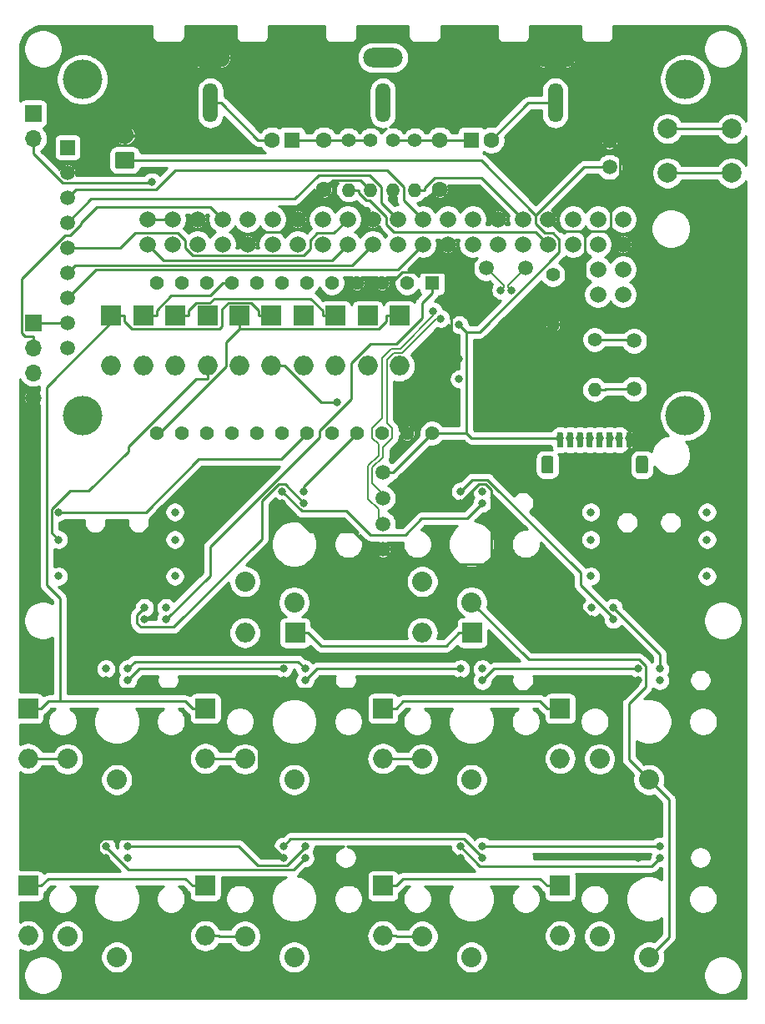
<source format=gbl>
G04 #@! TF.GenerationSoftware,KiCad,Pcbnew,(5.1.2)-1*
G04 #@! TF.CreationDate,2019-07-23T06:59:24+09:00*
G04 #@! TF.ProjectId,ORCA_MINI,4f524341-5f4d-4494-9e49-2e6b69636164,rev?*
G04 #@! TF.SameCoordinates,Original*
G04 #@! TF.FileFunction,Copper,L2,Bot*
G04 #@! TF.FilePolarity,Positive*
%FSLAX46Y46*%
G04 Gerber Fmt 4.6, Leading zero omitted, Abs format (unit mm)*
G04 Created by KiCad (PCBNEW (5.1.2)-1) date 2019-07-23 06:59:24*
%MOMM*%
%LPD*%
G04 APERTURE LIST*
%ADD10C,0.100000*%
%ADD11C,0.600000*%
%ADD12C,1.200000*%
%ADD13C,4.000000*%
%ADD14C,1.500000*%
%ADD15R,1.500000X1.500000*%
%ADD16C,1.665000*%
%ADD17O,4.000000X2.000000*%
%ADD18O,1.500000X4.000000*%
%ADD19C,1.600000*%
%ADD20R,1.600000X1.600000*%
%ADD21O,2.000000X2.000000*%
%ADD22R,2.000000X2.000000*%
%ADD23R,1.425000X1.425000*%
%ADD24C,1.425000*%
%ADD25R,1.700000X1.700000*%
%ADD26O,1.700000X1.700000*%
%ADD27O,1.400000X1.400000*%
%ADD28C,1.400000*%
%ADD29C,2.032000*%
%ADD30C,2.000000*%
%ADD31C,1.700000*%
%ADD32O,2.000000X1.700000*%
%ADD33C,0.800000*%
%ADD34C,0.250000*%
%ADD35C,0.200000*%
%ADD36C,0.254000*%
G04 APERTURE END LIST*
D10*
G36*
X140664703Y-91900722D02*
G01*
X140679264Y-91902882D01*
X140693543Y-91906459D01*
X140707403Y-91911418D01*
X140720710Y-91917712D01*
X140733336Y-91925280D01*
X140745159Y-91934048D01*
X140756066Y-91943934D01*
X140765952Y-91954841D01*
X140774720Y-91966664D01*
X140782288Y-91979290D01*
X140788582Y-91992597D01*
X140793541Y-92006457D01*
X140797118Y-92020736D01*
X140799278Y-92035297D01*
X140800000Y-92050000D01*
X140800000Y-93300000D01*
X140799278Y-93314703D01*
X140797118Y-93329264D01*
X140793541Y-93343543D01*
X140788582Y-93357403D01*
X140782288Y-93370710D01*
X140774720Y-93383336D01*
X140765952Y-93395159D01*
X140756066Y-93406066D01*
X140745159Y-93415952D01*
X140733336Y-93424720D01*
X140720710Y-93432288D01*
X140707403Y-93438582D01*
X140693543Y-93443541D01*
X140679264Y-93447118D01*
X140664703Y-93449278D01*
X140650000Y-93450000D01*
X140350000Y-93450000D01*
X140335297Y-93449278D01*
X140320736Y-93447118D01*
X140306457Y-93443541D01*
X140292597Y-93438582D01*
X140279290Y-93432288D01*
X140266664Y-93424720D01*
X140254841Y-93415952D01*
X140243934Y-93406066D01*
X140234048Y-93395159D01*
X140225280Y-93383336D01*
X140217712Y-93370710D01*
X140211418Y-93357403D01*
X140206459Y-93343543D01*
X140202882Y-93329264D01*
X140200722Y-93314703D01*
X140200000Y-93300000D01*
X140200000Y-92050000D01*
X140200722Y-92035297D01*
X140202882Y-92020736D01*
X140206459Y-92006457D01*
X140211418Y-91992597D01*
X140217712Y-91979290D01*
X140225280Y-91966664D01*
X140234048Y-91954841D01*
X140243934Y-91943934D01*
X140254841Y-91934048D01*
X140266664Y-91925280D01*
X140279290Y-91917712D01*
X140292597Y-91911418D01*
X140306457Y-91906459D01*
X140320736Y-91902882D01*
X140335297Y-91900722D01*
X140350000Y-91900000D01*
X140650000Y-91900000D01*
X140664703Y-91900722D01*
X140664703Y-91900722D01*
G37*
D11*
X140500000Y-92675000D03*
D10*
G36*
X141664703Y-91900722D02*
G01*
X141679264Y-91902882D01*
X141693543Y-91906459D01*
X141707403Y-91911418D01*
X141720710Y-91917712D01*
X141733336Y-91925280D01*
X141745159Y-91934048D01*
X141756066Y-91943934D01*
X141765952Y-91954841D01*
X141774720Y-91966664D01*
X141782288Y-91979290D01*
X141788582Y-91992597D01*
X141793541Y-92006457D01*
X141797118Y-92020736D01*
X141799278Y-92035297D01*
X141800000Y-92050000D01*
X141800000Y-93300000D01*
X141799278Y-93314703D01*
X141797118Y-93329264D01*
X141793541Y-93343543D01*
X141788582Y-93357403D01*
X141782288Y-93370710D01*
X141774720Y-93383336D01*
X141765952Y-93395159D01*
X141756066Y-93406066D01*
X141745159Y-93415952D01*
X141733336Y-93424720D01*
X141720710Y-93432288D01*
X141707403Y-93438582D01*
X141693543Y-93443541D01*
X141679264Y-93447118D01*
X141664703Y-93449278D01*
X141650000Y-93450000D01*
X141350000Y-93450000D01*
X141335297Y-93449278D01*
X141320736Y-93447118D01*
X141306457Y-93443541D01*
X141292597Y-93438582D01*
X141279290Y-93432288D01*
X141266664Y-93424720D01*
X141254841Y-93415952D01*
X141243934Y-93406066D01*
X141234048Y-93395159D01*
X141225280Y-93383336D01*
X141217712Y-93370710D01*
X141211418Y-93357403D01*
X141206459Y-93343543D01*
X141202882Y-93329264D01*
X141200722Y-93314703D01*
X141200000Y-93300000D01*
X141200000Y-92050000D01*
X141200722Y-92035297D01*
X141202882Y-92020736D01*
X141206459Y-92006457D01*
X141211418Y-91992597D01*
X141217712Y-91979290D01*
X141225280Y-91966664D01*
X141234048Y-91954841D01*
X141243934Y-91943934D01*
X141254841Y-91934048D01*
X141266664Y-91925280D01*
X141279290Y-91917712D01*
X141292597Y-91911418D01*
X141306457Y-91906459D01*
X141320736Y-91902882D01*
X141335297Y-91900722D01*
X141350000Y-91900000D01*
X141650000Y-91900000D01*
X141664703Y-91900722D01*
X141664703Y-91900722D01*
G37*
D11*
X141500000Y-92675000D03*
D10*
G36*
X142664703Y-91900722D02*
G01*
X142679264Y-91902882D01*
X142693543Y-91906459D01*
X142707403Y-91911418D01*
X142720710Y-91917712D01*
X142733336Y-91925280D01*
X142745159Y-91934048D01*
X142756066Y-91943934D01*
X142765952Y-91954841D01*
X142774720Y-91966664D01*
X142782288Y-91979290D01*
X142788582Y-91992597D01*
X142793541Y-92006457D01*
X142797118Y-92020736D01*
X142799278Y-92035297D01*
X142800000Y-92050000D01*
X142800000Y-93300000D01*
X142799278Y-93314703D01*
X142797118Y-93329264D01*
X142793541Y-93343543D01*
X142788582Y-93357403D01*
X142782288Y-93370710D01*
X142774720Y-93383336D01*
X142765952Y-93395159D01*
X142756066Y-93406066D01*
X142745159Y-93415952D01*
X142733336Y-93424720D01*
X142720710Y-93432288D01*
X142707403Y-93438582D01*
X142693543Y-93443541D01*
X142679264Y-93447118D01*
X142664703Y-93449278D01*
X142650000Y-93450000D01*
X142350000Y-93450000D01*
X142335297Y-93449278D01*
X142320736Y-93447118D01*
X142306457Y-93443541D01*
X142292597Y-93438582D01*
X142279290Y-93432288D01*
X142266664Y-93424720D01*
X142254841Y-93415952D01*
X142243934Y-93406066D01*
X142234048Y-93395159D01*
X142225280Y-93383336D01*
X142217712Y-93370710D01*
X142211418Y-93357403D01*
X142206459Y-93343543D01*
X142202882Y-93329264D01*
X142200722Y-93314703D01*
X142200000Y-93300000D01*
X142200000Y-92050000D01*
X142200722Y-92035297D01*
X142202882Y-92020736D01*
X142206459Y-92006457D01*
X142211418Y-91992597D01*
X142217712Y-91979290D01*
X142225280Y-91966664D01*
X142234048Y-91954841D01*
X142243934Y-91943934D01*
X142254841Y-91934048D01*
X142266664Y-91925280D01*
X142279290Y-91917712D01*
X142292597Y-91911418D01*
X142306457Y-91906459D01*
X142320736Y-91902882D01*
X142335297Y-91900722D01*
X142350000Y-91900000D01*
X142650000Y-91900000D01*
X142664703Y-91900722D01*
X142664703Y-91900722D01*
G37*
D11*
X142500000Y-92675000D03*
D10*
G36*
X143664703Y-91900722D02*
G01*
X143679264Y-91902882D01*
X143693543Y-91906459D01*
X143707403Y-91911418D01*
X143720710Y-91917712D01*
X143733336Y-91925280D01*
X143745159Y-91934048D01*
X143756066Y-91943934D01*
X143765952Y-91954841D01*
X143774720Y-91966664D01*
X143782288Y-91979290D01*
X143788582Y-91992597D01*
X143793541Y-92006457D01*
X143797118Y-92020736D01*
X143799278Y-92035297D01*
X143800000Y-92050000D01*
X143800000Y-93300000D01*
X143799278Y-93314703D01*
X143797118Y-93329264D01*
X143793541Y-93343543D01*
X143788582Y-93357403D01*
X143782288Y-93370710D01*
X143774720Y-93383336D01*
X143765952Y-93395159D01*
X143756066Y-93406066D01*
X143745159Y-93415952D01*
X143733336Y-93424720D01*
X143720710Y-93432288D01*
X143707403Y-93438582D01*
X143693543Y-93443541D01*
X143679264Y-93447118D01*
X143664703Y-93449278D01*
X143650000Y-93450000D01*
X143350000Y-93450000D01*
X143335297Y-93449278D01*
X143320736Y-93447118D01*
X143306457Y-93443541D01*
X143292597Y-93438582D01*
X143279290Y-93432288D01*
X143266664Y-93424720D01*
X143254841Y-93415952D01*
X143243934Y-93406066D01*
X143234048Y-93395159D01*
X143225280Y-93383336D01*
X143217712Y-93370710D01*
X143211418Y-93357403D01*
X143206459Y-93343543D01*
X143202882Y-93329264D01*
X143200722Y-93314703D01*
X143200000Y-93300000D01*
X143200000Y-92050000D01*
X143200722Y-92035297D01*
X143202882Y-92020736D01*
X143206459Y-92006457D01*
X143211418Y-91992597D01*
X143217712Y-91979290D01*
X143225280Y-91966664D01*
X143234048Y-91954841D01*
X143243934Y-91943934D01*
X143254841Y-91934048D01*
X143266664Y-91925280D01*
X143279290Y-91917712D01*
X143292597Y-91911418D01*
X143306457Y-91906459D01*
X143320736Y-91902882D01*
X143335297Y-91900722D01*
X143350000Y-91900000D01*
X143650000Y-91900000D01*
X143664703Y-91900722D01*
X143664703Y-91900722D01*
G37*
D11*
X143500000Y-92675000D03*
D10*
G36*
X144664703Y-91900722D02*
G01*
X144679264Y-91902882D01*
X144693543Y-91906459D01*
X144707403Y-91911418D01*
X144720710Y-91917712D01*
X144733336Y-91925280D01*
X144745159Y-91934048D01*
X144756066Y-91943934D01*
X144765952Y-91954841D01*
X144774720Y-91966664D01*
X144782288Y-91979290D01*
X144788582Y-91992597D01*
X144793541Y-92006457D01*
X144797118Y-92020736D01*
X144799278Y-92035297D01*
X144800000Y-92050000D01*
X144800000Y-93300000D01*
X144799278Y-93314703D01*
X144797118Y-93329264D01*
X144793541Y-93343543D01*
X144788582Y-93357403D01*
X144782288Y-93370710D01*
X144774720Y-93383336D01*
X144765952Y-93395159D01*
X144756066Y-93406066D01*
X144745159Y-93415952D01*
X144733336Y-93424720D01*
X144720710Y-93432288D01*
X144707403Y-93438582D01*
X144693543Y-93443541D01*
X144679264Y-93447118D01*
X144664703Y-93449278D01*
X144650000Y-93450000D01*
X144350000Y-93450000D01*
X144335297Y-93449278D01*
X144320736Y-93447118D01*
X144306457Y-93443541D01*
X144292597Y-93438582D01*
X144279290Y-93432288D01*
X144266664Y-93424720D01*
X144254841Y-93415952D01*
X144243934Y-93406066D01*
X144234048Y-93395159D01*
X144225280Y-93383336D01*
X144217712Y-93370710D01*
X144211418Y-93357403D01*
X144206459Y-93343543D01*
X144202882Y-93329264D01*
X144200722Y-93314703D01*
X144200000Y-93300000D01*
X144200000Y-92050000D01*
X144200722Y-92035297D01*
X144202882Y-92020736D01*
X144206459Y-92006457D01*
X144211418Y-91992597D01*
X144217712Y-91979290D01*
X144225280Y-91966664D01*
X144234048Y-91954841D01*
X144243934Y-91943934D01*
X144254841Y-91934048D01*
X144266664Y-91925280D01*
X144279290Y-91917712D01*
X144292597Y-91911418D01*
X144306457Y-91906459D01*
X144320736Y-91902882D01*
X144335297Y-91900722D01*
X144350000Y-91900000D01*
X144650000Y-91900000D01*
X144664703Y-91900722D01*
X144664703Y-91900722D01*
G37*
D11*
X144500000Y-92675000D03*
D10*
G36*
X145664703Y-91900722D02*
G01*
X145679264Y-91902882D01*
X145693543Y-91906459D01*
X145707403Y-91911418D01*
X145720710Y-91917712D01*
X145733336Y-91925280D01*
X145745159Y-91934048D01*
X145756066Y-91943934D01*
X145765952Y-91954841D01*
X145774720Y-91966664D01*
X145782288Y-91979290D01*
X145788582Y-91992597D01*
X145793541Y-92006457D01*
X145797118Y-92020736D01*
X145799278Y-92035297D01*
X145800000Y-92050000D01*
X145800000Y-93300000D01*
X145799278Y-93314703D01*
X145797118Y-93329264D01*
X145793541Y-93343543D01*
X145788582Y-93357403D01*
X145782288Y-93370710D01*
X145774720Y-93383336D01*
X145765952Y-93395159D01*
X145756066Y-93406066D01*
X145745159Y-93415952D01*
X145733336Y-93424720D01*
X145720710Y-93432288D01*
X145707403Y-93438582D01*
X145693543Y-93443541D01*
X145679264Y-93447118D01*
X145664703Y-93449278D01*
X145650000Y-93450000D01*
X145350000Y-93450000D01*
X145335297Y-93449278D01*
X145320736Y-93447118D01*
X145306457Y-93443541D01*
X145292597Y-93438582D01*
X145279290Y-93432288D01*
X145266664Y-93424720D01*
X145254841Y-93415952D01*
X145243934Y-93406066D01*
X145234048Y-93395159D01*
X145225280Y-93383336D01*
X145217712Y-93370710D01*
X145211418Y-93357403D01*
X145206459Y-93343543D01*
X145202882Y-93329264D01*
X145200722Y-93314703D01*
X145200000Y-93300000D01*
X145200000Y-92050000D01*
X145200722Y-92035297D01*
X145202882Y-92020736D01*
X145206459Y-92006457D01*
X145211418Y-91992597D01*
X145217712Y-91979290D01*
X145225280Y-91966664D01*
X145234048Y-91954841D01*
X145243934Y-91943934D01*
X145254841Y-91934048D01*
X145266664Y-91925280D01*
X145279290Y-91917712D01*
X145292597Y-91911418D01*
X145306457Y-91906459D01*
X145320736Y-91902882D01*
X145335297Y-91900722D01*
X145350000Y-91900000D01*
X145650000Y-91900000D01*
X145664703Y-91900722D01*
X145664703Y-91900722D01*
G37*
D11*
X145500000Y-92675000D03*
D10*
G36*
X146664703Y-91900722D02*
G01*
X146679264Y-91902882D01*
X146693543Y-91906459D01*
X146707403Y-91911418D01*
X146720710Y-91917712D01*
X146733336Y-91925280D01*
X146745159Y-91934048D01*
X146756066Y-91943934D01*
X146765952Y-91954841D01*
X146774720Y-91966664D01*
X146782288Y-91979290D01*
X146788582Y-91992597D01*
X146793541Y-92006457D01*
X146797118Y-92020736D01*
X146799278Y-92035297D01*
X146800000Y-92050000D01*
X146800000Y-93300000D01*
X146799278Y-93314703D01*
X146797118Y-93329264D01*
X146793541Y-93343543D01*
X146788582Y-93357403D01*
X146782288Y-93370710D01*
X146774720Y-93383336D01*
X146765952Y-93395159D01*
X146756066Y-93406066D01*
X146745159Y-93415952D01*
X146733336Y-93424720D01*
X146720710Y-93432288D01*
X146707403Y-93438582D01*
X146693543Y-93443541D01*
X146679264Y-93447118D01*
X146664703Y-93449278D01*
X146650000Y-93450000D01*
X146350000Y-93450000D01*
X146335297Y-93449278D01*
X146320736Y-93447118D01*
X146306457Y-93443541D01*
X146292597Y-93438582D01*
X146279290Y-93432288D01*
X146266664Y-93424720D01*
X146254841Y-93415952D01*
X146243934Y-93406066D01*
X146234048Y-93395159D01*
X146225280Y-93383336D01*
X146217712Y-93370710D01*
X146211418Y-93357403D01*
X146206459Y-93343543D01*
X146202882Y-93329264D01*
X146200722Y-93314703D01*
X146200000Y-93300000D01*
X146200000Y-92050000D01*
X146200722Y-92035297D01*
X146202882Y-92020736D01*
X146206459Y-92006457D01*
X146211418Y-91992597D01*
X146217712Y-91979290D01*
X146225280Y-91966664D01*
X146234048Y-91954841D01*
X146243934Y-91943934D01*
X146254841Y-91934048D01*
X146266664Y-91925280D01*
X146279290Y-91917712D01*
X146292597Y-91911418D01*
X146306457Y-91906459D01*
X146320736Y-91902882D01*
X146335297Y-91900722D01*
X146350000Y-91900000D01*
X146650000Y-91900000D01*
X146664703Y-91900722D01*
X146664703Y-91900722D01*
G37*
D11*
X146500000Y-92675000D03*
D10*
G36*
X147664703Y-91900722D02*
G01*
X147679264Y-91902882D01*
X147693543Y-91906459D01*
X147707403Y-91911418D01*
X147720710Y-91917712D01*
X147733336Y-91925280D01*
X147745159Y-91934048D01*
X147756066Y-91943934D01*
X147765952Y-91954841D01*
X147774720Y-91966664D01*
X147782288Y-91979290D01*
X147788582Y-91992597D01*
X147793541Y-92006457D01*
X147797118Y-92020736D01*
X147799278Y-92035297D01*
X147800000Y-92050000D01*
X147800000Y-93300000D01*
X147799278Y-93314703D01*
X147797118Y-93329264D01*
X147793541Y-93343543D01*
X147788582Y-93357403D01*
X147782288Y-93370710D01*
X147774720Y-93383336D01*
X147765952Y-93395159D01*
X147756066Y-93406066D01*
X147745159Y-93415952D01*
X147733336Y-93424720D01*
X147720710Y-93432288D01*
X147707403Y-93438582D01*
X147693543Y-93443541D01*
X147679264Y-93447118D01*
X147664703Y-93449278D01*
X147650000Y-93450000D01*
X147350000Y-93450000D01*
X147335297Y-93449278D01*
X147320736Y-93447118D01*
X147306457Y-93443541D01*
X147292597Y-93438582D01*
X147279290Y-93432288D01*
X147266664Y-93424720D01*
X147254841Y-93415952D01*
X147243934Y-93406066D01*
X147234048Y-93395159D01*
X147225280Y-93383336D01*
X147217712Y-93370710D01*
X147211418Y-93357403D01*
X147206459Y-93343543D01*
X147202882Y-93329264D01*
X147200722Y-93314703D01*
X147200000Y-93300000D01*
X147200000Y-92050000D01*
X147200722Y-92035297D01*
X147202882Y-92020736D01*
X147206459Y-92006457D01*
X147211418Y-91992597D01*
X147217712Y-91979290D01*
X147225280Y-91966664D01*
X147234048Y-91954841D01*
X147243934Y-91943934D01*
X147254841Y-91934048D01*
X147266664Y-91925280D01*
X147279290Y-91917712D01*
X147292597Y-91911418D01*
X147306457Y-91906459D01*
X147320736Y-91902882D01*
X147335297Y-91900722D01*
X147350000Y-91900000D01*
X147650000Y-91900000D01*
X147664703Y-91900722D01*
X147664703Y-91900722D01*
G37*
D11*
X147500000Y-92675000D03*
D10*
G36*
X139574505Y-94301204D02*
G01*
X139598773Y-94304804D01*
X139622572Y-94310765D01*
X139645671Y-94319030D01*
X139667850Y-94329520D01*
X139688893Y-94342132D01*
X139708599Y-94356747D01*
X139726777Y-94373223D01*
X139743253Y-94391401D01*
X139757868Y-94411107D01*
X139770480Y-94432150D01*
X139780970Y-94454329D01*
X139789235Y-94477428D01*
X139795196Y-94501227D01*
X139798796Y-94525495D01*
X139800000Y-94549999D01*
X139800000Y-95850001D01*
X139798796Y-95874505D01*
X139795196Y-95898773D01*
X139789235Y-95922572D01*
X139780970Y-95945671D01*
X139770480Y-95967850D01*
X139757868Y-95988893D01*
X139743253Y-96008599D01*
X139726777Y-96026777D01*
X139708599Y-96043253D01*
X139688893Y-96057868D01*
X139667850Y-96070480D01*
X139645671Y-96080970D01*
X139622572Y-96089235D01*
X139598773Y-96095196D01*
X139574505Y-96098796D01*
X139550001Y-96100000D01*
X138849999Y-96100000D01*
X138825495Y-96098796D01*
X138801227Y-96095196D01*
X138777428Y-96089235D01*
X138754329Y-96080970D01*
X138732150Y-96070480D01*
X138711107Y-96057868D01*
X138691401Y-96043253D01*
X138673223Y-96026777D01*
X138656747Y-96008599D01*
X138642132Y-95988893D01*
X138629520Y-95967850D01*
X138619030Y-95945671D01*
X138610765Y-95922572D01*
X138604804Y-95898773D01*
X138601204Y-95874505D01*
X138600000Y-95850001D01*
X138600000Y-94549999D01*
X138601204Y-94525495D01*
X138604804Y-94501227D01*
X138610765Y-94477428D01*
X138619030Y-94454329D01*
X138629520Y-94432150D01*
X138642132Y-94411107D01*
X138656747Y-94391401D01*
X138673223Y-94373223D01*
X138691401Y-94356747D01*
X138711107Y-94342132D01*
X138732150Y-94329520D01*
X138754329Y-94319030D01*
X138777428Y-94310765D01*
X138801227Y-94304804D01*
X138825495Y-94301204D01*
X138849999Y-94300000D01*
X139550001Y-94300000D01*
X139574505Y-94301204D01*
X139574505Y-94301204D01*
G37*
D12*
X139200000Y-95200000D03*
D10*
G36*
X149174505Y-94301204D02*
G01*
X149198773Y-94304804D01*
X149222572Y-94310765D01*
X149245671Y-94319030D01*
X149267850Y-94329520D01*
X149288893Y-94342132D01*
X149308599Y-94356747D01*
X149326777Y-94373223D01*
X149343253Y-94391401D01*
X149357868Y-94411107D01*
X149370480Y-94432150D01*
X149380970Y-94454329D01*
X149389235Y-94477428D01*
X149395196Y-94501227D01*
X149398796Y-94525495D01*
X149400000Y-94549999D01*
X149400000Y-95850001D01*
X149398796Y-95874505D01*
X149395196Y-95898773D01*
X149389235Y-95922572D01*
X149380970Y-95945671D01*
X149370480Y-95967850D01*
X149357868Y-95988893D01*
X149343253Y-96008599D01*
X149326777Y-96026777D01*
X149308599Y-96043253D01*
X149288893Y-96057868D01*
X149267850Y-96070480D01*
X149245671Y-96080970D01*
X149222572Y-96089235D01*
X149198773Y-96095196D01*
X149174505Y-96098796D01*
X149150001Y-96100000D01*
X148449999Y-96100000D01*
X148425495Y-96098796D01*
X148401227Y-96095196D01*
X148377428Y-96089235D01*
X148354329Y-96080970D01*
X148332150Y-96070480D01*
X148311107Y-96057868D01*
X148291401Y-96043253D01*
X148273223Y-96026777D01*
X148256747Y-96008599D01*
X148242132Y-95988893D01*
X148229520Y-95967850D01*
X148219030Y-95945671D01*
X148210765Y-95922572D01*
X148204804Y-95898773D01*
X148201204Y-95874505D01*
X148200000Y-95850001D01*
X148200000Y-94549999D01*
X148201204Y-94525495D01*
X148204804Y-94501227D01*
X148210765Y-94477428D01*
X148219030Y-94454329D01*
X148229520Y-94432150D01*
X148242132Y-94411107D01*
X148256747Y-94391401D01*
X148273223Y-94373223D01*
X148291401Y-94356747D01*
X148311107Y-94342132D01*
X148332150Y-94329520D01*
X148354329Y-94319030D01*
X148377428Y-94310765D01*
X148401227Y-94304804D01*
X148425495Y-94301204D01*
X148449999Y-94300000D01*
X149150001Y-94300000D01*
X149174505Y-94301204D01*
X149174505Y-94301204D01*
G37*
D12*
X148800000Y-95200000D03*
D13*
X92000000Y-90210000D03*
X153200000Y-90210000D03*
X153200000Y-56110000D03*
X92000000Y-56110000D03*
D14*
X90500000Y-83320000D03*
X90500000Y-80780000D03*
X90500000Y-78240000D03*
X90500000Y-75700000D03*
X90500000Y-73160000D03*
X90500000Y-70620000D03*
X90500000Y-68080000D03*
X90500000Y-65540000D03*
D15*
X90500000Y-63000000D03*
D16*
X146875000Y-77910000D03*
X144335000Y-77910000D03*
X144335000Y-75370000D03*
X146875000Y-75370000D03*
X146875000Y-70290000D03*
X146875000Y-72830000D03*
X144335000Y-70290000D03*
X144335000Y-72830000D03*
X141795000Y-70290000D03*
X141795000Y-72830000D03*
X139255000Y-70290000D03*
X139255000Y-72830000D03*
X136715000Y-70290000D03*
X136715000Y-72830000D03*
X134175000Y-70290000D03*
X134175000Y-72830000D03*
X131635000Y-70290000D03*
X131635000Y-72830000D03*
X129095000Y-70290000D03*
X129095000Y-72830000D03*
X126555000Y-70290000D03*
X126555000Y-72830000D03*
X124015000Y-70290000D03*
X124015000Y-72830000D03*
X121475000Y-70290000D03*
X121475000Y-72830000D03*
X118935000Y-70290000D03*
X118935000Y-72830000D03*
X116395000Y-70290000D03*
X116395000Y-72830000D03*
X113855000Y-70290000D03*
X113855000Y-72830000D03*
X111315000Y-70290000D03*
X111315000Y-72830000D03*
X108775000Y-70290000D03*
X108775000Y-72830000D03*
X106235000Y-70290000D03*
X106235000Y-72830000D03*
X103695000Y-70290000D03*
X103695000Y-72830000D03*
X101155000Y-70290000D03*
X101155000Y-72830000D03*
X98615000Y-70290000D03*
X98615000Y-72830000D03*
D17*
X122500000Y-53900000D03*
D18*
X122500000Y-58500000D03*
D19*
X111250000Y-62250000D03*
D20*
X113250000Y-62250000D03*
D19*
X116500000Y-62250000D03*
X116500000Y-67250000D03*
X128250000Y-67250000D03*
X128250000Y-62250000D03*
D20*
X131500000Y-62250000D03*
D19*
X133500000Y-62250000D03*
D21*
X86500000Y-125000000D03*
D22*
X86500000Y-119920000D03*
X104500000Y-119920000D03*
D21*
X104500000Y-125000000D03*
D22*
X122500000Y-119920000D03*
D21*
X122500000Y-125000000D03*
D22*
X140500000Y-119920000D03*
D21*
X140500000Y-125000000D03*
X86500000Y-143000000D03*
D22*
X86500000Y-137920000D03*
D21*
X104500000Y-143000000D03*
D22*
X104500000Y-137920000D03*
X122500000Y-137920000D03*
D21*
X122500000Y-143000000D03*
D22*
X140500000Y-137920000D03*
D21*
X140500000Y-143000000D03*
D22*
X113580000Y-112250000D03*
D21*
X108500000Y-112250000D03*
X126500000Y-112250000D03*
D22*
X131580000Y-112250000D03*
D21*
X94950000Y-85180000D03*
D22*
X94950000Y-80100000D03*
D21*
X98200000Y-85180000D03*
D22*
X98200000Y-80100000D03*
X101450000Y-80100000D03*
D21*
X101450000Y-85180000D03*
X104700000Y-85180000D03*
D22*
X104700000Y-80100000D03*
X107950000Y-80100000D03*
D21*
X107950000Y-85180000D03*
D22*
X111200000Y-80100000D03*
D21*
X111200000Y-85180000D03*
X114450000Y-85180000D03*
D22*
X114450000Y-80100000D03*
D21*
X117700000Y-85180000D03*
D22*
X117700000Y-80100000D03*
D21*
X120950000Y-85180000D03*
D22*
X120950000Y-80100000D03*
X124200000Y-80100000D03*
D21*
X124200000Y-85180000D03*
D23*
X127500000Y-76750000D03*
D24*
X124960000Y-76750000D03*
X122420000Y-76750000D03*
X119880000Y-76750000D03*
X117340000Y-76750000D03*
X114800000Y-76750000D03*
X112260000Y-76750000D03*
X109720000Y-76750000D03*
X107180000Y-76750000D03*
X104640000Y-76750000D03*
X102100000Y-76750000D03*
X99560000Y-76750000D03*
X99560000Y-92000000D03*
X102100000Y-92000000D03*
X104640000Y-92000000D03*
X107180000Y-92000000D03*
X109720000Y-92000000D03*
X112260000Y-92000000D03*
X114800000Y-92000000D03*
X117340000Y-92000000D03*
X119880000Y-92000000D03*
X122420000Y-92000000D03*
X124960000Y-92000000D03*
X127500000Y-92000000D03*
D17*
X105000000Y-53900000D03*
D18*
X105000000Y-58500000D03*
X140000000Y-58500000D03*
D17*
X140000000Y-53900000D03*
D25*
X87000000Y-59575000D03*
D26*
X87000000Y-62115000D03*
D25*
X87000000Y-80800000D03*
D26*
X87000000Y-83340000D03*
X87000000Y-85880000D03*
X87000000Y-88420000D03*
D27*
X144000000Y-87580000D03*
D28*
X144000000Y-82500000D03*
X139750000Y-75920000D03*
D27*
X139750000Y-81000000D03*
D28*
X119035000Y-62250000D03*
D27*
X119035000Y-67330000D03*
X121250000Y-67330000D03*
D28*
X121250000Y-62250000D03*
D27*
X125750000Y-67330000D03*
D28*
X125750000Y-62250000D03*
X123500000Y-62250000D03*
D27*
X123500000Y-67330000D03*
D29*
X95500000Y-127150000D03*
X90500000Y-125050000D03*
X108500000Y-125050000D03*
X113500000Y-127150000D03*
X131500000Y-127150000D03*
X126500000Y-125050000D03*
X144500000Y-125050000D03*
X149500000Y-127150000D03*
X95500000Y-145150000D03*
X90500000Y-143050000D03*
X108500000Y-143050000D03*
X113500000Y-145150000D03*
X131500000Y-145150000D03*
X126500000Y-143050000D03*
X144500000Y-143050000D03*
X149500000Y-145150000D03*
X113500000Y-109150000D03*
X108500000Y-107050000D03*
X126500000Y-107050000D03*
X131500000Y-109150000D03*
D30*
X151400000Y-65600000D03*
X151400000Y-61100000D03*
X157900000Y-65600000D03*
X157900000Y-61100000D03*
D14*
X122500000Y-96000000D03*
X122500000Y-98600000D03*
X122500000Y-101200000D03*
X122500000Y-103800000D03*
X145500000Y-65000000D03*
X137000000Y-75250000D03*
X133000000Y-75250000D03*
X145500000Y-62400000D03*
X148000000Y-87500000D03*
X148000000Y-82620000D03*
D10*
G36*
X97074504Y-63451204D02*
G01*
X97098773Y-63454804D01*
X97122571Y-63460765D01*
X97145671Y-63469030D01*
X97167849Y-63479520D01*
X97188893Y-63492133D01*
X97208598Y-63506747D01*
X97226777Y-63523223D01*
X97243253Y-63541402D01*
X97257867Y-63561107D01*
X97270480Y-63582151D01*
X97280970Y-63604329D01*
X97289235Y-63627429D01*
X97295196Y-63651227D01*
X97298796Y-63675496D01*
X97300000Y-63700000D01*
X97300000Y-64900000D01*
X97298796Y-64924504D01*
X97295196Y-64948773D01*
X97289235Y-64972571D01*
X97280970Y-64995671D01*
X97270480Y-65017849D01*
X97257867Y-65038893D01*
X97243253Y-65058598D01*
X97226777Y-65076777D01*
X97208598Y-65093253D01*
X97188893Y-65107867D01*
X97167849Y-65120480D01*
X97145671Y-65130970D01*
X97122571Y-65139235D01*
X97098773Y-65145196D01*
X97074504Y-65148796D01*
X97050000Y-65150000D01*
X95550000Y-65150000D01*
X95525496Y-65148796D01*
X95501227Y-65145196D01*
X95477429Y-65139235D01*
X95454329Y-65130970D01*
X95432151Y-65120480D01*
X95411107Y-65107867D01*
X95391402Y-65093253D01*
X95373223Y-65076777D01*
X95356747Y-65058598D01*
X95342133Y-65038893D01*
X95329520Y-65017849D01*
X95319030Y-64995671D01*
X95310765Y-64972571D01*
X95304804Y-64948773D01*
X95301204Y-64924504D01*
X95300000Y-64900000D01*
X95300000Y-63700000D01*
X95301204Y-63675496D01*
X95304804Y-63651227D01*
X95310765Y-63627429D01*
X95319030Y-63604329D01*
X95329520Y-63582151D01*
X95342133Y-63561107D01*
X95356747Y-63541402D01*
X95373223Y-63523223D01*
X95391402Y-63506747D01*
X95411107Y-63492133D01*
X95432151Y-63479520D01*
X95454329Y-63469030D01*
X95477429Y-63460765D01*
X95501227Y-63454804D01*
X95525496Y-63451204D01*
X95550000Y-63450000D01*
X97050000Y-63450000D01*
X97074504Y-63451204D01*
X97074504Y-63451204D01*
G37*
D31*
X96300000Y-64300000D03*
D32*
X96300000Y-61800000D03*
D33*
X147500000Y-92500000D03*
X130400000Y-99100000D03*
X130250000Y-84500000D03*
X130250000Y-79000000D03*
X98300000Y-110900000D03*
X112300000Y-99100000D03*
X143700000Y-110900000D03*
X130400000Y-117100000D03*
X148400000Y-117100000D03*
X148400000Y-135100000D03*
X130400000Y-135100000D03*
X112400000Y-135100000D03*
X94400000Y-135100000D03*
X94400000Y-117100000D03*
X112400000Y-117100000D03*
X139698900Y-87301100D03*
X141250000Y-87750000D03*
X152250000Y-98500000D03*
X153250000Y-99500000D03*
X141250000Y-99000000D03*
X142250000Y-101250000D03*
X140000000Y-105750000D03*
X140650000Y-107850000D03*
X133250000Y-88500000D03*
X134250000Y-89500000D03*
X135250000Y-90500000D03*
X136250000Y-91500000D03*
X140500000Y-92500000D03*
X132600000Y-97900000D03*
X100500000Y-109700000D03*
X114500000Y-97900000D03*
X145900000Y-109700000D03*
X132600000Y-115900000D03*
X150600000Y-115900000D03*
X150600000Y-133900000D03*
X132600000Y-133900000D03*
X114600000Y-133900000D03*
X96600000Y-133900000D03*
X96600000Y-115900000D03*
X114600000Y-115900000D03*
X130250000Y-81000000D03*
X89600000Y-106500000D03*
X101400000Y-100000000D03*
X101400000Y-106500000D03*
X89600000Y-102800000D03*
X101400000Y-102800000D03*
X117888800Y-88905700D03*
X143600000Y-106500000D03*
X155400000Y-100000000D03*
X155400000Y-106500000D03*
X143600000Y-102800000D03*
X155400000Y-102800000D03*
X98300000Y-109700000D03*
X114500000Y-99100000D03*
X132600000Y-99100000D03*
X112300000Y-97900000D03*
X130400000Y-97900000D03*
X145900000Y-110900000D03*
X143700000Y-109700000D03*
X150600000Y-117100000D03*
X132600000Y-117100000D03*
X148400000Y-115900000D03*
X130400000Y-115900000D03*
X114600000Y-117100000D03*
X96600000Y-117100000D03*
X112400000Y-115900000D03*
X96600000Y-135100000D03*
X94400000Y-115900000D03*
X114600000Y-135100000D03*
X94400000Y-133900000D03*
X132600000Y-135100000D03*
X112400000Y-133900000D03*
X150600000Y-135100000D03*
X130400000Y-133900000D03*
X99040300Y-66509800D03*
X89600000Y-100000000D03*
X143600000Y-100000000D03*
X100500000Y-110900000D03*
X130250000Y-86500000D03*
X146500000Y-92500000D03*
X145500000Y-92500000D03*
X144500000Y-92500000D03*
X143500000Y-92500000D03*
X142500000Y-92500000D03*
X141500000Y-92500000D03*
X134475000Y-77500000D03*
X135525000Y-77500000D03*
X127629000Y-79628800D03*
X128371000Y-80371200D03*
D34*
X144000000Y-87580000D02*
X145025300Y-87580000D01*
X148000000Y-87500000D02*
X145105300Y-87500000D01*
X145105300Y-87500000D02*
X145025300Y-87580000D01*
X145500000Y-62400000D02*
X145500000Y-60725300D01*
X145500000Y-60725300D02*
X140000000Y-55225300D01*
X145605000Y-71480600D02*
X145605000Y-66800800D01*
X145605000Y-66800800D02*
X146581000Y-65824800D01*
X146581000Y-65824800D02*
X146581000Y-63481000D01*
X146581000Y-63481000D02*
X145500000Y-62400000D01*
X140000000Y-53900000D02*
X140000000Y-55225300D01*
X142983100Y-71480600D02*
X140445600Y-71480600D01*
X140445600Y-71480600D02*
X139255000Y-70290000D01*
X145605000Y-71480600D02*
X142983100Y-71480600D01*
X142983100Y-71480600D02*
X142983100Y-76741600D01*
X142983100Y-76741600D02*
X139750000Y-79974700D01*
X139750000Y-81000000D02*
X139750000Y-79974700D01*
X146875000Y-72830000D02*
X145605000Y-71560000D01*
X145605000Y-71560000D02*
X145605000Y-71480600D01*
X129095000Y-75687900D02*
X124444100Y-75687900D01*
X124444100Y-75687900D02*
X123382000Y-76750000D01*
X123382000Y-76750000D02*
X122420000Y-76750000D01*
X130250000Y-79000000D02*
X130250000Y-76842900D01*
X130250000Y-76842900D02*
X129095000Y-75687900D01*
X129095000Y-75687900D02*
X129095000Y-72830000D01*
X130250000Y-84500000D02*
X129474100Y-83724100D01*
X129474100Y-83724100D02*
X129474100Y-79775900D01*
X129474100Y-79775900D02*
X130250000Y-79000000D01*
X128250000Y-67250000D02*
X131135000Y-67250000D01*
X131135000Y-67250000D02*
X134175000Y-70290000D01*
X112300000Y-99100000D02*
X115172200Y-101972200D01*
X115172200Y-101972200D02*
X119516500Y-101972200D01*
X119516500Y-101972200D02*
X121344300Y-103800000D01*
X121344300Y-103800000D02*
X122500000Y-103800000D01*
X133550200Y-105289900D02*
X123989900Y-105289900D01*
X123989900Y-105289900D02*
X122500000Y-103800000D01*
X143700000Y-110900000D02*
X140650000Y-107850000D01*
X138089900Y-105289900D02*
X133550200Y-105289900D01*
X133550200Y-105289900D02*
X133550200Y-97756400D01*
X133550200Y-97756400D02*
X132957500Y-97163700D01*
X132957500Y-97163700D02*
X132261600Y-97163700D01*
X132261600Y-97163700D02*
X130400000Y-99025300D01*
X130400000Y-99025300D02*
X130400000Y-99100000D01*
X130250000Y-84500000D02*
X124960000Y-89790000D01*
X124960000Y-89790000D02*
X124960000Y-92000000D01*
X112400000Y-117100000D02*
X113196500Y-117896500D01*
X113196500Y-117896500D02*
X129603500Y-117896500D01*
X129603500Y-117896500D02*
X130400000Y-117100000D01*
X109880600Y-117870700D02*
X111629300Y-117870700D01*
X111629300Y-117870700D02*
X112400000Y-117100000D01*
X109880600Y-117870700D02*
X95170700Y-117870700D01*
X95170700Y-117870700D02*
X94400000Y-117100000D01*
X109880600Y-133170500D02*
X109880600Y-117870700D01*
X109880600Y-133170500D02*
X94043600Y-133170500D01*
X94043600Y-133170500D02*
X93674600Y-133539500D01*
X93674600Y-133539500D02*
X93674600Y-134374600D01*
X93674600Y-134374600D02*
X94400000Y-135100000D01*
X109880600Y-133170500D02*
X110470500Y-133170500D01*
X110470500Y-133170500D02*
X112400000Y-135100000D01*
X121250000Y-67330000D02*
X120224700Y-66304700D01*
X120224700Y-66304700D02*
X117445300Y-66304700D01*
X117445300Y-66304700D02*
X116500000Y-67250000D01*
X113855000Y-70290000D02*
X116500000Y-67645000D01*
X116500000Y-67645000D02*
X116500000Y-67250000D01*
X108775000Y-72830000D02*
X110045000Y-71560000D01*
X110045000Y-71560000D02*
X112585000Y-71560000D01*
X112585000Y-71560000D02*
X113855000Y-70290000D01*
X119880000Y-76750000D02*
X122420000Y-76750000D01*
X96300000Y-61800000D02*
X96300000Y-60624700D01*
X105000000Y-53900000D02*
X102674700Y-53900000D01*
X102674700Y-53900000D02*
X102674700Y-54250000D01*
X102674700Y-54250000D02*
X96300000Y-60624700D01*
X96300000Y-61800000D02*
X94240000Y-61800000D01*
X94240000Y-61800000D02*
X90500000Y-65540000D01*
X147500000Y-92500000D02*
X147500000Y-92675000D01*
X140650000Y-107850000D02*
X138089900Y-105289900D01*
X144000000Y-82500000D02*
X147880000Y-82500000D01*
X147880000Y-82500000D02*
X148000000Y-82620000D01*
X150600000Y-133900000D02*
X132600000Y-133900000D01*
X138048100Y-69858500D02*
X142906600Y-65000000D01*
X142906600Y-65000000D02*
X145500000Y-65000000D01*
X131000000Y-81750000D02*
X132312700Y-81750000D01*
X132312700Y-81750000D02*
X140412900Y-73649800D01*
X140412900Y-73649800D02*
X140412900Y-72314200D01*
X140412900Y-72314200D02*
X139770800Y-71672100D01*
X139770800Y-71672100D02*
X138967100Y-71672100D01*
X138967100Y-71672100D02*
X138048100Y-70753100D01*
X138048100Y-70753100D02*
X138048100Y-69858500D01*
X96300000Y-64300000D02*
X132489600Y-64300000D01*
X132489600Y-64300000D02*
X138048100Y-69858500D01*
X130250000Y-81000000D02*
X131000000Y-81750000D01*
X131000000Y-92000000D02*
X131000000Y-81750000D01*
X140500000Y-92500000D02*
X131500000Y-92500000D01*
X131500000Y-92500000D02*
X131000000Y-92000000D01*
X131000000Y-92000000D02*
X127500000Y-92000000D01*
X140500000Y-92675000D02*
X140500000Y-92500000D01*
X122500000Y-96000000D02*
X123500000Y-96000000D01*
X123500000Y-96000000D02*
X127500000Y-92000000D01*
X96600000Y-115900000D02*
X97325400Y-115174600D01*
X97325400Y-115174600D02*
X113874600Y-115174600D01*
X113874600Y-115174600D02*
X114600000Y-115900000D01*
X119880000Y-92000000D02*
X114500000Y-97380000D01*
X114500000Y-97380000D02*
X114500000Y-97900000D01*
X145900000Y-109700000D02*
X150600000Y-114400000D01*
X150600000Y-114400000D02*
X150600000Y-115900000D01*
X96600000Y-133900000D02*
X107896100Y-133900000D01*
X107896100Y-133900000D02*
X109825000Y-135828900D01*
X109825000Y-135828900D02*
X112745300Y-135828900D01*
X112745300Y-135828900D02*
X114600000Y-133974200D01*
X114600000Y-133974200D02*
X114600000Y-133900000D01*
X98615000Y-70290000D02*
X101155000Y-70290000D01*
X111250000Y-62250000D02*
X109825300Y-62250000D01*
X109825300Y-62250000D02*
X106075300Y-58500000D01*
X105000000Y-58500000D02*
X106075300Y-58500000D01*
X116500000Y-62250000D02*
X113250000Y-62250000D01*
X119035000Y-62250000D02*
X116500000Y-62250000D01*
X121250000Y-62250000D02*
X119035000Y-62250000D01*
X131500000Y-62250000D02*
X128250000Y-62250000D01*
X125750000Y-62250000D02*
X128250000Y-62250000D01*
X123500000Y-62250000D02*
X125750000Y-62250000D01*
X140000000Y-58500000D02*
X137250000Y-58500000D01*
X137250000Y-58500000D02*
X133500000Y-62250000D01*
X86500000Y-125000000D02*
X87825300Y-125000000D01*
X90500000Y-125050000D02*
X87875300Y-125050000D01*
X87875300Y-125050000D02*
X87825300Y-125000000D01*
X89712600Y-119210100D02*
X102464800Y-119210100D01*
X102464800Y-119210100D02*
X103174700Y-119920000D01*
X87825300Y-119920000D02*
X88535200Y-119210100D01*
X88535200Y-119210100D02*
X89712600Y-119210100D01*
X95612700Y-80100000D02*
X88410200Y-87302500D01*
X88410200Y-87302500D02*
X88410200Y-107434400D01*
X88410200Y-107434400D02*
X89712600Y-108736800D01*
X89712600Y-108736800D02*
X89712600Y-119210100D01*
X95612700Y-80100000D02*
X96275300Y-80100000D01*
X94950000Y-80100000D02*
X95612700Y-80100000D01*
X111200000Y-80100000D02*
X109874700Y-80100000D01*
X109874700Y-80100000D02*
X109874700Y-79520100D01*
X109874700Y-79520100D02*
X109129300Y-78774700D01*
X109129300Y-78774700D02*
X106815200Y-78774700D01*
X106815200Y-78774700D02*
X106174300Y-79415600D01*
X106174300Y-79415600D02*
X106174300Y-81174200D01*
X106174300Y-81174200D02*
X105923200Y-81425300D01*
X105923200Y-81425300D02*
X97020700Y-81425300D01*
X97020700Y-81425300D02*
X96275300Y-80679900D01*
X96275300Y-80679900D02*
X96275300Y-80100000D01*
X104500000Y-119920000D02*
X103174700Y-119920000D01*
X86500000Y-119920000D02*
X87825300Y-119920000D01*
X104500000Y-125000000D02*
X105825300Y-125000000D01*
X108500000Y-125050000D02*
X105875300Y-125050000D01*
X105875300Y-125050000D02*
X105825300Y-125000000D01*
X140500000Y-119920000D02*
X139174700Y-119920000D01*
X122500000Y-119920000D02*
X123825300Y-119920000D01*
X123825300Y-119920000D02*
X124541400Y-119203900D01*
X124541400Y-119203900D02*
X138458600Y-119203900D01*
X138458600Y-119203900D02*
X139174700Y-119920000D01*
X107180000Y-76750000D02*
X106292300Y-76750000D01*
X106292300Y-76750000D02*
X104999500Y-78042800D01*
X104999500Y-78042800D02*
X101002700Y-78042800D01*
X101002700Y-78042800D02*
X99525300Y-79520200D01*
X99525300Y-79520200D02*
X99525300Y-80100000D01*
X98200000Y-80100000D02*
X99525300Y-80100000D01*
X122500000Y-125000000D02*
X123825300Y-125000000D01*
X126500000Y-125050000D02*
X123875300Y-125050000D01*
X123875300Y-125050000D02*
X123825300Y-125000000D01*
X104500000Y-137920000D02*
X103174700Y-137920000D01*
X86500000Y-137920000D02*
X87825300Y-137920000D01*
X87825300Y-137920000D02*
X88535200Y-137210100D01*
X88535200Y-137210100D02*
X102464800Y-137210100D01*
X102464800Y-137210100D02*
X103174700Y-137920000D01*
X117700000Y-80100000D02*
X116374700Y-80100000D01*
X101450000Y-80100000D02*
X102775300Y-80100000D01*
X102775300Y-80100000D02*
X102775300Y-79520100D01*
X102775300Y-79520100D02*
X103520700Y-78774700D01*
X103520700Y-78774700D02*
X104921200Y-78774700D01*
X104921200Y-78774700D02*
X105372500Y-78323400D01*
X105372500Y-78323400D02*
X115177900Y-78323400D01*
X115177900Y-78323400D02*
X116374700Y-79520200D01*
X116374700Y-79520200D02*
X116374700Y-80100000D01*
X104500000Y-143000000D02*
X105825300Y-143000000D01*
X108500000Y-143050000D02*
X105875300Y-143050000D01*
X105875300Y-143050000D02*
X105825300Y-143000000D01*
X122500000Y-137920000D02*
X123825300Y-137920000D01*
X140500000Y-137920000D02*
X139174700Y-137920000D01*
X139174700Y-137920000D02*
X138454800Y-137200100D01*
X138454800Y-137200100D02*
X124545200Y-137200100D01*
X124545200Y-137200100D02*
X123825300Y-137920000D01*
X122500000Y-143000000D02*
X123825300Y-143000000D01*
X126500000Y-143050000D02*
X123875300Y-143050000D01*
X123875300Y-143050000D02*
X123825300Y-143000000D01*
X124200000Y-80100000D02*
X122874700Y-80100000D01*
X122874700Y-80100000D02*
X122874700Y-80679900D01*
X122874700Y-80679900D02*
X122129300Y-81425300D01*
X122129300Y-81425300D02*
X107950000Y-81425300D01*
X107950000Y-80100000D02*
X107950000Y-81425300D01*
X99560000Y-92000000D02*
X99843300Y-92000000D01*
X99843300Y-92000000D02*
X106624700Y-85218600D01*
X106624700Y-85218600D02*
X106624700Y-82750600D01*
X106624700Y-82750600D02*
X107950000Y-81425300D01*
X131580000Y-112250000D02*
X130254700Y-112250000D01*
X113580000Y-112250000D02*
X114905300Y-112250000D01*
X114905300Y-112250000D02*
X116230600Y-113575300D01*
X116230600Y-113575300D02*
X128929400Y-113575300D01*
X128929400Y-113575300D02*
X130254700Y-112250000D01*
X104700000Y-86505300D02*
X103521700Y-86505300D01*
X103521700Y-86505300D02*
X96648400Y-93378600D01*
X96648400Y-93378600D02*
X96648400Y-93819600D01*
X96648400Y-93819600D02*
X92659000Y-97809000D01*
X92659000Y-97809000D02*
X90759900Y-97809000D01*
X90759900Y-97809000D02*
X88862200Y-99706700D01*
X88862200Y-99706700D02*
X88862200Y-102062200D01*
X88862200Y-102062200D02*
X89600000Y-102800000D01*
X104700000Y-85180000D02*
X104700000Y-86505300D01*
X112525300Y-85180000D02*
X116251000Y-88905700D01*
X116251000Y-88905700D02*
X117888800Y-88905700D01*
X111200000Y-85180000D02*
X112525300Y-85180000D01*
X118935000Y-72830000D02*
X117312600Y-74452400D01*
X117312600Y-74452400D02*
X100237400Y-74452400D01*
X100237400Y-74452400D02*
X98615000Y-72830000D01*
X87000000Y-80800000D02*
X90480000Y-80800000D01*
X90480000Y-80800000D02*
X90500000Y-80780000D01*
X98300000Y-109700000D02*
X97569000Y-110431000D01*
X97569000Y-110431000D02*
X97569000Y-111293100D01*
X97569000Y-111293100D02*
X97942000Y-111666100D01*
X97942000Y-111666100D02*
X101271900Y-111666100D01*
X101271900Y-111666100D02*
X110223200Y-102714800D01*
X110223200Y-102714800D02*
X110223200Y-98890100D01*
X110223200Y-98890100D02*
X111963500Y-97149800D01*
X111963500Y-97149800D02*
X112580400Y-97149800D01*
X112580400Y-97149800D02*
X114500000Y-99069400D01*
X114500000Y-99069400D02*
X114500000Y-99100000D01*
X132600000Y-99100000D02*
X131044700Y-100655300D01*
X131044700Y-100655300D02*
X126443800Y-100655300D01*
X126443800Y-100655300D02*
X124812300Y-102286800D01*
X124812300Y-102286800D02*
X121211400Y-102286800D01*
X121211400Y-102286800D02*
X118818900Y-99894300D01*
X118818900Y-99894300D02*
X114262100Y-99894300D01*
X114262100Y-99894300D02*
X112300000Y-97932200D01*
X112300000Y-97932200D02*
X112300000Y-97900000D01*
X130400000Y-97900000D02*
X131597500Y-96702500D01*
X131597500Y-96702500D02*
X133133200Y-96702500D01*
X133133200Y-96702500D02*
X142580300Y-106149600D01*
X142580300Y-106149600D02*
X142580300Y-107406100D01*
X142580300Y-107406100D02*
X145900000Y-110725800D01*
X145900000Y-110725800D02*
X145900000Y-110900000D01*
X132600000Y-117100000D02*
X133800000Y-115900000D01*
X133800000Y-115900000D02*
X148400000Y-115900000D01*
X130400000Y-115900000D02*
X115800000Y-115900000D01*
X115800000Y-115900000D02*
X114600000Y-117100000D01*
X96600000Y-117100000D02*
X97800000Y-115900000D01*
X97800000Y-115900000D02*
X112400000Y-115900000D01*
X94400000Y-133900000D02*
X94400000Y-133974200D01*
X94400000Y-133974200D02*
X96708700Y-136282900D01*
X96708700Y-136282900D02*
X113417100Y-136282900D01*
X113417100Y-136282900D02*
X114600000Y-135100000D01*
X132600000Y-135100000D02*
X132600000Y-135023900D01*
X132600000Y-135023900D02*
X130744500Y-133168400D01*
X130744500Y-133168400D02*
X113131600Y-133168400D01*
X113131600Y-133168400D02*
X112400000Y-133900000D01*
X150600000Y-135100000D02*
X149796100Y-135903900D01*
X149796100Y-135903900D02*
X132373400Y-135903900D01*
X132373400Y-135903900D02*
X130400000Y-133930500D01*
X130400000Y-133930500D02*
X130400000Y-133900000D01*
X157900000Y-61100000D02*
X151400000Y-61100000D01*
X157900000Y-65600000D02*
X151400000Y-65600000D01*
X119035000Y-67330000D02*
X120060300Y-67330000D01*
X120060300Y-67330000D02*
X120060300Y-67618500D01*
X120060300Y-67618500D02*
X120797100Y-68355300D01*
X120797100Y-68355300D02*
X121178500Y-68355300D01*
X121178500Y-68355300D02*
X122857100Y-70033900D01*
X122857100Y-70033900D02*
X122857100Y-70797000D01*
X122857100Y-70797000D02*
X123620100Y-71560000D01*
X123620100Y-71560000D02*
X137985000Y-71560000D01*
X137985000Y-71560000D02*
X139255000Y-72830000D01*
X125750000Y-67330000D02*
X126775300Y-67330000D01*
X126775300Y-67330000D02*
X126775300Y-67073700D01*
X126775300Y-67073700D02*
X127744100Y-66104900D01*
X127744100Y-66104900D02*
X132529900Y-66104900D01*
X132529900Y-66104900D02*
X136715000Y-70290000D01*
X126555000Y-70290000D02*
X124625000Y-68360000D01*
X124625000Y-68360000D02*
X124625000Y-67004700D01*
X124625000Y-67004700D02*
X122965200Y-65344900D01*
X122965200Y-65344900D02*
X101411300Y-65344900D01*
X101411300Y-65344900D02*
X99508000Y-67248200D01*
X99508000Y-67248200D02*
X91331800Y-67248200D01*
X91331800Y-67248200D02*
X90500000Y-68080000D01*
X126555000Y-72830000D02*
X123994900Y-75390100D01*
X123994900Y-75390100D02*
X93349900Y-75390100D01*
X93349900Y-75390100D02*
X90500000Y-78240000D01*
X90500000Y-70620000D02*
X92920700Y-68199300D01*
X92920700Y-68199300D02*
X113574200Y-68199300D01*
X113574200Y-68199300D02*
X115968700Y-65804800D01*
X115968700Y-65804800D02*
X121189800Y-65804800D01*
X121189800Y-65804800D02*
X122375000Y-66990000D01*
X122375000Y-66990000D02*
X122375000Y-68650000D01*
X122375000Y-68650000D02*
X124015000Y-70290000D01*
X121475000Y-72830000D02*
X119365400Y-74939600D01*
X119365400Y-74939600D02*
X91260400Y-74939600D01*
X91260400Y-74939600D02*
X90500000Y-75700000D01*
X118935000Y-70290000D02*
X117552900Y-71672100D01*
X117552900Y-71672100D02*
X115854900Y-71672100D01*
X115854900Y-71672100D02*
X115125000Y-72402000D01*
X115125000Y-72402000D02*
X115125000Y-73294100D01*
X115125000Y-73294100D02*
X114431200Y-73987900D01*
X114431200Y-73987900D02*
X103211000Y-73987900D01*
X103211000Y-73987900D02*
X102425000Y-73201900D01*
X102425000Y-73201900D02*
X102425000Y-72436900D01*
X102425000Y-72436900D02*
X101646400Y-71658300D01*
X101646400Y-71658300D02*
X97341500Y-71658300D01*
X97341500Y-71658300D02*
X95839800Y-73160000D01*
X95839800Y-73160000D02*
X90500000Y-73160000D01*
X87000000Y-82164700D02*
X86192000Y-82164700D01*
X86192000Y-82164700D02*
X85824000Y-81796700D01*
X85824000Y-81796700D02*
X85824000Y-76311000D01*
X85824000Y-76311000D02*
X90245000Y-71890000D01*
X90245000Y-71890000D02*
X90782800Y-71890000D01*
X90782800Y-71890000D02*
X91856700Y-70816100D01*
X91856700Y-70816100D02*
X91856700Y-70685300D01*
X91856700Y-70685300D02*
X93464900Y-69077100D01*
X93464900Y-69077100D02*
X105022100Y-69077100D01*
X105022100Y-69077100D02*
X106235000Y-70290000D01*
X87000000Y-83340000D02*
X87000000Y-82164700D01*
X87000000Y-62115000D02*
X87000000Y-63622800D01*
X87000000Y-63622800D02*
X89992900Y-66615700D01*
X89992900Y-66615700D02*
X98934400Y-66615700D01*
X98934400Y-66615700D02*
X99040300Y-66509800D01*
X131500000Y-109150000D02*
X137292700Y-114942700D01*
X137292700Y-114942700D02*
X148473300Y-114942700D01*
X148473300Y-114942700D02*
X149150000Y-115619400D01*
X149150000Y-115619400D02*
X149150000Y-117763600D01*
X149150000Y-117763600D02*
X147456500Y-119457100D01*
X147456500Y-119457100D02*
X147456500Y-125106500D01*
X147456500Y-125106500D02*
X149500000Y-127150000D01*
X149500000Y-145150000D02*
X151547900Y-143102100D01*
X151547900Y-143102100D02*
X151547900Y-129197900D01*
X151547900Y-129197900D02*
X149500000Y-127150000D01*
X89600000Y-100000000D02*
X98428100Y-100000000D01*
X98428100Y-100000000D02*
X103785800Y-94642300D01*
X103785800Y-94642300D02*
X112157700Y-94642300D01*
X112157700Y-94642300D02*
X114800000Y-92000000D01*
X127500000Y-76750000D02*
X127500000Y-77787800D01*
X100500000Y-110900000D02*
X104965500Y-106434500D01*
X104965500Y-106434500D02*
X104965500Y-103510900D01*
X104965500Y-103510900D02*
X116070000Y-92406400D01*
X116070000Y-92406400D02*
X116070000Y-91765300D01*
X116070000Y-91765300D02*
X119325000Y-88510300D01*
X119325000Y-88510300D02*
X119325000Y-84873700D01*
X119325000Y-84873700D02*
X121262000Y-82936700D01*
X121262000Y-82936700D02*
X123847000Y-82936700D01*
X123847000Y-82936700D02*
X126462200Y-80321500D01*
X126462200Y-80321500D02*
X126462200Y-78825600D01*
X126462200Y-78825600D02*
X127500000Y-77787800D01*
X146500000Y-92675000D02*
X146500000Y-92500000D01*
X145500000Y-92675000D02*
X145500000Y-92500000D01*
X144500000Y-92500000D02*
X144500000Y-92675000D01*
X143500000Y-92500000D02*
X143500000Y-92675000D01*
X142500000Y-92500000D02*
X142500000Y-92675000D01*
X141500000Y-92500000D02*
X141500000Y-92675000D01*
D35*
X133000000Y-75250000D02*
X134775000Y-77025000D01*
X134775000Y-77025000D02*
X134775000Y-77200000D01*
X134775000Y-77200000D02*
X134475000Y-77500000D01*
X137000000Y-75250000D02*
X135225000Y-77025000D01*
X135225000Y-77025000D02*
X135225000Y-77200000D01*
X135225000Y-77200000D02*
X135525000Y-77500000D01*
X127629000Y-79628800D02*
X127629000Y-80053000D01*
X127629000Y-80053000D02*
X124252000Y-83430000D01*
X124252000Y-83430000D02*
X123390000Y-83430000D01*
X123390000Y-83430000D02*
X122450000Y-84369600D01*
X122450000Y-84369600D02*
X122450000Y-90471500D01*
X122450000Y-90471500D02*
X121407000Y-91514000D01*
X121407000Y-91514000D02*
X121407000Y-92486000D01*
X121407000Y-92486000D02*
X122050000Y-93128500D01*
X122050000Y-93128500D02*
X122050000Y-94259600D01*
X122050000Y-94259600D02*
X121000000Y-95309600D01*
X121000000Y-95309600D02*
X121000000Y-98654000D01*
X121000000Y-98654000D02*
X122050000Y-99704000D01*
X122050000Y-99704000D02*
X122050000Y-100750000D01*
X122050000Y-100750000D02*
X122500000Y-101200000D01*
X128371000Y-80371200D02*
X127947000Y-80371200D01*
X127947000Y-80371200D02*
X124438000Y-83880000D01*
X124438000Y-83880000D02*
X123576000Y-83880000D01*
X123576000Y-83880000D02*
X122900000Y-84556000D01*
X122900000Y-84556000D02*
X122900000Y-90981500D01*
X122900000Y-90981500D02*
X123433000Y-91514000D01*
X123433000Y-91514000D02*
X123433000Y-92486000D01*
X123433000Y-92486000D02*
X122500000Y-93418500D01*
X122500000Y-93418500D02*
X122500000Y-94446000D01*
X122500000Y-94446000D02*
X121450000Y-95496000D01*
X121450000Y-95496000D02*
X121450000Y-97100000D01*
X121450000Y-97100000D02*
X122500000Y-98150000D01*
X122500000Y-98150000D02*
X122500000Y-98600000D01*
D36*
G36*
X99090001Y-51717571D02*
G01*
X99086807Y-51750000D01*
X99099550Y-51879383D01*
X99137290Y-52003793D01*
X99198575Y-52118450D01*
X99281052Y-52218948D01*
X99381550Y-52301425D01*
X99496207Y-52362710D01*
X99620617Y-52400450D01*
X99717581Y-52410000D01*
X99750000Y-52413193D01*
X99782419Y-52410000D01*
X101717581Y-52410000D01*
X101750000Y-52413193D01*
X101782419Y-52410000D01*
X101879383Y-52400450D01*
X102003793Y-52362710D01*
X102118450Y-52301425D01*
X102218948Y-52218948D01*
X102301425Y-52118450D01*
X102362710Y-52003793D01*
X102400450Y-51879383D01*
X102413193Y-51750000D01*
X102410000Y-51717581D01*
X102410000Y-50660000D01*
X107590000Y-50660000D01*
X107590001Y-51717571D01*
X107586807Y-51750000D01*
X107599550Y-51879383D01*
X107637290Y-52003793D01*
X107698575Y-52118450D01*
X107781052Y-52218948D01*
X107881550Y-52301425D01*
X107996207Y-52362710D01*
X108120617Y-52400450D01*
X108217581Y-52410000D01*
X108250000Y-52413193D01*
X108282419Y-52410000D01*
X110217581Y-52410000D01*
X110250000Y-52413193D01*
X110282419Y-52410000D01*
X110379383Y-52400450D01*
X110503793Y-52362710D01*
X110618450Y-52301425D01*
X110718948Y-52218948D01*
X110801425Y-52118450D01*
X110862710Y-52003793D01*
X110900450Y-51879383D01*
X110913193Y-51750000D01*
X110910000Y-51717581D01*
X110910000Y-50660000D01*
X116590000Y-50660000D01*
X116590001Y-51717571D01*
X116586807Y-51750000D01*
X116599550Y-51879383D01*
X116637290Y-52003793D01*
X116698575Y-52118450D01*
X116781052Y-52218948D01*
X116881550Y-52301425D01*
X116996207Y-52362710D01*
X117120617Y-52400450D01*
X117217581Y-52410000D01*
X117250000Y-52413193D01*
X117282419Y-52410000D01*
X119217581Y-52410000D01*
X119250000Y-52413193D01*
X119282419Y-52410000D01*
X119379383Y-52400450D01*
X119503793Y-52362710D01*
X119618450Y-52301425D01*
X119718948Y-52218948D01*
X119801425Y-52118450D01*
X119862710Y-52003793D01*
X119900450Y-51879383D01*
X119913193Y-51750000D01*
X119910000Y-51717581D01*
X119910000Y-50660000D01*
X125090000Y-50660000D01*
X125090001Y-51717571D01*
X125086807Y-51750000D01*
X125099550Y-51879383D01*
X125137290Y-52003793D01*
X125198575Y-52118450D01*
X125281052Y-52218948D01*
X125381550Y-52301425D01*
X125496207Y-52362710D01*
X125620617Y-52400450D01*
X125717581Y-52410000D01*
X125750000Y-52413193D01*
X125782419Y-52410000D01*
X127717581Y-52410000D01*
X127750000Y-52413193D01*
X127782419Y-52410000D01*
X127879383Y-52400450D01*
X128003793Y-52362710D01*
X128118450Y-52301425D01*
X128218948Y-52218948D01*
X128301425Y-52118450D01*
X128362710Y-52003793D01*
X128400450Y-51879383D01*
X128413193Y-51750000D01*
X128410000Y-51717581D01*
X128410000Y-50660000D01*
X134090000Y-50660000D01*
X134090001Y-51717571D01*
X134086807Y-51750000D01*
X134099550Y-51879383D01*
X134137290Y-52003793D01*
X134198575Y-52118450D01*
X134281052Y-52218948D01*
X134381550Y-52301425D01*
X134496207Y-52362710D01*
X134620617Y-52400450D01*
X134717581Y-52410000D01*
X134750000Y-52413193D01*
X134782419Y-52410000D01*
X136717581Y-52410000D01*
X136750000Y-52413193D01*
X136782419Y-52410000D01*
X136879383Y-52400450D01*
X137003793Y-52362710D01*
X137118450Y-52301425D01*
X137218948Y-52218948D01*
X137301425Y-52118450D01*
X137362710Y-52003793D01*
X137400450Y-51879383D01*
X137413193Y-51750000D01*
X137410000Y-51717581D01*
X137410000Y-50660000D01*
X142590000Y-50660000D01*
X142590001Y-51717571D01*
X142586807Y-51750000D01*
X142599550Y-51879383D01*
X142637290Y-52003793D01*
X142698575Y-52118450D01*
X142781052Y-52218948D01*
X142881550Y-52301425D01*
X142996207Y-52362710D01*
X143120617Y-52400450D01*
X143217581Y-52410000D01*
X143250000Y-52413193D01*
X143282419Y-52410000D01*
X145217581Y-52410000D01*
X145250000Y-52413193D01*
X145282419Y-52410000D01*
X145379383Y-52400450D01*
X145503793Y-52362710D01*
X145618450Y-52301425D01*
X145718948Y-52218948D01*
X145801425Y-52118450D01*
X145862710Y-52003793D01*
X145900450Y-51879383D01*
X145913193Y-51750000D01*
X145910000Y-51717581D01*
X145910000Y-50660000D01*
X156967721Y-50660000D01*
X157453893Y-50707670D01*
X157890498Y-50839489D01*
X158293185Y-51053600D01*
X158646612Y-51341848D01*
X158937327Y-51693261D01*
X159154242Y-52094439D01*
X159289106Y-52530113D01*
X159340001Y-53014353D01*
X159340000Y-54967581D01*
X159340000Y-60312190D01*
X159169987Y-60057748D01*
X158942252Y-59830013D01*
X158674463Y-59651082D01*
X158376912Y-59527832D01*
X158061033Y-59465000D01*
X157738967Y-59465000D01*
X157423088Y-59527832D01*
X157125537Y-59651082D01*
X156857748Y-59830013D01*
X156630013Y-60057748D01*
X156451082Y-60325537D01*
X156445091Y-60340000D01*
X152854909Y-60340000D01*
X152848918Y-60325537D01*
X152669987Y-60057748D01*
X152442252Y-59830013D01*
X152174463Y-59651082D01*
X151876912Y-59527832D01*
X151561033Y-59465000D01*
X151238967Y-59465000D01*
X150923088Y-59527832D01*
X150625537Y-59651082D01*
X150357748Y-59830013D01*
X150130013Y-60057748D01*
X149951082Y-60325537D01*
X149827832Y-60623088D01*
X149765000Y-60938967D01*
X149765000Y-61261033D01*
X149827832Y-61576912D01*
X149951082Y-61874463D01*
X150130013Y-62142252D01*
X150357748Y-62369987D01*
X150625537Y-62548918D01*
X150923088Y-62672168D01*
X151238967Y-62735000D01*
X151561033Y-62735000D01*
X151876912Y-62672168D01*
X152174463Y-62548918D01*
X152442252Y-62369987D01*
X152669987Y-62142252D01*
X152848918Y-61874463D01*
X152854909Y-61860000D01*
X156445091Y-61860000D01*
X156451082Y-61874463D01*
X156630013Y-62142252D01*
X156857748Y-62369987D01*
X157125537Y-62548918D01*
X157423088Y-62672168D01*
X157738967Y-62735000D01*
X158061033Y-62735000D01*
X158376912Y-62672168D01*
X158674463Y-62548918D01*
X158942252Y-62369987D01*
X159169987Y-62142252D01*
X159340000Y-61887810D01*
X159340000Y-64812190D01*
X159169987Y-64557748D01*
X158942252Y-64330013D01*
X158674463Y-64151082D01*
X158376912Y-64027832D01*
X158061033Y-63965000D01*
X157738967Y-63965000D01*
X157423088Y-64027832D01*
X157125537Y-64151082D01*
X156857748Y-64330013D01*
X156630013Y-64557748D01*
X156451082Y-64825537D01*
X156445091Y-64840000D01*
X152854909Y-64840000D01*
X152848918Y-64825537D01*
X152669987Y-64557748D01*
X152442252Y-64330013D01*
X152174463Y-64151082D01*
X151876912Y-64027832D01*
X151561033Y-63965000D01*
X151238967Y-63965000D01*
X150923088Y-64027832D01*
X150625537Y-64151082D01*
X150357748Y-64330013D01*
X150130013Y-64557748D01*
X149951082Y-64825537D01*
X149827832Y-65123088D01*
X149765000Y-65438967D01*
X149765000Y-65761033D01*
X149827832Y-66076912D01*
X149951082Y-66374463D01*
X150130013Y-66642252D01*
X150357748Y-66869987D01*
X150625537Y-67048918D01*
X150923088Y-67172168D01*
X151238967Y-67235000D01*
X151561033Y-67235000D01*
X151876912Y-67172168D01*
X152174463Y-67048918D01*
X152442252Y-66869987D01*
X152669987Y-66642252D01*
X152848918Y-66374463D01*
X152854909Y-66360000D01*
X156445091Y-66360000D01*
X156451082Y-66374463D01*
X156630013Y-66642252D01*
X156857748Y-66869987D01*
X157125537Y-67048918D01*
X157423088Y-67172168D01*
X157738967Y-67235000D01*
X158061033Y-67235000D01*
X158376912Y-67172168D01*
X158674463Y-67048918D01*
X158942252Y-66869987D01*
X159169987Y-66642252D01*
X159340000Y-66387810D01*
X159340001Y-149340000D01*
X85660000Y-149340000D01*
X85660000Y-146804495D01*
X86015000Y-146804495D01*
X86015000Y-147195505D01*
X86091282Y-147579003D01*
X86240915Y-147940250D01*
X86458149Y-148265364D01*
X86734636Y-148541851D01*
X87059750Y-148759085D01*
X87420997Y-148908718D01*
X87804495Y-148985000D01*
X88195505Y-148985000D01*
X88579003Y-148908718D01*
X88940250Y-148759085D01*
X89265364Y-148541851D01*
X89541851Y-148265364D01*
X89759085Y-147940250D01*
X89908718Y-147579003D01*
X89985000Y-147195505D01*
X89985000Y-146804495D01*
X155015000Y-146804495D01*
X155015000Y-147195505D01*
X155091282Y-147579003D01*
X155240915Y-147940250D01*
X155458149Y-148265364D01*
X155734636Y-148541851D01*
X156059750Y-148759085D01*
X156420997Y-148908718D01*
X156804495Y-148985000D01*
X157195505Y-148985000D01*
X157579003Y-148908718D01*
X157940250Y-148759085D01*
X158265364Y-148541851D01*
X158541851Y-148265364D01*
X158759085Y-147940250D01*
X158908718Y-147579003D01*
X158985000Y-147195505D01*
X158985000Y-146804495D01*
X158908718Y-146420997D01*
X158759085Y-146059750D01*
X158541851Y-145734636D01*
X158265364Y-145458149D01*
X157940250Y-145240915D01*
X157579003Y-145091282D01*
X157195505Y-145015000D01*
X156804495Y-145015000D01*
X156420997Y-145091282D01*
X156059750Y-145240915D01*
X155734636Y-145458149D01*
X155458149Y-145734636D01*
X155240915Y-146059750D01*
X155091282Y-146420997D01*
X155015000Y-146804495D01*
X89985000Y-146804495D01*
X89908718Y-146420997D01*
X89759085Y-146059750D01*
X89541851Y-145734636D01*
X89265364Y-145458149D01*
X88940250Y-145240915D01*
X88579003Y-145091282D01*
X88195505Y-145015000D01*
X87804495Y-145015000D01*
X87420997Y-145091282D01*
X87059750Y-145240915D01*
X86734636Y-145458149D01*
X86458149Y-145734636D01*
X86240915Y-146059750D01*
X86091282Y-146420997D01*
X86015000Y-146804495D01*
X85660000Y-146804495D01*
X85660000Y-144987391D01*
X93849000Y-144987391D01*
X93849000Y-145312609D01*
X93912447Y-145631579D01*
X94036903Y-145932042D01*
X94217585Y-146202451D01*
X94447549Y-146432415D01*
X94717958Y-146613097D01*
X95018421Y-146737553D01*
X95337391Y-146801000D01*
X95662609Y-146801000D01*
X95981579Y-146737553D01*
X96282042Y-146613097D01*
X96552451Y-146432415D01*
X96782415Y-146202451D01*
X96963097Y-145932042D01*
X97087553Y-145631579D01*
X97151000Y-145312609D01*
X97151000Y-144987391D01*
X111849000Y-144987391D01*
X111849000Y-145312609D01*
X111912447Y-145631579D01*
X112036903Y-145932042D01*
X112217585Y-146202451D01*
X112447549Y-146432415D01*
X112717958Y-146613097D01*
X113018421Y-146737553D01*
X113337391Y-146801000D01*
X113662609Y-146801000D01*
X113981579Y-146737553D01*
X114282042Y-146613097D01*
X114552451Y-146432415D01*
X114782415Y-146202451D01*
X114963097Y-145932042D01*
X115087553Y-145631579D01*
X115151000Y-145312609D01*
X115151000Y-144987391D01*
X129849000Y-144987391D01*
X129849000Y-145312609D01*
X129912447Y-145631579D01*
X130036903Y-145932042D01*
X130217585Y-146202451D01*
X130447549Y-146432415D01*
X130717958Y-146613097D01*
X131018421Y-146737553D01*
X131337391Y-146801000D01*
X131662609Y-146801000D01*
X131981579Y-146737553D01*
X132282042Y-146613097D01*
X132552451Y-146432415D01*
X132782415Y-146202451D01*
X132963097Y-145932042D01*
X133087553Y-145631579D01*
X133151000Y-145312609D01*
X133151000Y-144987391D01*
X133087553Y-144668421D01*
X132963097Y-144367958D01*
X132782415Y-144097549D01*
X132552451Y-143867585D01*
X132282042Y-143686903D01*
X131981579Y-143562447D01*
X131662609Y-143499000D01*
X131337391Y-143499000D01*
X131018421Y-143562447D01*
X130717958Y-143686903D01*
X130447549Y-143867585D01*
X130217585Y-144097549D01*
X130036903Y-144367958D01*
X129912447Y-144668421D01*
X129849000Y-144987391D01*
X115151000Y-144987391D01*
X115087553Y-144668421D01*
X114963097Y-144367958D01*
X114782415Y-144097549D01*
X114552451Y-143867585D01*
X114282042Y-143686903D01*
X113981579Y-143562447D01*
X113662609Y-143499000D01*
X113337391Y-143499000D01*
X113018421Y-143562447D01*
X112717958Y-143686903D01*
X112447549Y-143867585D01*
X112217585Y-144097549D01*
X112036903Y-144367958D01*
X111912447Y-144668421D01*
X111849000Y-144987391D01*
X97151000Y-144987391D01*
X97087553Y-144668421D01*
X96963097Y-144367958D01*
X96782415Y-144097549D01*
X96552451Y-143867585D01*
X96282042Y-143686903D01*
X95981579Y-143562447D01*
X95662609Y-143499000D01*
X95337391Y-143499000D01*
X95018421Y-143562447D01*
X94717958Y-143686903D01*
X94447549Y-143867585D01*
X94217585Y-144097549D01*
X94036903Y-144367958D01*
X93912447Y-144668421D01*
X93849000Y-144987391D01*
X85660000Y-144987391D01*
X85660000Y-144404918D01*
X85871285Y-144517852D01*
X86179484Y-144611343D01*
X86419678Y-144635000D01*
X86580322Y-144635000D01*
X86820516Y-144611343D01*
X87128715Y-144517852D01*
X87412752Y-144366031D01*
X87661714Y-144161714D01*
X87866031Y-143912752D01*
X88017852Y-143628715D01*
X88111343Y-143320516D01*
X88142911Y-143000000D01*
X88131821Y-142887391D01*
X88849000Y-142887391D01*
X88849000Y-143212609D01*
X88912447Y-143531579D01*
X89036903Y-143832042D01*
X89217585Y-144102451D01*
X89447549Y-144332415D01*
X89717958Y-144513097D01*
X90018421Y-144637553D01*
X90337391Y-144701000D01*
X90662609Y-144701000D01*
X90981579Y-144637553D01*
X91282042Y-144513097D01*
X91552451Y-144332415D01*
X91782415Y-144102451D01*
X91963097Y-143832042D01*
X92087553Y-143531579D01*
X92151000Y-143212609D01*
X92151000Y-143000000D01*
X102857089Y-143000000D01*
X102888657Y-143320516D01*
X102982148Y-143628715D01*
X103133969Y-143912752D01*
X103338286Y-144161714D01*
X103587248Y-144366031D01*
X103871285Y-144517852D01*
X104179484Y-144611343D01*
X104419678Y-144635000D01*
X104580322Y-144635000D01*
X104820516Y-144611343D01*
X105128715Y-144517852D01*
X105412752Y-144366031D01*
X105661714Y-144161714D01*
X105866031Y-143912752D01*
X105920953Y-143810000D01*
X107027773Y-143810000D01*
X107036903Y-143832042D01*
X107217585Y-144102451D01*
X107447549Y-144332415D01*
X107717958Y-144513097D01*
X108018421Y-144637553D01*
X108337391Y-144701000D01*
X108662609Y-144701000D01*
X108981579Y-144637553D01*
X109282042Y-144513097D01*
X109552451Y-144332415D01*
X109782415Y-144102451D01*
X109963097Y-143832042D01*
X110087553Y-143531579D01*
X110151000Y-143212609D01*
X110151000Y-143000000D01*
X120857089Y-143000000D01*
X120888657Y-143320516D01*
X120982148Y-143628715D01*
X121133969Y-143912752D01*
X121338286Y-144161714D01*
X121587248Y-144366031D01*
X121871285Y-144517852D01*
X122179484Y-144611343D01*
X122419678Y-144635000D01*
X122580322Y-144635000D01*
X122820516Y-144611343D01*
X123128715Y-144517852D01*
X123412752Y-144366031D01*
X123661714Y-144161714D01*
X123866031Y-143912752D01*
X123920953Y-143810000D01*
X125027773Y-143810000D01*
X125036903Y-143832042D01*
X125217585Y-144102451D01*
X125447549Y-144332415D01*
X125717958Y-144513097D01*
X126018421Y-144637553D01*
X126337391Y-144701000D01*
X126662609Y-144701000D01*
X126981579Y-144637553D01*
X127282042Y-144513097D01*
X127552451Y-144332415D01*
X127782415Y-144102451D01*
X127963097Y-143832042D01*
X128087553Y-143531579D01*
X128151000Y-143212609D01*
X128151000Y-143000000D01*
X138857089Y-143000000D01*
X138888657Y-143320516D01*
X138982148Y-143628715D01*
X139133969Y-143912752D01*
X139338286Y-144161714D01*
X139587248Y-144366031D01*
X139871285Y-144517852D01*
X140179484Y-144611343D01*
X140419678Y-144635000D01*
X140580322Y-144635000D01*
X140820516Y-144611343D01*
X141128715Y-144517852D01*
X141412752Y-144366031D01*
X141661714Y-144161714D01*
X141866031Y-143912752D01*
X142017852Y-143628715D01*
X142111343Y-143320516D01*
X142142911Y-143000000D01*
X142131821Y-142887391D01*
X142849000Y-142887391D01*
X142849000Y-143212609D01*
X142912447Y-143531579D01*
X143036903Y-143832042D01*
X143217585Y-144102451D01*
X143447549Y-144332415D01*
X143717958Y-144513097D01*
X144018421Y-144637553D01*
X144337391Y-144701000D01*
X144662609Y-144701000D01*
X144981579Y-144637553D01*
X145282042Y-144513097D01*
X145552451Y-144332415D01*
X145782415Y-144102451D01*
X145963097Y-143832042D01*
X146087553Y-143531579D01*
X146151000Y-143212609D01*
X146151000Y-142887391D01*
X146087553Y-142568421D01*
X145963097Y-142267958D01*
X145782415Y-141997549D01*
X145552451Y-141767585D01*
X145282042Y-141586903D01*
X144981579Y-141462447D01*
X144662609Y-141399000D01*
X144337391Y-141399000D01*
X144018421Y-141462447D01*
X143717958Y-141586903D01*
X143447549Y-141767585D01*
X143217585Y-141997549D01*
X143036903Y-142267958D01*
X142912447Y-142568421D01*
X142849000Y-142887391D01*
X142131821Y-142887391D01*
X142111343Y-142679484D01*
X142017852Y-142371285D01*
X141866031Y-142087248D01*
X141661714Y-141838286D01*
X141412752Y-141633969D01*
X141128715Y-141482148D01*
X140820516Y-141388657D01*
X140580322Y-141365000D01*
X140419678Y-141365000D01*
X140179484Y-141388657D01*
X139871285Y-141482148D01*
X139587248Y-141633969D01*
X139338286Y-141838286D01*
X139133969Y-142087248D01*
X138982148Y-142371285D01*
X138888657Y-142679484D01*
X138857089Y-143000000D01*
X128151000Y-143000000D01*
X128151000Y-142887391D01*
X128087553Y-142568421D01*
X127963097Y-142267958D01*
X127782415Y-141997549D01*
X127552451Y-141767585D01*
X127282042Y-141586903D01*
X126981579Y-141462447D01*
X126662609Y-141399000D01*
X126337391Y-141399000D01*
X126018421Y-141462447D01*
X125717958Y-141586903D01*
X125447549Y-141767585D01*
X125217585Y-141997549D01*
X125036903Y-142267958D01*
X125027773Y-142290000D01*
X124102864Y-142290000D01*
X123974286Y-142250997D01*
X123952405Y-142248842D01*
X123866031Y-142087248D01*
X123661714Y-141838286D01*
X123412752Y-141633969D01*
X123128715Y-141482148D01*
X122820516Y-141388657D01*
X122580322Y-141365000D01*
X122419678Y-141365000D01*
X122179484Y-141388657D01*
X121871285Y-141482148D01*
X121587248Y-141633969D01*
X121338286Y-141838286D01*
X121133969Y-142087248D01*
X120982148Y-142371285D01*
X120888657Y-142679484D01*
X120857089Y-143000000D01*
X110151000Y-143000000D01*
X110151000Y-142887391D01*
X110087553Y-142568421D01*
X109963097Y-142267958D01*
X109782415Y-141997549D01*
X109552451Y-141767585D01*
X109282042Y-141586903D01*
X108981579Y-141462447D01*
X108662609Y-141399000D01*
X108337391Y-141399000D01*
X108018421Y-141462447D01*
X107717958Y-141586903D01*
X107447549Y-141767585D01*
X107217585Y-141997549D01*
X107036903Y-142267958D01*
X107027773Y-142290000D01*
X106102864Y-142290000D01*
X105974286Y-142250997D01*
X105952405Y-142248842D01*
X105866031Y-142087248D01*
X105661714Y-141838286D01*
X105412752Y-141633969D01*
X105128715Y-141482148D01*
X104820516Y-141388657D01*
X104580322Y-141365000D01*
X104419678Y-141365000D01*
X104179484Y-141388657D01*
X103871285Y-141482148D01*
X103587248Y-141633969D01*
X103338286Y-141838286D01*
X103133969Y-142087248D01*
X102982148Y-142371285D01*
X102888657Y-142679484D01*
X102857089Y-143000000D01*
X92151000Y-143000000D01*
X92151000Y-142887391D01*
X92087553Y-142568421D01*
X91963097Y-142267958D01*
X91782415Y-141997549D01*
X91552451Y-141767585D01*
X91282042Y-141586903D01*
X90981579Y-141462447D01*
X90662609Y-141399000D01*
X90337391Y-141399000D01*
X90018421Y-141462447D01*
X89717958Y-141586903D01*
X89447549Y-141767585D01*
X89217585Y-141997549D01*
X89036903Y-142267958D01*
X88912447Y-142568421D01*
X88849000Y-142887391D01*
X88131821Y-142887391D01*
X88111343Y-142679484D01*
X88017852Y-142371285D01*
X87866031Y-142087248D01*
X87661714Y-141838286D01*
X87412752Y-141633969D01*
X87128715Y-141482148D01*
X86820516Y-141388657D01*
X86580322Y-141365000D01*
X86419678Y-141365000D01*
X86179484Y-141388657D01*
X85871285Y-141482148D01*
X85660000Y-141595082D01*
X85660000Y-139558072D01*
X87500000Y-139558072D01*
X87624482Y-139545812D01*
X87744180Y-139509502D01*
X87854494Y-139450537D01*
X87951185Y-139371185D01*
X88030537Y-139274494D01*
X88089502Y-139164180D01*
X88125812Y-139044482D01*
X88138072Y-138920000D01*
X88138072Y-138614575D01*
X88249576Y-138554974D01*
X88365301Y-138460001D01*
X88389103Y-138430998D01*
X88850002Y-137970100D01*
X89240955Y-137970100D01*
X89052794Y-138095826D01*
X88845826Y-138302794D01*
X88683212Y-138546162D01*
X88571202Y-138816579D01*
X88514100Y-139103652D01*
X88514100Y-139396348D01*
X88571202Y-139683421D01*
X88683212Y-139953838D01*
X88845826Y-140197206D01*
X89052794Y-140404174D01*
X89296162Y-140566788D01*
X89566579Y-140678798D01*
X89853652Y-140735900D01*
X90146348Y-140735900D01*
X90433421Y-140678798D01*
X90703838Y-140566788D01*
X90947206Y-140404174D01*
X91154174Y-140197206D01*
X91316788Y-139953838D01*
X91428798Y-139683421D01*
X91485900Y-139396348D01*
X91485900Y-139103652D01*
X91428798Y-138816579D01*
X91316788Y-138546162D01*
X91154174Y-138302794D01*
X90947206Y-138095826D01*
X90759045Y-137970100D01*
X93529482Y-137970100D01*
X93417900Y-138137095D01*
X93240790Y-138564676D01*
X93150500Y-139018594D01*
X93150500Y-139481406D01*
X93240790Y-139935324D01*
X93417900Y-140362905D01*
X93675024Y-140747719D01*
X94002281Y-141074976D01*
X94387095Y-141332100D01*
X94814676Y-141509210D01*
X95268594Y-141599500D01*
X95731406Y-141599500D01*
X96185324Y-141509210D01*
X96612905Y-141332100D01*
X96997719Y-141074976D01*
X97324976Y-140747719D01*
X97582100Y-140362905D01*
X97759210Y-139935324D01*
X97849500Y-139481406D01*
X97849500Y-139018594D01*
X97759210Y-138564676D01*
X97582100Y-138137095D01*
X97470518Y-137970100D01*
X100240955Y-137970100D01*
X100052794Y-138095826D01*
X99845826Y-138302794D01*
X99683212Y-138546162D01*
X99571202Y-138816579D01*
X99514100Y-139103652D01*
X99514100Y-139396348D01*
X99571202Y-139683421D01*
X99683212Y-139953838D01*
X99845826Y-140197206D01*
X100052794Y-140404174D01*
X100296162Y-140566788D01*
X100566579Y-140678798D01*
X100853652Y-140735900D01*
X101146348Y-140735900D01*
X101433421Y-140678798D01*
X101703838Y-140566788D01*
X101947206Y-140404174D01*
X102154174Y-140197206D01*
X102316788Y-139953838D01*
X102428798Y-139683421D01*
X102485900Y-139396348D01*
X102485900Y-139103652D01*
X102428798Y-138816579D01*
X102316788Y-138546162D01*
X102154174Y-138302794D01*
X101947206Y-138095826D01*
X101759045Y-137970100D01*
X102149999Y-137970100D01*
X102610901Y-138431002D01*
X102634699Y-138460001D01*
X102750424Y-138554974D01*
X102861928Y-138614575D01*
X102861928Y-138920000D01*
X102874188Y-139044482D01*
X102910498Y-139164180D01*
X102969463Y-139274494D01*
X103048815Y-139371185D01*
X103145506Y-139450537D01*
X103255820Y-139509502D01*
X103375518Y-139545812D01*
X103500000Y-139558072D01*
X105500000Y-139558072D01*
X105624482Y-139545812D01*
X105744180Y-139509502D01*
X105854494Y-139450537D01*
X105951185Y-139371185D01*
X106030537Y-139274494D01*
X106089502Y-139164180D01*
X106107862Y-139103652D01*
X106514100Y-139103652D01*
X106514100Y-139396348D01*
X106571202Y-139683421D01*
X106683212Y-139953838D01*
X106845826Y-140197206D01*
X107052794Y-140404174D01*
X107296162Y-140566788D01*
X107566579Y-140678798D01*
X107853652Y-140735900D01*
X108146348Y-140735900D01*
X108433421Y-140678798D01*
X108703838Y-140566788D01*
X108947206Y-140404174D01*
X109154174Y-140197206D01*
X109316788Y-139953838D01*
X109428798Y-139683421D01*
X109485900Y-139396348D01*
X109485900Y-139103652D01*
X109428798Y-138816579D01*
X109316788Y-138546162D01*
X109154174Y-138302794D01*
X108947206Y-138095826D01*
X108703838Y-137933212D01*
X108433421Y-137821202D01*
X108146348Y-137764100D01*
X107853652Y-137764100D01*
X107566579Y-137821202D01*
X107296162Y-137933212D01*
X107052794Y-138095826D01*
X106845826Y-138302794D01*
X106683212Y-138546162D01*
X106571202Y-138816579D01*
X106514100Y-139103652D01*
X106107862Y-139103652D01*
X106125812Y-139044482D01*
X106138072Y-138920000D01*
X106138072Y-137042900D01*
X112688871Y-137042900D01*
X112387095Y-137167900D01*
X112002281Y-137425024D01*
X111675024Y-137752281D01*
X111417900Y-138137095D01*
X111240790Y-138564676D01*
X111150500Y-139018594D01*
X111150500Y-139481406D01*
X111240790Y-139935324D01*
X111417900Y-140362905D01*
X111675024Y-140747719D01*
X112002281Y-141074976D01*
X112387095Y-141332100D01*
X112814676Y-141509210D01*
X113268594Y-141599500D01*
X113731406Y-141599500D01*
X114185324Y-141509210D01*
X114612905Y-141332100D01*
X114997719Y-141074976D01*
X115324976Y-140747719D01*
X115582100Y-140362905D01*
X115759210Y-139935324D01*
X115849500Y-139481406D01*
X115849500Y-139103652D01*
X117514100Y-139103652D01*
X117514100Y-139396348D01*
X117571202Y-139683421D01*
X117683212Y-139953838D01*
X117845826Y-140197206D01*
X118052794Y-140404174D01*
X118296162Y-140566788D01*
X118566579Y-140678798D01*
X118853652Y-140735900D01*
X119146348Y-140735900D01*
X119433421Y-140678798D01*
X119703838Y-140566788D01*
X119947206Y-140404174D01*
X120154174Y-140197206D01*
X120316788Y-139953838D01*
X120428798Y-139683421D01*
X120485900Y-139396348D01*
X120485900Y-139103652D01*
X120428798Y-138816579D01*
X120316788Y-138546162D01*
X120154174Y-138302794D01*
X119947206Y-138095826D01*
X119703838Y-137933212D01*
X119433421Y-137821202D01*
X119146348Y-137764100D01*
X118853652Y-137764100D01*
X118566579Y-137821202D01*
X118296162Y-137933212D01*
X118052794Y-138095826D01*
X117845826Y-138302794D01*
X117683212Y-138546162D01*
X117571202Y-138816579D01*
X117514100Y-139103652D01*
X115849500Y-139103652D01*
X115849500Y-139018594D01*
X115759210Y-138564676D01*
X115582100Y-138137095D01*
X115324976Y-137752281D01*
X114997719Y-137425024D01*
X114612905Y-137167900D01*
X114185324Y-136990790D01*
X113835240Y-136921154D01*
X113841376Y-136917874D01*
X113957101Y-136822901D01*
X113980904Y-136793897D01*
X114639802Y-136135000D01*
X114701939Y-136135000D01*
X114901898Y-136095226D01*
X115090256Y-136017205D01*
X115259774Y-135903937D01*
X115403937Y-135759774D01*
X115517205Y-135590256D01*
X115595226Y-135401898D01*
X115635000Y-135201939D01*
X115635000Y-134998061D01*
X115595226Y-134798102D01*
X115517205Y-134609744D01*
X115443877Y-134500000D01*
X115517205Y-134390256D01*
X115595226Y-134201898D01*
X115635000Y-134001939D01*
X115635000Y-133928400D01*
X118564937Y-133928400D01*
X118390304Y-133963137D01*
X118184602Y-134048341D01*
X117999476Y-134172039D01*
X117842039Y-134329476D01*
X117718341Y-134514602D01*
X117633137Y-134720304D01*
X117589700Y-134938675D01*
X117589700Y-135161325D01*
X117633137Y-135379696D01*
X117718341Y-135585398D01*
X117842039Y-135770524D01*
X117999476Y-135927961D01*
X118184602Y-136051659D01*
X118390304Y-136136863D01*
X118608675Y-136180300D01*
X118831325Y-136180300D01*
X119049696Y-136136863D01*
X119255398Y-136051659D01*
X119440524Y-135927961D01*
X119597961Y-135770524D01*
X119721659Y-135585398D01*
X119806863Y-135379696D01*
X119850300Y-135161325D01*
X119850300Y-134938675D01*
X119806863Y-134720304D01*
X119721659Y-134514602D01*
X119597961Y-134329476D01*
X119440524Y-134172039D01*
X119255398Y-134048341D01*
X119049696Y-133963137D01*
X118875063Y-133928400D01*
X129365000Y-133928400D01*
X129365000Y-134001939D01*
X129404774Y-134201898D01*
X129482795Y-134390256D01*
X129596063Y-134559774D01*
X129740226Y-134703937D01*
X129909744Y-134817205D01*
X130098102Y-134895226D01*
X130298061Y-134935000D01*
X130329699Y-134935000D01*
X131809601Y-136414903D01*
X131830280Y-136440100D01*
X124582522Y-136440100D01*
X124545199Y-136436424D01*
X124507876Y-136440100D01*
X124507867Y-136440100D01*
X124396214Y-136451097D01*
X124252953Y-136494554D01*
X124120924Y-136565126D01*
X124057956Y-136616802D01*
X124030537Y-136565506D01*
X123951185Y-136468815D01*
X123854494Y-136389463D01*
X123744180Y-136330498D01*
X123624482Y-136294188D01*
X123500000Y-136281928D01*
X121500000Y-136281928D01*
X121375518Y-136294188D01*
X121255820Y-136330498D01*
X121145506Y-136389463D01*
X121048815Y-136468815D01*
X120969463Y-136565506D01*
X120910498Y-136675820D01*
X120874188Y-136795518D01*
X120861928Y-136920000D01*
X120861928Y-138920000D01*
X120874188Y-139044482D01*
X120910498Y-139164180D01*
X120969463Y-139274494D01*
X121048815Y-139371185D01*
X121145506Y-139450537D01*
X121255820Y-139509502D01*
X121375518Y-139545812D01*
X121500000Y-139558072D01*
X123500000Y-139558072D01*
X123624482Y-139545812D01*
X123744180Y-139509502D01*
X123854494Y-139450537D01*
X123951185Y-139371185D01*
X124030537Y-139274494D01*
X124089502Y-139164180D01*
X124125812Y-139044482D01*
X124138072Y-138920000D01*
X124138072Y-138614575D01*
X124249576Y-138554974D01*
X124365301Y-138460001D01*
X124389103Y-138430998D01*
X124860002Y-137960100D01*
X125255921Y-137960100D01*
X125052794Y-138095826D01*
X124845826Y-138302794D01*
X124683212Y-138546162D01*
X124571202Y-138816579D01*
X124514100Y-139103652D01*
X124514100Y-139396348D01*
X124571202Y-139683421D01*
X124683212Y-139953838D01*
X124845826Y-140197206D01*
X125052794Y-140404174D01*
X125296162Y-140566788D01*
X125566579Y-140678798D01*
X125853652Y-140735900D01*
X126146348Y-140735900D01*
X126433421Y-140678798D01*
X126703838Y-140566788D01*
X126947206Y-140404174D01*
X127154174Y-140197206D01*
X127316788Y-139953838D01*
X127428798Y-139683421D01*
X127485900Y-139396348D01*
X127485900Y-139103652D01*
X127428798Y-138816579D01*
X127316788Y-138546162D01*
X127154174Y-138302794D01*
X126947206Y-138095826D01*
X126744079Y-137960100D01*
X129536164Y-137960100D01*
X129417900Y-138137095D01*
X129240790Y-138564676D01*
X129150500Y-139018594D01*
X129150500Y-139481406D01*
X129240790Y-139935324D01*
X129417900Y-140362905D01*
X129675024Y-140747719D01*
X130002281Y-141074976D01*
X130387095Y-141332100D01*
X130814676Y-141509210D01*
X131268594Y-141599500D01*
X131731406Y-141599500D01*
X132185324Y-141509210D01*
X132612905Y-141332100D01*
X132997719Y-141074976D01*
X133324976Y-140747719D01*
X133582100Y-140362905D01*
X133759210Y-139935324D01*
X133849500Y-139481406D01*
X133849500Y-139018594D01*
X133759210Y-138564676D01*
X133582100Y-138137095D01*
X133463836Y-137960100D01*
X136255921Y-137960100D01*
X136052794Y-138095826D01*
X135845826Y-138302794D01*
X135683212Y-138546162D01*
X135571202Y-138816579D01*
X135514100Y-139103652D01*
X135514100Y-139396348D01*
X135571202Y-139683421D01*
X135683212Y-139953838D01*
X135845826Y-140197206D01*
X136052794Y-140404174D01*
X136296162Y-140566788D01*
X136566579Y-140678798D01*
X136853652Y-140735900D01*
X137146348Y-140735900D01*
X137433421Y-140678798D01*
X137703838Y-140566788D01*
X137947206Y-140404174D01*
X138154174Y-140197206D01*
X138316788Y-139953838D01*
X138428798Y-139683421D01*
X138485900Y-139396348D01*
X138485900Y-139103652D01*
X138428798Y-138816579D01*
X138316788Y-138546162D01*
X138154174Y-138302794D01*
X137947206Y-138095826D01*
X137744079Y-137960100D01*
X138139999Y-137960100D01*
X138610901Y-138431002D01*
X138634699Y-138460001D01*
X138750424Y-138554974D01*
X138861928Y-138614575D01*
X138861928Y-138920000D01*
X138874188Y-139044482D01*
X138910498Y-139164180D01*
X138969463Y-139274494D01*
X139048815Y-139371185D01*
X139145506Y-139450537D01*
X139255820Y-139509502D01*
X139375518Y-139545812D01*
X139500000Y-139558072D01*
X141500000Y-139558072D01*
X141624482Y-139545812D01*
X141744180Y-139509502D01*
X141854494Y-139450537D01*
X141951185Y-139371185D01*
X142030537Y-139274494D01*
X142089502Y-139164180D01*
X142107862Y-139103652D01*
X142514100Y-139103652D01*
X142514100Y-139396348D01*
X142571202Y-139683421D01*
X142683212Y-139953838D01*
X142845826Y-140197206D01*
X143052794Y-140404174D01*
X143296162Y-140566788D01*
X143566579Y-140678798D01*
X143853652Y-140735900D01*
X144146348Y-140735900D01*
X144433421Y-140678798D01*
X144703838Y-140566788D01*
X144947206Y-140404174D01*
X145154174Y-140197206D01*
X145316788Y-139953838D01*
X145428798Y-139683421D01*
X145485900Y-139396348D01*
X145485900Y-139103652D01*
X145428798Y-138816579D01*
X145316788Y-138546162D01*
X145154174Y-138302794D01*
X144947206Y-138095826D01*
X144703838Y-137933212D01*
X144433421Y-137821202D01*
X144146348Y-137764100D01*
X143853652Y-137764100D01*
X143566579Y-137821202D01*
X143296162Y-137933212D01*
X143052794Y-138095826D01*
X142845826Y-138302794D01*
X142683212Y-138546162D01*
X142571202Y-138816579D01*
X142514100Y-139103652D01*
X142107862Y-139103652D01*
X142125812Y-139044482D01*
X142138072Y-138920000D01*
X142138072Y-136920000D01*
X142125812Y-136795518D01*
X142089502Y-136675820D01*
X142083131Y-136663900D01*
X149758778Y-136663900D01*
X149796100Y-136667576D01*
X149833422Y-136663900D01*
X149833433Y-136663900D01*
X149945086Y-136652903D01*
X150088347Y-136609446D01*
X150220376Y-136538874D01*
X150336101Y-136443901D01*
X150359903Y-136414898D01*
X150639801Y-136135000D01*
X150701939Y-136135000D01*
X150787901Y-136117901D01*
X150787900Y-137284828D01*
X150612905Y-137167900D01*
X150185324Y-136990790D01*
X149731406Y-136900500D01*
X149268594Y-136900500D01*
X148814676Y-136990790D01*
X148387095Y-137167900D01*
X148002281Y-137425024D01*
X147675024Y-137752281D01*
X147417900Y-138137095D01*
X147240790Y-138564676D01*
X147150500Y-139018594D01*
X147150500Y-139481406D01*
X147240790Y-139935324D01*
X147417900Y-140362905D01*
X147675024Y-140747719D01*
X148002281Y-141074976D01*
X148387095Y-141332100D01*
X148814676Y-141509210D01*
X149268594Y-141599500D01*
X149731406Y-141599500D01*
X150185324Y-141509210D01*
X150612905Y-141332100D01*
X150787900Y-141215172D01*
X150787900Y-142787298D01*
X150003621Y-143571577D01*
X149981579Y-143562447D01*
X149662609Y-143499000D01*
X149337391Y-143499000D01*
X149018421Y-143562447D01*
X148717958Y-143686903D01*
X148447549Y-143867585D01*
X148217585Y-144097549D01*
X148036903Y-144367958D01*
X147912447Y-144668421D01*
X147849000Y-144987391D01*
X147849000Y-145312609D01*
X147912447Y-145631579D01*
X148036903Y-145932042D01*
X148217585Y-146202451D01*
X148447549Y-146432415D01*
X148717958Y-146613097D01*
X149018421Y-146737553D01*
X149337391Y-146801000D01*
X149662609Y-146801000D01*
X149981579Y-146737553D01*
X150282042Y-146613097D01*
X150552451Y-146432415D01*
X150782415Y-146202451D01*
X150963097Y-145932042D01*
X151087553Y-145631579D01*
X151151000Y-145312609D01*
X151151000Y-144987391D01*
X151087553Y-144668421D01*
X151078423Y-144646379D01*
X152058904Y-143665898D01*
X152087901Y-143642101D01*
X152114232Y-143610017D01*
X152182874Y-143526377D01*
X152253446Y-143394347D01*
X152269250Y-143342246D01*
X152296903Y-143251086D01*
X152307900Y-143139433D01*
X152307900Y-143139423D01*
X152311576Y-143102100D01*
X152307900Y-143064777D01*
X152307900Y-139103652D01*
X153514100Y-139103652D01*
X153514100Y-139396348D01*
X153571202Y-139683421D01*
X153683212Y-139953838D01*
X153845826Y-140197206D01*
X154052794Y-140404174D01*
X154296162Y-140566788D01*
X154566579Y-140678798D01*
X154853652Y-140735900D01*
X155146348Y-140735900D01*
X155433421Y-140678798D01*
X155703838Y-140566788D01*
X155947206Y-140404174D01*
X156154174Y-140197206D01*
X156316788Y-139953838D01*
X156428798Y-139683421D01*
X156485900Y-139396348D01*
X156485900Y-139103652D01*
X156428798Y-138816579D01*
X156316788Y-138546162D01*
X156154174Y-138302794D01*
X155947206Y-138095826D01*
X155703838Y-137933212D01*
X155433421Y-137821202D01*
X155146348Y-137764100D01*
X154853652Y-137764100D01*
X154566579Y-137821202D01*
X154296162Y-137933212D01*
X154052794Y-138095826D01*
X153845826Y-138302794D01*
X153683212Y-138546162D01*
X153571202Y-138816579D01*
X153514100Y-139103652D01*
X152307900Y-139103652D01*
X152307900Y-134938675D01*
X153589700Y-134938675D01*
X153589700Y-135161325D01*
X153633137Y-135379696D01*
X153718341Y-135585398D01*
X153842039Y-135770524D01*
X153999476Y-135927961D01*
X154184602Y-136051659D01*
X154390304Y-136136863D01*
X154608675Y-136180300D01*
X154831325Y-136180300D01*
X155049696Y-136136863D01*
X155255398Y-136051659D01*
X155440524Y-135927961D01*
X155597961Y-135770524D01*
X155721659Y-135585398D01*
X155806863Y-135379696D01*
X155850300Y-135161325D01*
X155850300Y-134938675D01*
X155806863Y-134720304D01*
X155721659Y-134514602D01*
X155597961Y-134329476D01*
X155440524Y-134172039D01*
X155255398Y-134048341D01*
X155049696Y-133963137D01*
X154831325Y-133919700D01*
X154608675Y-133919700D01*
X154390304Y-133963137D01*
X154184602Y-134048341D01*
X153999476Y-134172039D01*
X153842039Y-134329476D01*
X153718341Y-134514602D01*
X153633137Y-134720304D01*
X153589700Y-134938675D01*
X152307900Y-134938675D01*
X152307900Y-129235223D01*
X152311576Y-129197900D01*
X152307900Y-129160577D01*
X152307900Y-129160567D01*
X152296903Y-129048914D01*
X152253446Y-128905653D01*
X152197507Y-128801000D01*
X152182874Y-128773623D01*
X152111699Y-128686897D01*
X152087901Y-128657899D01*
X152058903Y-128634101D01*
X151078423Y-127653621D01*
X151087553Y-127631579D01*
X151151000Y-127312609D01*
X151151000Y-126987391D01*
X151087553Y-126668421D01*
X150963097Y-126367958D01*
X150782415Y-126097549D01*
X150552451Y-125867585D01*
X150282042Y-125686903D01*
X149981579Y-125562447D01*
X149662609Y-125499000D01*
X149337391Y-125499000D01*
X149018421Y-125562447D01*
X148996379Y-125571577D01*
X148216500Y-124791699D01*
X148216500Y-123218112D01*
X148387095Y-123332100D01*
X148814676Y-123509210D01*
X149268594Y-123599500D01*
X149731406Y-123599500D01*
X150185324Y-123509210D01*
X150612905Y-123332100D01*
X150997719Y-123074976D01*
X151324976Y-122747719D01*
X151582100Y-122362905D01*
X151759210Y-121935324D01*
X151849500Y-121481406D01*
X151849500Y-121103652D01*
X153514100Y-121103652D01*
X153514100Y-121396348D01*
X153571202Y-121683421D01*
X153683212Y-121953838D01*
X153845826Y-122197206D01*
X154052794Y-122404174D01*
X154296162Y-122566788D01*
X154566579Y-122678798D01*
X154853652Y-122735900D01*
X155146348Y-122735900D01*
X155433421Y-122678798D01*
X155703838Y-122566788D01*
X155947206Y-122404174D01*
X156154174Y-122197206D01*
X156316788Y-121953838D01*
X156428798Y-121683421D01*
X156485900Y-121396348D01*
X156485900Y-121103652D01*
X156428798Y-120816579D01*
X156316788Y-120546162D01*
X156154174Y-120302794D01*
X155947206Y-120095826D01*
X155703838Y-119933212D01*
X155433421Y-119821202D01*
X155146348Y-119764100D01*
X154853652Y-119764100D01*
X154566579Y-119821202D01*
X154296162Y-119933212D01*
X154052794Y-120095826D01*
X153845826Y-120302794D01*
X153683212Y-120546162D01*
X153571202Y-120816579D01*
X153514100Y-121103652D01*
X151849500Y-121103652D01*
X151849500Y-121018594D01*
X151759210Y-120564676D01*
X151582100Y-120137095D01*
X151324976Y-119752281D01*
X150997719Y-119425024D01*
X150612905Y-119167900D01*
X150185324Y-118990790D01*
X149731406Y-118900500D01*
X149268594Y-118900500D01*
X149043035Y-118945366D01*
X149661003Y-118327399D01*
X149690001Y-118303601D01*
X149784974Y-118187876D01*
X149855546Y-118055847D01*
X149899003Y-117912586D01*
X149903475Y-117867186D01*
X149940226Y-117903937D01*
X150109744Y-118017205D01*
X150298102Y-118095226D01*
X150498061Y-118135000D01*
X150701939Y-118135000D01*
X150901898Y-118095226D01*
X151090256Y-118017205D01*
X151259774Y-117903937D01*
X151403937Y-117759774D01*
X151517205Y-117590256D01*
X151595226Y-117401898D01*
X151635000Y-117201939D01*
X151635000Y-116998061D01*
X151623188Y-116938675D01*
X153589700Y-116938675D01*
X153589700Y-117161325D01*
X153633137Y-117379696D01*
X153718341Y-117585398D01*
X153842039Y-117770524D01*
X153999476Y-117927961D01*
X154184602Y-118051659D01*
X154390304Y-118136863D01*
X154608675Y-118180300D01*
X154831325Y-118180300D01*
X155049696Y-118136863D01*
X155255398Y-118051659D01*
X155440524Y-117927961D01*
X155597961Y-117770524D01*
X155721659Y-117585398D01*
X155806863Y-117379696D01*
X155850300Y-117161325D01*
X155850300Y-116938675D01*
X155806863Y-116720304D01*
X155721659Y-116514602D01*
X155597961Y-116329476D01*
X155440524Y-116172039D01*
X155255398Y-116048341D01*
X155049696Y-115963137D01*
X154831325Y-115919700D01*
X154608675Y-115919700D01*
X154390304Y-115963137D01*
X154184602Y-116048341D01*
X153999476Y-116172039D01*
X153842039Y-116329476D01*
X153718341Y-116514602D01*
X153633137Y-116720304D01*
X153589700Y-116938675D01*
X151623188Y-116938675D01*
X151595226Y-116798102D01*
X151517205Y-116609744D01*
X151443877Y-116500000D01*
X151517205Y-116390256D01*
X151595226Y-116201898D01*
X151635000Y-116001939D01*
X151635000Y-115798061D01*
X151595226Y-115598102D01*
X151517205Y-115409744D01*
X151403937Y-115240226D01*
X151360000Y-115196289D01*
X151360000Y-114437325D01*
X151363676Y-114400000D01*
X151360000Y-114362675D01*
X151360000Y-114362667D01*
X151349003Y-114251014D01*
X151305546Y-114107753D01*
X151234974Y-113975724D01*
X151140001Y-113859999D01*
X151111004Y-113836202D01*
X148079297Y-110804495D01*
X155015000Y-110804495D01*
X155015000Y-111195505D01*
X155091282Y-111579003D01*
X155240915Y-111940250D01*
X155458149Y-112265364D01*
X155734636Y-112541851D01*
X156059750Y-112759085D01*
X156420997Y-112908718D01*
X156804495Y-112985000D01*
X157195505Y-112985000D01*
X157579003Y-112908718D01*
X157940250Y-112759085D01*
X158265364Y-112541851D01*
X158541851Y-112265364D01*
X158759085Y-111940250D01*
X158908718Y-111579003D01*
X158985000Y-111195505D01*
X158985000Y-110804495D01*
X158908718Y-110420997D01*
X158759085Y-110059750D01*
X158541851Y-109734636D01*
X158265364Y-109458149D01*
X157940250Y-109240915D01*
X157579003Y-109091282D01*
X157195505Y-109015000D01*
X156804495Y-109015000D01*
X156420997Y-109091282D01*
X156059750Y-109240915D01*
X155734636Y-109458149D01*
X155458149Y-109734636D01*
X155240915Y-110059750D01*
X155091282Y-110420997D01*
X155015000Y-110804495D01*
X148079297Y-110804495D01*
X146935000Y-109660199D01*
X146935000Y-109598061D01*
X146895226Y-109398102D01*
X146817205Y-109209744D01*
X146703937Y-109040226D01*
X146559774Y-108896063D01*
X146390256Y-108782795D01*
X146201898Y-108704774D01*
X146001939Y-108665000D01*
X145798061Y-108665000D01*
X145598102Y-108704774D01*
X145409744Y-108782795D01*
X145240226Y-108896063D01*
X145192645Y-108943644D01*
X143770386Y-107521385D01*
X143901898Y-107495226D01*
X144090256Y-107417205D01*
X144259774Y-107303937D01*
X144403937Y-107159774D01*
X144517205Y-106990256D01*
X144595226Y-106801898D01*
X144635000Y-106601939D01*
X144635000Y-106398061D01*
X154365000Y-106398061D01*
X154365000Y-106601939D01*
X154404774Y-106801898D01*
X154482795Y-106990256D01*
X154596063Y-107159774D01*
X154740226Y-107303937D01*
X154909744Y-107417205D01*
X155098102Y-107495226D01*
X155298061Y-107535000D01*
X155501939Y-107535000D01*
X155701898Y-107495226D01*
X155890256Y-107417205D01*
X156059774Y-107303937D01*
X156203937Y-107159774D01*
X156317205Y-106990256D01*
X156395226Y-106801898D01*
X156435000Y-106601939D01*
X156435000Y-106398061D01*
X156395226Y-106198102D01*
X156317205Y-106009744D01*
X156203937Y-105840226D01*
X156059774Y-105696063D01*
X155890256Y-105582795D01*
X155701898Y-105504774D01*
X155501939Y-105465000D01*
X155298061Y-105465000D01*
X155098102Y-105504774D01*
X154909744Y-105582795D01*
X154740226Y-105696063D01*
X154596063Y-105840226D01*
X154482795Y-106009744D01*
X154404774Y-106198102D01*
X154365000Y-106398061D01*
X144635000Y-106398061D01*
X144595226Y-106198102D01*
X144517205Y-106009744D01*
X144403937Y-105840226D01*
X144259774Y-105696063D01*
X144090256Y-105582795D01*
X143901898Y-105504774D01*
X143701939Y-105465000D01*
X143498061Y-105465000D01*
X143298102Y-105504774D01*
X143109744Y-105582795D01*
X143097560Y-105590936D01*
X143091304Y-105585802D01*
X140203563Y-102698061D01*
X142565000Y-102698061D01*
X142565000Y-102901939D01*
X142604774Y-103101898D01*
X142682795Y-103290256D01*
X142796063Y-103459774D01*
X142940226Y-103603937D01*
X143109744Y-103717205D01*
X143298102Y-103795226D01*
X143498061Y-103835000D01*
X143701939Y-103835000D01*
X143901898Y-103795226D01*
X144090256Y-103717205D01*
X144259774Y-103603937D01*
X144403937Y-103459774D01*
X144517205Y-103290256D01*
X144595226Y-103101898D01*
X144635000Y-102901939D01*
X144635000Y-102698061D01*
X154365000Y-102698061D01*
X154365000Y-102901939D01*
X154404774Y-103101898D01*
X154482795Y-103290256D01*
X154596063Y-103459774D01*
X154740226Y-103603937D01*
X154909744Y-103717205D01*
X155098102Y-103795226D01*
X155298061Y-103835000D01*
X155501939Y-103835000D01*
X155701898Y-103795226D01*
X155890256Y-103717205D01*
X156059774Y-103603937D01*
X156203937Y-103459774D01*
X156317205Y-103290256D01*
X156395226Y-103101898D01*
X156435000Y-102901939D01*
X156435000Y-102698061D01*
X156395226Y-102498102D01*
X156317205Y-102309744D01*
X156203937Y-102140226D01*
X156059774Y-101996063D01*
X155890256Y-101882795D01*
X155701898Y-101804774D01*
X155501939Y-101765000D01*
X155298061Y-101765000D01*
X155098102Y-101804774D01*
X154909744Y-101882795D01*
X154740226Y-101996063D01*
X154596063Y-102140226D01*
X154482795Y-102309744D01*
X154404774Y-102498102D01*
X154365000Y-102698061D01*
X144635000Y-102698061D01*
X144595226Y-102498102D01*
X144517205Y-102309744D01*
X144403937Y-102140226D01*
X144259774Y-101996063D01*
X144090256Y-101882795D01*
X143901898Y-101804774D01*
X143701939Y-101765000D01*
X143498061Y-101765000D01*
X143298102Y-101804774D01*
X143109744Y-101882795D01*
X142940226Y-101996063D01*
X142796063Y-102140226D01*
X142682795Y-102309744D01*
X142604774Y-102498102D01*
X142565000Y-102698061D01*
X140203563Y-102698061D01*
X137436291Y-99930789D01*
X137440524Y-99927961D01*
X137470424Y-99898061D01*
X142565000Y-99898061D01*
X142565000Y-100101939D01*
X142604774Y-100301898D01*
X142682795Y-100490256D01*
X142796063Y-100659774D01*
X142940226Y-100803937D01*
X143109744Y-100917205D01*
X143298102Y-100995226D01*
X143498061Y-101035000D01*
X143701939Y-101035000D01*
X143901898Y-100995226D01*
X144039540Y-100938212D01*
X146165000Y-100938212D01*
X146165000Y-101161788D01*
X146208617Y-101381067D01*
X146294176Y-101587624D01*
X146418388Y-101773520D01*
X146576480Y-101931612D01*
X146762376Y-102055824D01*
X146968933Y-102141383D01*
X147188212Y-102185000D01*
X147411788Y-102185000D01*
X147631067Y-102141383D01*
X147837624Y-102055824D01*
X148023520Y-101931612D01*
X148181612Y-101773520D01*
X148305824Y-101587624D01*
X148391383Y-101381067D01*
X148435000Y-101161788D01*
X148435000Y-100938212D01*
X150565000Y-100938212D01*
X150565000Y-101161788D01*
X150608617Y-101381067D01*
X150694176Y-101587624D01*
X150818388Y-101773520D01*
X150976480Y-101931612D01*
X151162376Y-102055824D01*
X151368933Y-102141383D01*
X151588212Y-102185000D01*
X151811788Y-102185000D01*
X152031067Y-102141383D01*
X152237624Y-102055824D01*
X152423520Y-101931612D01*
X152581612Y-101773520D01*
X152705824Y-101587624D01*
X152791383Y-101381067D01*
X152835000Y-101161788D01*
X152835000Y-100938212D01*
X152791383Y-100718933D01*
X152705824Y-100512376D01*
X152581612Y-100326480D01*
X152423520Y-100168388D01*
X152237624Y-100044176D01*
X152031067Y-99958617D01*
X151811788Y-99915000D01*
X151588212Y-99915000D01*
X151368933Y-99958617D01*
X151162376Y-100044176D01*
X150976480Y-100168388D01*
X150818388Y-100326480D01*
X150694176Y-100512376D01*
X150608617Y-100718933D01*
X150565000Y-100938212D01*
X148435000Y-100938212D01*
X148391383Y-100718933D01*
X148305824Y-100512376D01*
X148181612Y-100326480D01*
X148023520Y-100168388D01*
X147837624Y-100044176D01*
X147631067Y-99958617D01*
X147411788Y-99915000D01*
X147188212Y-99915000D01*
X146968933Y-99958617D01*
X146762376Y-100044176D01*
X146576480Y-100168388D01*
X146418388Y-100326480D01*
X146294176Y-100512376D01*
X146208617Y-100718933D01*
X146165000Y-100938212D01*
X144039540Y-100938212D01*
X144090256Y-100917205D01*
X144259774Y-100803937D01*
X144403937Y-100659774D01*
X144517205Y-100490256D01*
X144595226Y-100301898D01*
X144635000Y-100101939D01*
X144635000Y-99898061D01*
X154365000Y-99898061D01*
X154365000Y-100101939D01*
X154404774Y-100301898D01*
X154482795Y-100490256D01*
X154596063Y-100659774D01*
X154740226Y-100803937D01*
X154909744Y-100917205D01*
X155098102Y-100995226D01*
X155298061Y-101035000D01*
X155501939Y-101035000D01*
X155701898Y-100995226D01*
X155890256Y-100917205D01*
X156059774Y-100803937D01*
X156203937Y-100659774D01*
X156317205Y-100490256D01*
X156395226Y-100301898D01*
X156435000Y-100101939D01*
X156435000Y-99898061D01*
X156395226Y-99698102D01*
X156317205Y-99509744D01*
X156203937Y-99340226D01*
X156059774Y-99196063D01*
X155890256Y-99082795D01*
X155701898Y-99004774D01*
X155501939Y-98965000D01*
X155298061Y-98965000D01*
X155098102Y-99004774D01*
X154909744Y-99082795D01*
X154740226Y-99196063D01*
X154596063Y-99340226D01*
X154482795Y-99509744D01*
X154404774Y-99698102D01*
X154365000Y-99898061D01*
X144635000Y-99898061D01*
X144595226Y-99698102D01*
X144517205Y-99509744D01*
X144403937Y-99340226D01*
X144259774Y-99196063D01*
X144090256Y-99082795D01*
X143901898Y-99004774D01*
X143701939Y-98965000D01*
X143498061Y-98965000D01*
X143298102Y-99004774D01*
X143109744Y-99082795D01*
X142940226Y-99196063D01*
X142796063Y-99340226D01*
X142682795Y-99509744D01*
X142604774Y-99698102D01*
X142565000Y-99898061D01*
X137470424Y-99898061D01*
X137597961Y-99770524D01*
X137721659Y-99585398D01*
X137806863Y-99379696D01*
X137850300Y-99161325D01*
X137850300Y-98938675D01*
X137806863Y-98720304D01*
X137721659Y-98514602D01*
X137597961Y-98329476D01*
X137440524Y-98172039D01*
X137255398Y-98048341D01*
X137049696Y-97963137D01*
X136831325Y-97919700D01*
X136608675Y-97919700D01*
X136390304Y-97963137D01*
X136184602Y-98048341D01*
X135999476Y-98172039D01*
X135842039Y-98329476D01*
X135839210Y-98333709D01*
X133697004Y-96191503D01*
X133673201Y-96162499D01*
X133557476Y-96067526D01*
X133425447Y-95996954D01*
X133282186Y-95953497D01*
X133170533Y-95942500D01*
X133170522Y-95942500D01*
X133133200Y-95938824D01*
X133095878Y-95942500D01*
X131634825Y-95942500D01*
X131597500Y-95938824D01*
X131560175Y-95942500D01*
X131560167Y-95942500D01*
X131448514Y-95953497D01*
X131305253Y-95996954D01*
X131173224Y-96067526D01*
X131057499Y-96162499D01*
X131033701Y-96191497D01*
X130360199Y-96865000D01*
X130298061Y-96865000D01*
X130098102Y-96904774D01*
X129909744Y-96982795D01*
X129740226Y-97096063D01*
X129596063Y-97240226D01*
X129482795Y-97409744D01*
X129404774Y-97598102D01*
X129365000Y-97798061D01*
X129365000Y-98001939D01*
X129404774Y-98201898D01*
X129482795Y-98390256D01*
X129596063Y-98559774D01*
X129740226Y-98703937D01*
X129909744Y-98817205D01*
X130098102Y-98895226D01*
X130298061Y-98935000D01*
X130501939Y-98935000D01*
X130701898Y-98895226D01*
X130890256Y-98817205D01*
X131059774Y-98703937D01*
X131203937Y-98559774D01*
X131317205Y-98390256D01*
X131395226Y-98201898D01*
X131435000Y-98001939D01*
X131435000Y-97939801D01*
X131565000Y-97809802D01*
X131565000Y-98001939D01*
X131604774Y-98201898D01*
X131682795Y-98390256D01*
X131756123Y-98500000D01*
X131682795Y-98609744D01*
X131604774Y-98798102D01*
X131565000Y-98998061D01*
X131565000Y-99060198D01*
X130729899Y-99895300D01*
X126481122Y-99895300D01*
X126443799Y-99891624D01*
X126406476Y-99895300D01*
X126406467Y-99895300D01*
X126294814Y-99906297D01*
X126151553Y-99949754D01*
X126019524Y-100020326D01*
X126019522Y-100020327D01*
X126019523Y-100020327D01*
X125932796Y-100091501D01*
X125932792Y-100091505D01*
X125903799Y-100115299D01*
X125880005Y-100144292D01*
X124497499Y-101526800D01*
X123847129Y-101526800D01*
X123885000Y-101336411D01*
X123885000Y-101063589D01*
X123831775Y-100796011D01*
X123727371Y-100543957D01*
X123575799Y-100317114D01*
X123382886Y-100124201D01*
X123156043Y-99972629D01*
X122980701Y-99900000D01*
X123156043Y-99827371D01*
X123382886Y-99675799D01*
X123575799Y-99482886D01*
X123727371Y-99256043D01*
X123831775Y-99003989D01*
X123885000Y-98736411D01*
X123885000Y-98463589D01*
X123831775Y-98196011D01*
X123727371Y-97943957D01*
X123575799Y-97717114D01*
X123382886Y-97524201D01*
X123156043Y-97372629D01*
X122980701Y-97300000D01*
X123156043Y-97227371D01*
X123382886Y-97075799D01*
X123575799Y-96882886D01*
X123669393Y-96742813D01*
X123792247Y-96705546D01*
X123924276Y-96634974D01*
X124040001Y-96540001D01*
X124063804Y-96510997D01*
X127250526Y-93324275D01*
X127367283Y-93347500D01*
X127632717Y-93347500D01*
X127893051Y-93295716D01*
X128138281Y-93194139D01*
X128358981Y-93046672D01*
X128546672Y-92858981D01*
X128612809Y-92760000D01*
X130685199Y-92760000D01*
X130936196Y-93010997D01*
X130959999Y-93040001D01*
X131075724Y-93134974D01*
X131207753Y-93205546D01*
X131351014Y-93249003D01*
X131462667Y-93260000D01*
X131462675Y-93260000D01*
X131500000Y-93263676D01*
X131537325Y-93260000D01*
X139561928Y-93260000D01*
X139561928Y-93300000D01*
X139577071Y-93453745D01*
X139621916Y-93601582D01*
X139659961Y-93672758D01*
X139550001Y-93661928D01*
X138849999Y-93661928D01*
X138676745Y-93678992D01*
X138510149Y-93729528D01*
X138356613Y-93811595D01*
X138222038Y-93922038D01*
X138111595Y-94056613D01*
X138029528Y-94210149D01*
X137978992Y-94376745D01*
X137961928Y-94549999D01*
X137961928Y-95850001D01*
X137978992Y-96023255D01*
X138029528Y-96189851D01*
X138111595Y-96343387D01*
X138222038Y-96477962D01*
X138356613Y-96588405D01*
X138510149Y-96670472D01*
X138676745Y-96721008D01*
X138849999Y-96738072D01*
X139550001Y-96738072D01*
X139723255Y-96721008D01*
X139889851Y-96670472D01*
X140043387Y-96588405D01*
X140177962Y-96477962D01*
X140288405Y-96343387D01*
X140370472Y-96189851D01*
X140421008Y-96023255D01*
X140438072Y-95850001D01*
X140438072Y-94549999D01*
X147561928Y-94549999D01*
X147561928Y-95850001D01*
X147578992Y-96023255D01*
X147629528Y-96189851D01*
X147711595Y-96343387D01*
X147822038Y-96477962D01*
X147956613Y-96588405D01*
X148110149Y-96670472D01*
X148276745Y-96721008D01*
X148449999Y-96738072D01*
X149150001Y-96738072D01*
X149323255Y-96721008D01*
X149489851Y-96670472D01*
X149643387Y-96588405D01*
X149777962Y-96477962D01*
X149888405Y-96343387D01*
X149970472Y-96189851D01*
X150021008Y-96023255D01*
X150038072Y-95850001D01*
X150038072Y-95358304D01*
X150164313Y-95547237D01*
X150447763Y-95830687D01*
X150781066Y-96053393D01*
X151151413Y-96206796D01*
X151544570Y-96285000D01*
X151945430Y-96285000D01*
X152338587Y-96206796D01*
X152708934Y-96053393D01*
X153042237Y-95830687D01*
X153325687Y-95547237D01*
X153548393Y-95213934D01*
X153701796Y-94843587D01*
X153780000Y-94450430D01*
X153780000Y-94049570D01*
X153701796Y-93656413D01*
X153548393Y-93286066D01*
X153325687Y-92952763D01*
X153217924Y-92845000D01*
X153459525Y-92845000D01*
X153968601Y-92743739D01*
X154448141Y-92545107D01*
X154879715Y-92256738D01*
X155246738Y-91889715D01*
X155535107Y-91458141D01*
X155733739Y-90978601D01*
X155835000Y-90469525D01*
X155835000Y-89950475D01*
X155733739Y-89441399D01*
X155535107Y-88961859D01*
X155246738Y-88530285D01*
X154879715Y-88163262D01*
X154448141Y-87874893D01*
X153968601Y-87676261D01*
X153459525Y-87575000D01*
X152940475Y-87575000D01*
X152431399Y-87676261D01*
X151951859Y-87874893D01*
X151520285Y-88163262D01*
X151153262Y-88530285D01*
X150864893Y-88961859D01*
X150666261Y-89441399D01*
X150565000Y-89950475D01*
X150565000Y-90469525D01*
X150666261Y-90978601D01*
X150864893Y-91458141D01*
X151153262Y-91889715D01*
X151489501Y-92225954D01*
X151151413Y-92293204D01*
X150781066Y-92446607D01*
X150447763Y-92669313D01*
X150164313Y-92952763D01*
X149941607Y-93286066D01*
X149788204Y-93656413D01*
X149741345Y-93891987D01*
X149643387Y-93811595D01*
X149489851Y-93729528D01*
X149323255Y-93678992D01*
X149150001Y-93661928D01*
X148449999Y-93661928D01*
X148276745Y-93678992D01*
X148110149Y-93729528D01*
X147956613Y-93811595D01*
X147822038Y-93922038D01*
X147711595Y-94056613D01*
X147629528Y-94210149D01*
X147578992Y-94376745D01*
X147561928Y-94549999D01*
X140438072Y-94549999D01*
X140421008Y-94376745D01*
X140370472Y-94210149D01*
X140302732Y-94083416D01*
X140350000Y-94088072D01*
X140650000Y-94088072D01*
X140803745Y-94072929D01*
X140951582Y-94028084D01*
X141000000Y-94002204D01*
X141048418Y-94028084D01*
X141196255Y-94072929D01*
X141350000Y-94088072D01*
X141650000Y-94088072D01*
X141803745Y-94072929D01*
X141951582Y-94028084D01*
X142000000Y-94002204D01*
X142048418Y-94028084D01*
X142196255Y-94072929D01*
X142350000Y-94088072D01*
X142650000Y-94088072D01*
X142803745Y-94072929D01*
X142951582Y-94028084D01*
X143000000Y-94002204D01*
X143048418Y-94028084D01*
X143196255Y-94072929D01*
X143350000Y-94088072D01*
X143650000Y-94088072D01*
X143803745Y-94072929D01*
X143951582Y-94028084D01*
X144000000Y-94002204D01*
X144048418Y-94028084D01*
X144196255Y-94072929D01*
X144350000Y-94088072D01*
X144650000Y-94088072D01*
X144803745Y-94072929D01*
X144951582Y-94028084D01*
X145000000Y-94002204D01*
X145048418Y-94028084D01*
X145196255Y-94072929D01*
X145350000Y-94088072D01*
X145650000Y-94088072D01*
X145803745Y-94072929D01*
X145951582Y-94028084D01*
X146000000Y-94002204D01*
X146048418Y-94028084D01*
X146196255Y-94072929D01*
X146350000Y-94088072D01*
X146650000Y-94088072D01*
X146803745Y-94072929D01*
X146951582Y-94028084D01*
X147087829Y-93955258D01*
X147207251Y-93857251D01*
X147305258Y-93737829D01*
X147378084Y-93601582D01*
X147385495Y-93577150D01*
X147445250Y-93577000D01*
X147477000Y-93545250D01*
X147477000Y-92845899D01*
X147495226Y-92801898D01*
X147515892Y-92698000D01*
X147523000Y-92698000D01*
X147523000Y-93545250D01*
X147554750Y-93577000D01*
X147800000Y-93577614D01*
X147824896Y-93575162D01*
X147848836Y-93567900D01*
X147870899Y-93556107D01*
X147890237Y-93540237D01*
X147906107Y-93520899D01*
X147917900Y-93498836D01*
X147925162Y-93474896D01*
X147927614Y-93450000D01*
X147927000Y-92729750D01*
X147895250Y-92698000D01*
X147523000Y-92698000D01*
X147515892Y-92698000D01*
X147525042Y-92652000D01*
X147895250Y-92652000D01*
X147927000Y-92620250D01*
X147927614Y-91900000D01*
X147925162Y-91875104D01*
X147917900Y-91851164D01*
X147906107Y-91829101D01*
X147890237Y-91809763D01*
X147870899Y-91793893D01*
X147848836Y-91782100D01*
X147824896Y-91774838D01*
X147800000Y-91772386D01*
X147554750Y-91773000D01*
X147523000Y-91804750D01*
X147523000Y-92337732D01*
X147495226Y-92198102D01*
X147477000Y-92154101D01*
X147477000Y-91804750D01*
X147445250Y-91773000D01*
X147385495Y-91772850D01*
X147378084Y-91748418D01*
X147305258Y-91612171D01*
X147207251Y-91492749D01*
X147087829Y-91394742D01*
X146951582Y-91321916D01*
X146803745Y-91277071D01*
X146650000Y-91261928D01*
X146350000Y-91261928D01*
X146196255Y-91277071D01*
X146048418Y-91321916D01*
X146000000Y-91347796D01*
X145951582Y-91321916D01*
X145803745Y-91277071D01*
X145650000Y-91261928D01*
X145350000Y-91261928D01*
X145196255Y-91277071D01*
X145048418Y-91321916D01*
X145000000Y-91347796D01*
X144951582Y-91321916D01*
X144803745Y-91277071D01*
X144650000Y-91261928D01*
X144350000Y-91261928D01*
X144196255Y-91277071D01*
X144048418Y-91321916D01*
X144000000Y-91347796D01*
X143951582Y-91321916D01*
X143803745Y-91277071D01*
X143650000Y-91261928D01*
X143350000Y-91261928D01*
X143196255Y-91277071D01*
X143048418Y-91321916D01*
X143000000Y-91347796D01*
X142951582Y-91321916D01*
X142803745Y-91277071D01*
X142650000Y-91261928D01*
X142350000Y-91261928D01*
X142196255Y-91277071D01*
X142048418Y-91321916D01*
X142000000Y-91347796D01*
X141951582Y-91321916D01*
X141803745Y-91277071D01*
X141650000Y-91261928D01*
X141350000Y-91261928D01*
X141196255Y-91277071D01*
X141048418Y-91321916D01*
X141000000Y-91347796D01*
X140951582Y-91321916D01*
X140803745Y-91277071D01*
X140650000Y-91261928D01*
X140350000Y-91261928D01*
X140196255Y-91277071D01*
X140048418Y-91321916D01*
X139912171Y-91394742D01*
X139792749Y-91492749D01*
X139694742Y-91612171D01*
X139626416Y-91740000D01*
X131814801Y-91740000D01*
X131760000Y-91685199D01*
X131760000Y-87580000D01*
X142658541Y-87580000D01*
X142684317Y-87841706D01*
X142760653Y-88093354D01*
X142884618Y-88325275D01*
X143051445Y-88528555D01*
X143254725Y-88695382D01*
X143486646Y-88819347D01*
X143738294Y-88895683D01*
X143934421Y-88915000D01*
X144065579Y-88915000D01*
X144261706Y-88895683D01*
X144513354Y-88819347D01*
X144745275Y-88695382D01*
X144948555Y-88528555D01*
X145106874Y-88335643D01*
X145174286Y-88329003D01*
X145317547Y-88285546D01*
X145365340Y-88260000D01*
X146842091Y-88260000D01*
X146924201Y-88382886D01*
X147117114Y-88575799D01*
X147343957Y-88727371D01*
X147596011Y-88831775D01*
X147863589Y-88885000D01*
X148136411Y-88885000D01*
X148403989Y-88831775D01*
X148656043Y-88727371D01*
X148882886Y-88575799D01*
X149075799Y-88382886D01*
X149227371Y-88156043D01*
X149331775Y-87903989D01*
X149385000Y-87636411D01*
X149385000Y-87363589D01*
X149331775Y-87096011D01*
X149227371Y-86843957D01*
X149075799Y-86617114D01*
X148882886Y-86424201D01*
X148656043Y-86272629D01*
X148403989Y-86168225D01*
X148136411Y-86115000D01*
X147863589Y-86115000D01*
X147596011Y-86168225D01*
X147343957Y-86272629D01*
X147117114Y-86424201D01*
X146924201Y-86617114D01*
X146842091Y-86740000D01*
X145142622Y-86740000D01*
X145105299Y-86736324D01*
X145067977Y-86740000D01*
X145067967Y-86740000D01*
X145039911Y-86742763D01*
X144948555Y-86631445D01*
X144745275Y-86464618D01*
X144513354Y-86340653D01*
X144261706Y-86264317D01*
X144065579Y-86245000D01*
X143934421Y-86245000D01*
X143738294Y-86264317D01*
X143486646Y-86340653D01*
X143254725Y-86464618D01*
X143051445Y-86631445D01*
X142884618Y-86834725D01*
X142760653Y-87066646D01*
X142684317Y-87318294D01*
X142658541Y-87580000D01*
X131760000Y-87580000D01*
X131760000Y-82510000D01*
X132275378Y-82510000D01*
X132312700Y-82513676D01*
X132350022Y-82510000D01*
X132350033Y-82510000D01*
X132461686Y-82499003D01*
X132604947Y-82455546D01*
X132736976Y-82384974D01*
X132757032Y-82368514D01*
X142665000Y-82368514D01*
X142665000Y-82631486D01*
X142716304Y-82889405D01*
X142816939Y-83132359D01*
X142963038Y-83351013D01*
X143148987Y-83536962D01*
X143367641Y-83683061D01*
X143610595Y-83783696D01*
X143868514Y-83835000D01*
X144131486Y-83835000D01*
X144389405Y-83783696D01*
X144632359Y-83683061D01*
X144851013Y-83536962D01*
X145036962Y-83351013D01*
X145097775Y-83260000D01*
X146765984Y-83260000D01*
X146772629Y-83276043D01*
X146924201Y-83502886D01*
X147117114Y-83695799D01*
X147343957Y-83847371D01*
X147596011Y-83951775D01*
X147863589Y-84005000D01*
X148136411Y-84005000D01*
X148403989Y-83951775D01*
X148656043Y-83847371D01*
X148882886Y-83695799D01*
X149075799Y-83502886D01*
X149227371Y-83276043D01*
X149331775Y-83023989D01*
X149385000Y-82756411D01*
X149385000Y-82483589D01*
X149331775Y-82216011D01*
X149227371Y-81963957D01*
X149075799Y-81737114D01*
X148882886Y-81544201D01*
X148656043Y-81392629D01*
X148403989Y-81288225D01*
X148136411Y-81235000D01*
X147863589Y-81235000D01*
X147596011Y-81288225D01*
X147343957Y-81392629D01*
X147117114Y-81544201D01*
X146924201Y-81737114D01*
X146922273Y-81740000D01*
X145097775Y-81740000D01*
X145036962Y-81648987D01*
X144851013Y-81463038D01*
X144632359Y-81316939D01*
X144389405Y-81216304D01*
X144131486Y-81165000D01*
X143868514Y-81165000D01*
X143610595Y-81216304D01*
X143367641Y-81316939D01*
X143148987Y-81463038D01*
X142963038Y-81648987D01*
X142816939Y-81867641D01*
X142716304Y-82110595D01*
X142665000Y-82368514D01*
X132757032Y-82368514D01*
X132852701Y-82290001D01*
X132876504Y-82260997D01*
X133985463Y-81152038D01*
X138937094Y-81152038D01*
X138982375Y-81307707D01*
X139057155Y-81451551D01*
X139158561Y-81578042D01*
X139282696Y-81682319D01*
X139424789Y-81760375D01*
X139579380Y-81809210D01*
X139597962Y-81812904D01*
X139727000Y-81794917D01*
X139727000Y-81023000D01*
X139773000Y-81023000D01*
X139773000Y-81794917D01*
X139902038Y-81812904D01*
X139920620Y-81809210D01*
X140075211Y-81760375D01*
X140217304Y-81682319D01*
X140341439Y-81578042D01*
X140442845Y-81451551D01*
X140517625Y-81307707D01*
X140562906Y-81152038D01*
X140544932Y-81023000D01*
X139773000Y-81023000D01*
X139727000Y-81023000D01*
X138955068Y-81023000D01*
X138937094Y-81152038D01*
X133985463Y-81152038D01*
X134289539Y-80847962D01*
X138937094Y-80847962D01*
X138955068Y-80977000D01*
X139727000Y-80977000D01*
X139727000Y-80205083D01*
X139773000Y-80205083D01*
X139773000Y-80977000D01*
X140544932Y-80977000D01*
X140562906Y-80847962D01*
X140517625Y-80692293D01*
X140442845Y-80548449D01*
X140341439Y-80421958D01*
X140217304Y-80317681D01*
X140075211Y-80239625D01*
X139920620Y-80190790D01*
X139902038Y-80187096D01*
X139773000Y-80205083D01*
X139727000Y-80205083D01*
X139597962Y-80187096D01*
X139579380Y-80190790D01*
X139424789Y-80239625D01*
X139282696Y-80317681D01*
X139158561Y-80421958D01*
X139057155Y-80548449D01*
X138982375Y-80692293D01*
X138937094Y-80847962D01*
X134289539Y-80847962D01*
X138574230Y-76563271D01*
X138713038Y-76771013D01*
X138898987Y-76956962D01*
X139117641Y-77103061D01*
X139360595Y-77203696D01*
X139618514Y-77255000D01*
X139881486Y-77255000D01*
X140139405Y-77203696D01*
X140382359Y-77103061D01*
X140601013Y-76956962D01*
X140786962Y-76771013D01*
X140933061Y-76552359D01*
X141033696Y-76309405D01*
X141085000Y-76051486D01*
X141085000Y-75788514D01*
X141033696Y-75530595D01*
X140933061Y-75287641D01*
X140786962Y-75068987D01*
X140601013Y-74883038D01*
X140393271Y-74744230D01*
X140923904Y-74213598D01*
X140952901Y-74189801D01*
X141036395Y-74088064D01*
X141099878Y-74130482D01*
X141366946Y-74241105D01*
X141650464Y-74297500D01*
X141939536Y-74297500D01*
X142223054Y-74241105D01*
X142490122Y-74130482D01*
X142730477Y-73969882D01*
X142934882Y-73765477D01*
X143065000Y-73570742D01*
X143195118Y-73765477D01*
X143399523Y-73969882D01*
X143594258Y-74100000D01*
X143399523Y-74230118D01*
X143195118Y-74434523D01*
X143034518Y-74674878D01*
X142923895Y-74941946D01*
X142867500Y-75225464D01*
X142867500Y-75514536D01*
X142923895Y-75798054D01*
X143034518Y-76065122D01*
X143195118Y-76305477D01*
X143399523Y-76509882D01*
X143594258Y-76640000D01*
X143399523Y-76770118D01*
X143195118Y-76974523D01*
X143034518Y-77214878D01*
X142923895Y-77481946D01*
X142867500Y-77765464D01*
X142867500Y-78054536D01*
X142923895Y-78338054D01*
X143034518Y-78605122D01*
X143195118Y-78845477D01*
X143399523Y-79049882D01*
X143639878Y-79210482D01*
X143906946Y-79321105D01*
X144190464Y-79377500D01*
X144479536Y-79377500D01*
X144763054Y-79321105D01*
X145030122Y-79210482D01*
X145270477Y-79049882D01*
X145474882Y-78845477D01*
X145605000Y-78650742D01*
X145735118Y-78845477D01*
X145939523Y-79049882D01*
X146179878Y-79210482D01*
X146446946Y-79321105D01*
X146730464Y-79377500D01*
X147019536Y-79377500D01*
X147303054Y-79321105D01*
X147570122Y-79210482D01*
X147810477Y-79049882D01*
X148014882Y-78845477D01*
X148175482Y-78605122D01*
X148286105Y-78338054D01*
X148342500Y-78054536D01*
X148342500Y-77765464D01*
X148286105Y-77481946D01*
X148175482Y-77214878D01*
X148014882Y-76974523D01*
X147810477Y-76770118D01*
X147615742Y-76640000D01*
X147810477Y-76509882D01*
X148014882Y-76305477D01*
X148175482Y-76065122D01*
X148286105Y-75798054D01*
X148342500Y-75514536D01*
X148342500Y-75225464D01*
X148286105Y-74941946D01*
X148175482Y-74674878D01*
X148014882Y-74434523D01*
X147810477Y-74230118D01*
X147570122Y-74069518D01*
X147303054Y-73958895D01*
X147019536Y-73902500D01*
X146730464Y-73902500D01*
X146446946Y-73958895D01*
X146179878Y-74069518D01*
X145939523Y-74230118D01*
X145735118Y-74434523D01*
X145605000Y-74629258D01*
X145474882Y-74434523D01*
X145270477Y-74230118D01*
X145075742Y-74100000D01*
X145270477Y-73969882D01*
X145474882Y-73765477D01*
X145635482Y-73525122D01*
X145643666Y-73505364D01*
X146232163Y-73505364D01*
X146327059Y-73623305D01*
X146492354Y-73714960D01*
X146672354Y-73772607D01*
X146860142Y-73794029D01*
X147048500Y-73778404D01*
X147230191Y-73726333D01*
X147398232Y-73639815D01*
X147422941Y-73623305D01*
X147517837Y-73505364D01*
X146875000Y-72862527D01*
X146232163Y-73505364D01*
X145643666Y-73505364D01*
X145746105Y-73258054D01*
X145802500Y-72974536D01*
X145802500Y-72815142D01*
X145910971Y-72815142D01*
X145926596Y-73003500D01*
X145978667Y-73185191D01*
X146065185Y-73353232D01*
X146081695Y-73377941D01*
X146199636Y-73472837D01*
X146842473Y-72830000D01*
X146907527Y-72830000D01*
X147550364Y-73472837D01*
X147668305Y-73377941D01*
X147759960Y-73212646D01*
X147817607Y-73032646D01*
X147839029Y-72844858D01*
X147823404Y-72656500D01*
X147771333Y-72474809D01*
X147684815Y-72306768D01*
X147668305Y-72282059D01*
X147550364Y-72187163D01*
X146907527Y-72830000D01*
X146842473Y-72830000D01*
X146199636Y-72187163D01*
X146081695Y-72282059D01*
X145990040Y-72447354D01*
X145932393Y-72627354D01*
X145910971Y-72815142D01*
X145802500Y-72815142D01*
X145802500Y-72685464D01*
X145746105Y-72401946D01*
X145643667Y-72154636D01*
X146232163Y-72154636D01*
X146875000Y-72797473D01*
X147517837Y-72154636D01*
X147422941Y-72036695D01*
X147257646Y-71945040D01*
X147077646Y-71887393D01*
X146889858Y-71865971D01*
X146701500Y-71881596D01*
X146519809Y-71933667D01*
X146351768Y-72020185D01*
X146327059Y-72036695D01*
X146232163Y-72154636D01*
X145643667Y-72154636D01*
X145635482Y-72134878D01*
X145474882Y-71894523D01*
X145270477Y-71690118D01*
X145075742Y-71560000D01*
X145270477Y-71429882D01*
X145474882Y-71225477D01*
X145605000Y-71030742D01*
X145735118Y-71225477D01*
X145939523Y-71429882D01*
X146179878Y-71590482D01*
X146446946Y-71701105D01*
X146730464Y-71757500D01*
X147019536Y-71757500D01*
X147303054Y-71701105D01*
X147570122Y-71590482D01*
X147810477Y-71429882D01*
X148014882Y-71225477D01*
X148132419Y-71049570D01*
X149710000Y-71049570D01*
X149710000Y-71450430D01*
X149788204Y-71843587D01*
X149941607Y-72213934D01*
X150164313Y-72547237D01*
X150447763Y-72830687D01*
X150781066Y-73053393D01*
X151151413Y-73206796D01*
X151544570Y-73285000D01*
X151945430Y-73285000D01*
X152338587Y-73206796D01*
X152708934Y-73053393D01*
X153042237Y-72830687D01*
X153325687Y-72547237D01*
X153548393Y-72213934D01*
X153701796Y-71843587D01*
X153780000Y-71450430D01*
X153780000Y-71049570D01*
X153701796Y-70656413D01*
X153548393Y-70286066D01*
X153325687Y-69952763D01*
X153042237Y-69669313D01*
X152708934Y-69446607D01*
X152338587Y-69293204D01*
X151945430Y-69215000D01*
X151544570Y-69215000D01*
X151151413Y-69293204D01*
X150781066Y-69446607D01*
X150447763Y-69669313D01*
X150164313Y-69952763D01*
X149941607Y-70286066D01*
X149788204Y-70656413D01*
X149710000Y-71049570D01*
X148132419Y-71049570D01*
X148175482Y-70985122D01*
X148286105Y-70718054D01*
X148342500Y-70434536D01*
X148342500Y-70145464D01*
X148286105Y-69861946D01*
X148175482Y-69594878D01*
X148014882Y-69354523D01*
X147810477Y-69150118D01*
X147570122Y-68989518D01*
X147303054Y-68878895D01*
X147019536Y-68822500D01*
X146730464Y-68822500D01*
X146446946Y-68878895D01*
X146179878Y-68989518D01*
X145939523Y-69150118D01*
X145735118Y-69354523D01*
X145605000Y-69549258D01*
X145474882Y-69354523D01*
X145270477Y-69150118D01*
X145030122Y-68989518D01*
X144763054Y-68878895D01*
X144479536Y-68822500D01*
X144190464Y-68822500D01*
X143906946Y-68878895D01*
X143639878Y-68989518D01*
X143399523Y-69150118D01*
X143195118Y-69354523D01*
X143065000Y-69549258D01*
X142934882Y-69354523D01*
X142730477Y-69150118D01*
X142490122Y-68989518D01*
X142223054Y-68878895D01*
X141939536Y-68822500D01*
X141650464Y-68822500D01*
X141366946Y-68878895D01*
X141099878Y-68989518D01*
X140859523Y-69150118D01*
X140655118Y-69354523D01*
X140494518Y-69594878D01*
X140383895Y-69861946D01*
X140327500Y-70145464D01*
X140327500Y-70434536D01*
X140383895Y-70718054D01*
X140494518Y-70985122D01*
X140655118Y-71225477D01*
X140859523Y-71429882D01*
X141054258Y-71560000D01*
X140861979Y-71688477D01*
X140334603Y-71161102D01*
X140310801Y-71132099D01*
X140195076Y-71037126D01*
X140063047Y-70966554D01*
X139936259Y-70928094D01*
X140048305Y-70837941D01*
X140139960Y-70672646D01*
X140197607Y-70492646D01*
X140219029Y-70304858D01*
X140203404Y-70116500D01*
X140151333Y-69934809D01*
X140064815Y-69766768D01*
X140048305Y-69742059D01*
X139930364Y-69647163D01*
X139287527Y-70290000D01*
X139301669Y-70304142D01*
X139269142Y-70336669D01*
X139255000Y-70322527D01*
X139240858Y-70336669D01*
X139208331Y-70304142D01*
X139222473Y-70290000D01*
X139208331Y-70275858D01*
X139240858Y-70243331D01*
X139255000Y-70257473D01*
X139897837Y-69614636D01*
X139802941Y-69496695D01*
X139637646Y-69405040D01*
X139591227Y-69390174D01*
X143221402Y-65760000D01*
X144342091Y-65760000D01*
X144424201Y-65882886D01*
X144617114Y-66075799D01*
X144843957Y-66227371D01*
X145096011Y-66331775D01*
X145363589Y-66385000D01*
X145636411Y-66385000D01*
X145903989Y-66331775D01*
X146156043Y-66227371D01*
X146382886Y-66075799D01*
X146575799Y-65882886D01*
X146727371Y-65656043D01*
X146831775Y-65403989D01*
X146885000Y-65136411D01*
X146885000Y-64863589D01*
X146831775Y-64596011D01*
X146727371Y-64343957D01*
X146575799Y-64117114D01*
X146382886Y-63924201D01*
X146156043Y-63772629D01*
X145903989Y-63668225D01*
X145636411Y-63615000D01*
X145363589Y-63615000D01*
X145096011Y-63668225D01*
X144843957Y-63772629D01*
X144617114Y-63924201D01*
X144424201Y-64117114D01*
X144342091Y-64240000D01*
X142943933Y-64240000D01*
X142906600Y-64236323D01*
X142869267Y-64240000D01*
X142757614Y-64250997D01*
X142614353Y-64294454D01*
X142482324Y-64365026D01*
X142366599Y-64459999D01*
X142342801Y-64488997D01*
X138048100Y-68783698D01*
X133053404Y-63789003D01*
X133029601Y-63759999D01*
X132913876Y-63665026D01*
X132781847Y-63594454D01*
X132676482Y-63562492D01*
X132751185Y-63501185D01*
X132764790Y-63484607D01*
X132820273Y-63521680D01*
X133081426Y-63629853D01*
X133358665Y-63685000D01*
X133641335Y-63685000D01*
X133918574Y-63629853D01*
X134179727Y-63521680D01*
X134414759Y-63364637D01*
X134614637Y-63164759D01*
X134713549Y-63016726D01*
X144915801Y-63016726D01*
X145000802Y-63126217D01*
X145152072Y-63209651D01*
X145316713Y-63261971D01*
X145488397Y-63281166D01*
X145660527Y-63266499D01*
X145826488Y-63218531D01*
X145979902Y-63139109D01*
X145999198Y-63126217D01*
X146084199Y-63016726D01*
X145500000Y-62432527D01*
X144915801Y-63016726D01*
X134713549Y-63016726D01*
X134771680Y-62929727D01*
X134879853Y-62668574D01*
X134935000Y-62391335D01*
X134935000Y-62388397D01*
X144618834Y-62388397D01*
X144633501Y-62560527D01*
X144681469Y-62726488D01*
X144760891Y-62879902D01*
X144773783Y-62899198D01*
X144883274Y-62984199D01*
X145467473Y-62400000D01*
X145532527Y-62400000D01*
X146116726Y-62984199D01*
X146226217Y-62899198D01*
X146309651Y-62747928D01*
X146361971Y-62583287D01*
X146381166Y-62411603D01*
X146366499Y-62239473D01*
X146318531Y-62073512D01*
X146239109Y-61920098D01*
X146226217Y-61900802D01*
X146116726Y-61815801D01*
X145532527Y-62400000D01*
X145467473Y-62400000D01*
X144883274Y-61815801D01*
X144773783Y-61900802D01*
X144690349Y-62052072D01*
X144638029Y-62216713D01*
X144618834Y-62388397D01*
X134935000Y-62388397D01*
X134935000Y-62108665D01*
X134898688Y-61926113D01*
X135041527Y-61783274D01*
X144915801Y-61783274D01*
X145500000Y-62367473D01*
X146084199Y-61783274D01*
X145999198Y-61673783D01*
X145847928Y-61590349D01*
X145683287Y-61538029D01*
X145511603Y-61518834D01*
X145339473Y-61533501D01*
X145173512Y-61581469D01*
X145020098Y-61660891D01*
X145000802Y-61673783D01*
X144915801Y-61783274D01*
X135041527Y-61783274D01*
X137564802Y-59260000D01*
X138615001Y-59260000D01*
X138615001Y-59818037D01*
X138635041Y-60021507D01*
X138714237Y-60282581D01*
X138842844Y-60523188D01*
X139015920Y-60734081D01*
X139226813Y-60907157D01*
X139467420Y-61035764D01*
X139728494Y-61114960D01*
X140000000Y-61141701D01*
X140271507Y-61114960D01*
X140532581Y-61035764D01*
X140773188Y-60907157D01*
X140984081Y-60734081D01*
X141157157Y-60523188D01*
X141285764Y-60282581D01*
X141364960Y-60021507D01*
X141385000Y-59818037D01*
X141385000Y-57181963D01*
X141364960Y-56978493D01*
X141285764Y-56717419D01*
X141157157Y-56476812D01*
X140984080Y-56265919D01*
X140773187Y-56092843D01*
X140532580Y-55964236D01*
X140271506Y-55885040D01*
X140000000Y-55858299D01*
X139728493Y-55885040D01*
X139467419Y-55964236D01*
X139226812Y-56092843D01*
X139015919Y-56265920D01*
X138842843Y-56476813D01*
X138714236Y-56717420D01*
X138635040Y-56978494D01*
X138615000Y-57181964D01*
X138615000Y-57740000D01*
X137287323Y-57740000D01*
X137250000Y-57736324D01*
X137212677Y-57740000D01*
X137212667Y-57740000D01*
X137101014Y-57750997D01*
X136957753Y-57794454D01*
X136825724Y-57865026D01*
X136709999Y-57959999D01*
X136686201Y-57988997D01*
X133823887Y-60851312D01*
X133641335Y-60815000D01*
X133358665Y-60815000D01*
X133081426Y-60870147D01*
X132820273Y-60978320D01*
X132764790Y-61015393D01*
X132751185Y-60998815D01*
X132654494Y-60919463D01*
X132544180Y-60860498D01*
X132424482Y-60824188D01*
X132300000Y-60811928D01*
X130700000Y-60811928D01*
X130575518Y-60824188D01*
X130455820Y-60860498D01*
X130345506Y-60919463D01*
X130248815Y-60998815D01*
X130169463Y-61095506D01*
X130110498Y-61205820D01*
X130074188Y-61325518D01*
X130061928Y-61450000D01*
X130061928Y-61490000D01*
X129468043Y-61490000D01*
X129364637Y-61335241D01*
X129164759Y-61135363D01*
X128929727Y-60978320D01*
X128668574Y-60870147D01*
X128391335Y-60815000D01*
X128108665Y-60815000D01*
X127831426Y-60870147D01*
X127570273Y-60978320D01*
X127335241Y-61135363D01*
X127135363Y-61335241D01*
X127031957Y-61490000D01*
X126847775Y-61490000D01*
X126786962Y-61398987D01*
X126601013Y-61213038D01*
X126382359Y-61066939D01*
X126139405Y-60966304D01*
X125881486Y-60915000D01*
X125618514Y-60915000D01*
X125360595Y-60966304D01*
X125117641Y-61066939D01*
X124898987Y-61213038D01*
X124713038Y-61398987D01*
X124652225Y-61490000D01*
X124597775Y-61490000D01*
X124536962Y-61398987D01*
X124351013Y-61213038D01*
X124132359Y-61066939D01*
X123889405Y-60966304D01*
X123631486Y-60915000D01*
X123368514Y-60915000D01*
X123193316Y-60949850D01*
X123273188Y-60907157D01*
X123484081Y-60734081D01*
X123657157Y-60523188D01*
X123785764Y-60282581D01*
X123864960Y-60021507D01*
X123885000Y-59818037D01*
X123885000Y-57181963D01*
X123864960Y-56978493D01*
X123785764Y-56717419D01*
X123657157Y-56476812D01*
X123484080Y-56265919D01*
X123273187Y-56092843D01*
X123032580Y-55964236D01*
X122771506Y-55885040D01*
X122500000Y-55858299D01*
X122228493Y-55885040D01*
X121967419Y-55964236D01*
X121726812Y-56092843D01*
X121515919Y-56265920D01*
X121342843Y-56476813D01*
X121214236Y-56717420D01*
X121135040Y-56978494D01*
X121115000Y-57181964D01*
X121115001Y-59818037D01*
X121135041Y-60021507D01*
X121214237Y-60282581D01*
X121342844Y-60523188D01*
X121515920Y-60734081D01*
X121726813Y-60907157D01*
X121967420Y-61035764D01*
X122228494Y-61114960D01*
X122500000Y-61141701D01*
X122771507Y-61114960D01*
X122815948Y-61101479D01*
X122648987Y-61213038D01*
X122463038Y-61398987D01*
X122375000Y-61530746D01*
X122286962Y-61398987D01*
X122101013Y-61213038D01*
X121882359Y-61066939D01*
X121639405Y-60966304D01*
X121381486Y-60915000D01*
X121118514Y-60915000D01*
X120860595Y-60966304D01*
X120617641Y-61066939D01*
X120398987Y-61213038D01*
X120213038Y-61398987D01*
X120152225Y-61490000D01*
X120132775Y-61490000D01*
X120071962Y-61398987D01*
X119886013Y-61213038D01*
X119667359Y-61066939D01*
X119424405Y-60966304D01*
X119166486Y-60915000D01*
X118903514Y-60915000D01*
X118645595Y-60966304D01*
X118402641Y-61066939D01*
X118183987Y-61213038D01*
X117998038Y-61398987D01*
X117937225Y-61490000D01*
X117718043Y-61490000D01*
X117614637Y-61335241D01*
X117414759Y-61135363D01*
X117179727Y-60978320D01*
X116918574Y-60870147D01*
X116641335Y-60815000D01*
X116358665Y-60815000D01*
X116081426Y-60870147D01*
X115820273Y-60978320D01*
X115585241Y-61135363D01*
X115385363Y-61335241D01*
X115281957Y-61490000D01*
X114688072Y-61490000D01*
X114688072Y-61450000D01*
X114675812Y-61325518D01*
X114639502Y-61205820D01*
X114580537Y-61095506D01*
X114501185Y-60998815D01*
X114404494Y-60919463D01*
X114294180Y-60860498D01*
X114174482Y-60824188D01*
X114050000Y-60811928D01*
X112450000Y-60811928D01*
X112325518Y-60824188D01*
X112205820Y-60860498D01*
X112095506Y-60919463D01*
X111998815Y-60998815D01*
X111985210Y-61015393D01*
X111929727Y-60978320D01*
X111668574Y-60870147D01*
X111391335Y-60815000D01*
X111108665Y-60815000D01*
X110831426Y-60870147D01*
X110570273Y-60978320D01*
X110335241Y-61135363D01*
X110135363Y-61335241D01*
X110075273Y-61425172D01*
X106639104Y-57989003D01*
X106615301Y-57959999D01*
X106499576Y-57865026D01*
X106385000Y-57803783D01*
X106385000Y-57181963D01*
X106364960Y-56978493D01*
X106285764Y-56717419D01*
X106157157Y-56476812D01*
X105984080Y-56265919D01*
X105773187Y-56092843D01*
X105532580Y-55964236D01*
X105271506Y-55885040D01*
X105000000Y-55858299D01*
X104728493Y-55885040D01*
X104467419Y-55964236D01*
X104226812Y-56092843D01*
X104015919Y-56265920D01*
X103842843Y-56476813D01*
X103714236Y-56717420D01*
X103635040Y-56978494D01*
X103615000Y-57181964D01*
X103615001Y-59818037D01*
X103635041Y-60021507D01*
X103714237Y-60282581D01*
X103842844Y-60523188D01*
X104015920Y-60734081D01*
X104226813Y-60907157D01*
X104467420Y-61035764D01*
X104728494Y-61114960D01*
X105000000Y-61141701D01*
X105271507Y-61114960D01*
X105532581Y-61035764D01*
X105773188Y-60907157D01*
X105984081Y-60734081D01*
X106157157Y-60523188D01*
X106285764Y-60282581D01*
X106364960Y-60021507D01*
X106379041Y-59878542D01*
X109261501Y-62761003D01*
X109285299Y-62790001D01*
X109401024Y-62884974D01*
X109533053Y-62955546D01*
X109676314Y-62999003D01*
X109787967Y-63010000D01*
X109787977Y-63010000D01*
X109825300Y-63013676D01*
X109862623Y-63010000D01*
X110031957Y-63010000D01*
X110135363Y-63164759D01*
X110335241Y-63364637D01*
X110570273Y-63521680D01*
X110614501Y-63540000D01*
X97922313Y-63540000D01*
X97921008Y-63526746D01*
X97870472Y-63360150D01*
X97788405Y-63206614D01*
X97677962Y-63072038D01*
X97543386Y-62961595D01*
X97389850Y-62879528D01*
X97223254Y-62828992D01*
X97050000Y-62811928D01*
X95550000Y-62811928D01*
X95376746Y-62828992D01*
X95210150Y-62879528D01*
X95056614Y-62961595D01*
X94922038Y-63072038D01*
X94811595Y-63206614D01*
X94729528Y-63360150D01*
X94678992Y-63526746D01*
X94661928Y-63700000D01*
X94661928Y-64900000D01*
X94678992Y-65073254D01*
X94729528Y-65239850D01*
X94811595Y-65393386D01*
X94922038Y-65527962D01*
X95056614Y-65638405D01*
X95210150Y-65720472D01*
X95376746Y-65771008D01*
X95550000Y-65788072D01*
X97050000Y-65788072D01*
X97223254Y-65771008D01*
X97389850Y-65720472D01*
X97543386Y-65638405D01*
X97677962Y-65527962D01*
X97788405Y-65393386D01*
X97870472Y-65239850D01*
X97921008Y-65073254D01*
X97922313Y-65060000D01*
X100621398Y-65060000D01*
X99837805Y-65843594D01*
X99700074Y-65705863D01*
X99530556Y-65592595D01*
X99342198Y-65514574D01*
X99142239Y-65474800D01*
X98938361Y-65474800D01*
X98738402Y-65514574D01*
X98550044Y-65592595D01*
X98380526Y-65705863D01*
X98236363Y-65850026D01*
X98232572Y-65855700D01*
X91319892Y-65855700D01*
X91361971Y-65723287D01*
X91381166Y-65551603D01*
X91366499Y-65379473D01*
X91318531Y-65213512D01*
X91239109Y-65060098D01*
X91226217Y-65040802D01*
X91116726Y-64955801D01*
X90532527Y-65540000D01*
X90546669Y-65554142D01*
X90514142Y-65586669D01*
X90500000Y-65572527D01*
X90485858Y-65586669D01*
X90453331Y-65554142D01*
X90467473Y-65540000D01*
X89883274Y-64955801D01*
X89773783Y-65040802D01*
X89690349Y-65192072D01*
X89679190Y-65227188D01*
X89375276Y-64923274D01*
X89915801Y-64923274D01*
X90500000Y-65507473D01*
X91084199Y-64923274D01*
X90999198Y-64813783D01*
X90847928Y-64730349D01*
X90683287Y-64678029D01*
X90511603Y-64658834D01*
X90339473Y-64673501D01*
X90173512Y-64721469D01*
X90020098Y-64800891D01*
X90000802Y-64813783D01*
X89915801Y-64923274D01*
X89375276Y-64923274D01*
X87815129Y-63363128D01*
X87829014Y-63355706D01*
X88055134Y-63170134D01*
X88240706Y-62944014D01*
X88378599Y-62686034D01*
X88463513Y-62406111D01*
X88478888Y-62250000D01*
X89111928Y-62250000D01*
X89111928Y-63750000D01*
X89124188Y-63874482D01*
X89160498Y-63994180D01*
X89219463Y-64104494D01*
X89298815Y-64201185D01*
X89395506Y-64280537D01*
X89505820Y-64339502D01*
X89625518Y-64375812D01*
X89750000Y-64388072D01*
X91250000Y-64388072D01*
X91374482Y-64375812D01*
X91494180Y-64339502D01*
X91604494Y-64280537D01*
X91701185Y-64201185D01*
X91780537Y-64104494D01*
X91839502Y-63994180D01*
X91875812Y-63874482D01*
X91888072Y-63750000D01*
X91888072Y-62250000D01*
X91875812Y-62125518D01*
X91839502Y-62005820D01*
X91823302Y-61975511D01*
X95188894Y-61975511D01*
X95238568Y-62152632D01*
X95324876Y-62323668D01*
X95442893Y-62474580D01*
X95588084Y-62599568D01*
X95754869Y-62693829D01*
X95936839Y-62753740D01*
X96127000Y-62777000D01*
X96277000Y-62777000D01*
X96277000Y-61823000D01*
X96323000Y-61823000D01*
X96323000Y-62777000D01*
X96473000Y-62777000D01*
X96663161Y-62753740D01*
X96845131Y-62693829D01*
X97011916Y-62599568D01*
X97157107Y-62474580D01*
X97275124Y-62323668D01*
X97361432Y-62152632D01*
X97411106Y-61975511D01*
X97394970Y-61823000D01*
X96323000Y-61823000D01*
X96277000Y-61823000D01*
X95205030Y-61823000D01*
X95188894Y-61975511D01*
X91823302Y-61975511D01*
X91780537Y-61895506D01*
X91701185Y-61798815D01*
X91604494Y-61719463D01*
X91494180Y-61660498D01*
X91375475Y-61624489D01*
X95188894Y-61624489D01*
X95205030Y-61777000D01*
X96277000Y-61777000D01*
X96277000Y-60823000D01*
X96323000Y-60823000D01*
X96323000Y-61777000D01*
X97394970Y-61777000D01*
X97411106Y-61624489D01*
X97361432Y-61447368D01*
X97275124Y-61276332D01*
X97157107Y-61125420D01*
X97011916Y-61000432D01*
X96845131Y-60906171D01*
X96663161Y-60846260D01*
X96473000Y-60823000D01*
X96323000Y-60823000D01*
X96277000Y-60823000D01*
X96127000Y-60823000D01*
X95936839Y-60846260D01*
X95754869Y-60906171D01*
X95588084Y-61000432D01*
X95442893Y-61125420D01*
X95324876Y-61276332D01*
X95238568Y-61447368D01*
X95188894Y-61624489D01*
X91375475Y-61624489D01*
X91374482Y-61624188D01*
X91250000Y-61611928D01*
X89750000Y-61611928D01*
X89625518Y-61624188D01*
X89505820Y-61660498D01*
X89395506Y-61719463D01*
X89298815Y-61798815D01*
X89219463Y-61895506D01*
X89160498Y-62005820D01*
X89124188Y-62125518D01*
X89111928Y-62250000D01*
X88478888Y-62250000D01*
X88492185Y-62115000D01*
X88463513Y-61823889D01*
X88378599Y-61543966D01*
X88240706Y-61285986D01*
X88055134Y-61059866D01*
X88025313Y-61035393D01*
X88094180Y-61014502D01*
X88204494Y-60955537D01*
X88301185Y-60876185D01*
X88380537Y-60779494D01*
X88439502Y-60669180D01*
X88475812Y-60549482D01*
X88488072Y-60425000D01*
X88488072Y-58725000D01*
X88475812Y-58600518D01*
X88439502Y-58480820D01*
X88380537Y-58370506D01*
X88301185Y-58273815D01*
X88204494Y-58194463D01*
X88094180Y-58135498D01*
X87974482Y-58099188D01*
X87850000Y-58086928D01*
X86150000Y-58086928D01*
X86025518Y-58099188D01*
X85905820Y-58135498D01*
X85795506Y-58194463D01*
X85698815Y-58273815D01*
X85660000Y-58321111D01*
X85660000Y-55850475D01*
X89365000Y-55850475D01*
X89365000Y-56369525D01*
X89466261Y-56878601D01*
X89664893Y-57358141D01*
X89953262Y-57789715D01*
X90320285Y-58156738D01*
X90751859Y-58445107D01*
X91231399Y-58643739D01*
X91740475Y-58745000D01*
X92259525Y-58745000D01*
X92768601Y-58643739D01*
X93248141Y-58445107D01*
X93679715Y-58156738D01*
X94046738Y-57789715D01*
X94335107Y-57358141D01*
X94533739Y-56878601D01*
X94635000Y-56369525D01*
X94635000Y-55850475D01*
X150565000Y-55850475D01*
X150565000Y-56369525D01*
X150666261Y-56878601D01*
X150864893Y-57358141D01*
X151153262Y-57789715D01*
X151520285Y-58156738D01*
X151951859Y-58445107D01*
X152431399Y-58643739D01*
X152940475Y-58745000D01*
X153459525Y-58745000D01*
X153968601Y-58643739D01*
X154448141Y-58445107D01*
X154879715Y-58156738D01*
X155246738Y-57789715D01*
X155535107Y-57358141D01*
X155733739Y-56878601D01*
X155835000Y-56369525D01*
X155835000Y-55850475D01*
X155733739Y-55341399D01*
X155535107Y-54861859D01*
X155246738Y-54430285D01*
X154879715Y-54063262D01*
X154448141Y-53774893D01*
X153968601Y-53576261D01*
X153459525Y-53475000D01*
X152940475Y-53475000D01*
X152431399Y-53576261D01*
X151951859Y-53774893D01*
X151520285Y-54063262D01*
X151153262Y-54430285D01*
X150864893Y-54861859D01*
X150666261Y-55341399D01*
X150565000Y-55850475D01*
X94635000Y-55850475D01*
X94533739Y-55341399D01*
X94335107Y-54861859D01*
X94046738Y-54430285D01*
X93715435Y-54098982D01*
X102890705Y-54098982D01*
X102949984Y-54310036D01*
X103050154Y-54507005D01*
X103186826Y-54680647D01*
X103354748Y-54824289D01*
X103547466Y-54932411D01*
X103757575Y-55000858D01*
X103977000Y-55027000D01*
X104977000Y-55027000D01*
X104977000Y-53923000D01*
X105023000Y-53923000D01*
X105023000Y-55027000D01*
X106023000Y-55027000D01*
X106242425Y-55000858D01*
X106452534Y-54932411D01*
X106645252Y-54824289D01*
X106813174Y-54680647D01*
X106949846Y-54507005D01*
X107050016Y-54310036D01*
X107109295Y-54098982D01*
X107095008Y-53923000D01*
X105023000Y-53923000D01*
X104977000Y-53923000D01*
X102904992Y-53923000D01*
X102890705Y-54098982D01*
X93715435Y-54098982D01*
X93679715Y-54063262D01*
X93435377Y-53900000D01*
X119857089Y-53900000D01*
X119888657Y-54220516D01*
X119982148Y-54528715D01*
X120133969Y-54812752D01*
X120338286Y-55061714D01*
X120587248Y-55266031D01*
X120871285Y-55417852D01*
X121179484Y-55511343D01*
X121419678Y-55535000D01*
X123580322Y-55535000D01*
X123820516Y-55511343D01*
X124128715Y-55417852D01*
X124412752Y-55266031D01*
X124661714Y-55061714D01*
X124866031Y-54812752D01*
X125017852Y-54528715D01*
X125111343Y-54220516D01*
X125123313Y-54098982D01*
X137890705Y-54098982D01*
X137949984Y-54310036D01*
X138050154Y-54507005D01*
X138186826Y-54680647D01*
X138354748Y-54824289D01*
X138547466Y-54932411D01*
X138757575Y-55000858D01*
X138977000Y-55027000D01*
X139977000Y-55027000D01*
X139977000Y-53923000D01*
X140023000Y-53923000D01*
X140023000Y-55027000D01*
X141023000Y-55027000D01*
X141242425Y-55000858D01*
X141452534Y-54932411D01*
X141645252Y-54824289D01*
X141813174Y-54680647D01*
X141949846Y-54507005D01*
X142050016Y-54310036D01*
X142109295Y-54098982D01*
X142095008Y-53923000D01*
X140023000Y-53923000D01*
X139977000Y-53923000D01*
X137904992Y-53923000D01*
X137890705Y-54098982D01*
X125123313Y-54098982D01*
X125142911Y-53900000D01*
X125123314Y-53701018D01*
X137890705Y-53701018D01*
X137904992Y-53877000D01*
X139977000Y-53877000D01*
X139977000Y-52773000D01*
X140023000Y-52773000D01*
X140023000Y-53877000D01*
X142095008Y-53877000D01*
X142109295Y-53701018D01*
X142050016Y-53489964D01*
X141949846Y-53292995D01*
X141813174Y-53119353D01*
X141645252Y-52975711D01*
X141452534Y-52867589D01*
X141258857Y-52804495D01*
X155015000Y-52804495D01*
X155015000Y-53195505D01*
X155091282Y-53579003D01*
X155240915Y-53940250D01*
X155458149Y-54265364D01*
X155734636Y-54541851D01*
X156059750Y-54759085D01*
X156420997Y-54908718D01*
X156804495Y-54985000D01*
X157195505Y-54985000D01*
X157579003Y-54908718D01*
X157940250Y-54759085D01*
X158265364Y-54541851D01*
X158541851Y-54265364D01*
X158759085Y-53940250D01*
X158908718Y-53579003D01*
X158985000Y-53195505D01*
X158985000Y-52804495D01*
X158908718Y-52420997D01*
X158759085Y-52059750D01*
X158541851Y-51734636D01*
X158265364Y-51458149D01*
X157940250Y-51240915D01*
X157579003Y-51091282D01*
X157195505Y-51015000D01*
X156804495Y-51015000D01*
X156420997Y-51091282D01*
X156059750Y-51240915D01*
X155734636Y-51458149D01*
X155458149Y-51734636D01*
X155240915Y-52059750D01*
X155091282Y-52420997D01*
X155015000Y-52804495D01*
X141258857Y-52804495D01*
X141242425Y-52799142D01*
X141023000Y-52773000D01*
X140023000Y-52773000D01*
X139977000Y-52773000D01*
X138977000Y-52773000D01*
X138757575Y-52799142D01*
X138547466Y-52867589D01*
X138354748Y-52975711D01*
X138186826Y-53119353D01*
X138050154Y-53292995D01*
X137949984Y-53489964D01*
X137890705Y-53701018D01*
X125123314Y-53701018D01*
X125111343Y-53579484D01*
X125017852Y-53271285D01*
X124866031Y-52987248D01*
X124661714Y-52738286D01*
X124412752Y-52533969D01*
X124128715Y-52382148D01*
X123820516Y-52288657D01*
X123580322Y-52265000D01*
X121419678Y-52265000D01*
X121179484Y-52288657D01*
X120871285Y-52382148D01*
X120587248Y-52533969D01*
X120338286Y-52738286D01*
X120133969Y-52987248D01*
X119982148Y-53271285D01*
X119888657Y-53579484D01*
X119857089Y-53900000D01*
X93435377Y-53900000D01*
X93248141Y-53774893D01*
X93069791Y-53701018D01*
X102890705Y-53701018D01*
X102904992Y-53877000D01*
X104977000Y-53877000D01*
X104977000Y-52773000D01*
X105023000Y-52773000D01*
X105023000Y-53877000D01*
X107095008Y-53877000D01*
X107109295Y-53701018D01*
X107050016Y-53489964D01*
X106949846Y-53292995D01*
X106813174Y-53119353D01*
X106645252Y-52975711D01*
X106452534Y-52867589D01*
X106242425Y-52799142D01*
X106023000Y-52773000D01*
X105023000Y-52773000D01*
X104977000Y-52773000D01*
X103977000Y-52773000D01*
X103757575Y-52799142D01*
X103547466Y-52867589D01*
X103354748Y-52975711D01*
X103186826Y-53119353D01*
X103050154Y-53292995D01*
X102949984Y-53489964D01*
X102890705Y-53701018D01*
X93069791Y-53701018D01*
X92768601Y-53576261D01*
X92259525Y-53475000D01*
X91740475Y-53475000D01*
X91231399Y-53576261D01*
X90751859Y-53774893D01*
X90320285Y-54063262D01*
X89953262Y-54430285D01*
X89664893Y-54861859D01*
X89466261Y-55341399D01*
X89365000Y-55850475D01*
X85660000Y-55850475D01*
X85660000Y-53032279D01*
X85682334Y-52804495D01*
X86015000Y-52804495D01*
X86015000Y-53195505D01*
X86091282Y-53579003D01*
X86240915Y-53940250D01*
X86458149Y-54265364D01*
X86734636Y-54541851D01*
X87059750Y-54759085D01*
X87420997Y-54908718D01*
X87804495Y-54985000D01*
X88195505Y-54985000D01*
X88579003Y-54908718D01*
X88940250Y-54759085D01*
X89265364Y-54541851D01*
X89541851Y-54265364D01*
X89759085Y-53940250D01*
X89908718Y-53579003D01*
X89985000Y-53195505D01*
X89985000Y-52804495D01*
X89908718Y-52420997D01*
X89759085Y-52059750D01*
X89541851Y-51734636D01*
X89265364Y-51458149D01*
X88940250Y-51240915D01*
X88579003Y-51091282D01*
X88195505Y-51015000D01*
X87804495Y-51015000D01*
X87420997Y-51091282D01*
X87059750Y-51240915D01*
X86734636Y-51458149D01*
X86458149Y-51734636D01*
X86240915Y-52059750D01*
X86091282Y-52420997D01*
X86015000Y-52804495D01*
X85682334Y-52804495D01*
X85707670Y-52546107D01*
X85839489Y-52109502D01*
X86053600Y-51706815D01*
X86341848Y-51353388D01*
X86693261Y-51062673D01*
X87094439Y-50845758D01*
X87530113Y-50710894D01*
X88014344Y-50660000D01*
X99090000Y-50660000D01*
X99090001Y-51717571D01*
X99090001Y-51717571D01*
G37*
X99090001Y-51717571D02*
X99086807Y-51750000D01*
X99099550Y-51879383D01*
X99137290Y-52003793D01*
X99198575Y-52118450D01*
X99281052Y-52218948D01*
X99381550Y-52301425D01*
X99496207Y-52362710D01*
X99620617Y-52400450D01*
X99717581Y-52410000D01*
X99750000Y-52413193D01*
X99782419Y-52410000D01*
X101717581Y-52410000D01*
X101750000Y-52413193D01*
X101782419Y-52410000D01*
X101879383Y-52400450D01*
X102003793Y-52362710D01*
X102118450Y-52301425D01*
X102218948Y-52218948D01*
X102301425Y-52118450D01*
X102362710Y-52003793D01*
X102400450Y-51879383D01*
X102413193Y-51750000D01*
X102410000Y-51717581D01*
X102410000Y-50660000D01*
X107590000Y-50660000D01*
X107590001Y-51717571D01*
X107586807Y-51750000D01*
X107599550Y-51879383D01*
X107637290Y-52003793D01*
X107698575Y-52118450D01*
X107781052Y-52218948D01*
X107881550Y-52301425D01*
X107996207Y-52362710D01*
X108120617Y-52400450D01*
X108217581Y-52410000D01*
X108250000Y-52413193D01*
X108282419Y-52410000D01*
X110217581Y-52410000D01*
X110250000Y-52413193D01*
X110282419Y-52410000D01*
X110379383Y-52400450D01*
X110503793Y-52362710D01*
X110618450Y-52301425D01*
X110718948Y-52218948D01*
X110801425Y-52118450D01*
X110862710Y-52003793D01*
X110900450Y-51879383D01*
X110913193Y-51750000D01*
X110910000Y-51717581D01*
X110910000Y-50660000D01*
X116590000Y-50660000D01*
X116590001Y-51717571D01*
X116586807Y-51750000D01*
X116599550Y-51879383D01*
X116637290Y-52003793D01*
X116698575Y-52118450D01*
X116781052Y-52218948D01*
X116881550Y-52301425D01*
X116996207Y-52362710D01*
X117120617Y-52400450D01*
X117217581Y-52410000D01*
X117250000Y-52413193D01*
X117282419Y-52410000D01*
X119217581Y-52410000D01*
X119250000Y-52413193D01*
X119282419Y-52410000D01*
X119379383Y-52400450D01*
X119503793Y-52362710D01*
X119618450Y-52301425D01*
X119718948Y-52218948D01*
X119801425Y-52118450D01*
X119862710Y-52003793D01*
X119900450Y-51879383D01*
X119913193Y-51750000D01*
X119910000Y-51717581D01*
X119910000Y-50660000D01*
X125090000Y-50660000D01*
X125090001Y-51717571D01*
X125086807Y-51750000D01*
X125099550Y-51879383D01*
X125137290Y-52003793D01*
X125198575Y-52118450D01*
X125281052Y-52218948D01*
X125381550Y-52301425D01*
X125496207Y-52362710D01*
X125620617Y-52400450D01*
X125717581Y-52410000D01*
X125750000Y-52413193D01*
X125782419Y-52410000D01*
X127717581Y-52410000D01*
X127750000Y-52413193D01*
X127782419Y-52410000D01*
X127879383Y-52400450D01*
X128003793Y-52362710D01*
X128118450Y-52301425D01*
X128218948Y-52218948D01*
X128301425Y-52118450D01*
X128362710Y-52003793D01*
X128400450Y-51879383D01*
X128413193Y-51750000D01*
X128410000Y-51717581D01*
X128410000Y-50660000D01*
X134090000Y-50660000D01*
X134090001Y-51717571D01*
X134086807Y-51750000D01*
X134099550Y-51879383D01*
X134137290Y-52003793D01*
X134198575Y-52118450D01*
X134281052Y-52218948D01*
X134381550Y-52301425D01*
X134496207Y-52362710D01*
X134620617Y-52400450D01*
X134717581Y-52410000D01*
X134750000Y-52413193D01*
X134782419Y-52410000D01*
X136717581Y-52410000D01*
X136750000Y-52413193D01*
X136782419Y-52410000D01*
X136879383Y-52400450D01*
X137003793Y-52362710D01*
X137118450Y-52301425D01*
X137218948Y-52218948D01*
X137301425Y-52118450D01*
X137362710Y-52003793D01*
X137400450Y-51879383D01*
X137413193Y-51750000D01*
X137410000Y-51717581D01*
X137410000Y-50660000D01*
X142590000Y-50660000D01*
X142590001Y-51717571D01*
X142586807Y-51750000D01*
X142599550Y-51879383D01*
X142637290Y-52003793D01*
X142698575Y-52118450D01*
X142781052Y-52218948D01*
X142881550Y-52301425D01*
X142996207Y-52362710D01*
X143120617Y-52400450D01*
X143217581Y-52410000D01*
X143250000Y-52413193D01*
X143282419Y-52410000D01*
X145217581Y-52410000D01*
X145250000Y-52413193D01*
X145282419Y-52410000D01*
X145379383Y-52400450D01*
X145503793Y-52362710D01*
X145618450Y-52301425D01*
X145718948Y-52218948D01*
X145801425Y-52118450D01*
X145862710Y-52003793D01*
X145900450Y-51879383D01*
X145913193Y-51750000D01*
X145910000Y-51717581D01*
X145910000Y-50660000D01*
X156967721Y-50660000D01*
X157453893Y-50707670D01*
X157890498Y-50839489D01*
X158293185Y-51053600D01*
X158646612Y-51341848D01*
X158937327Y-51693261D01*
X159154242Y-52094439D01*
X159289106Y-52530113D01*
X159340001Y-53014353D01*
X159340000Y-54967581D01*
X159340000Y-60312190D01*
X159169987Y-60057748D01*
X158942252Y-59830013D01*
X158674463Y-59651082D01*
X158376912Y-59527832D01*
X158061033Y-59465000D01*
X157738967Y-59465000D01*
X157423088Y-59527832D01*
X157125537Y-59651082D01*
X156857748Y-59830013D01*
X156630013Y-60057748D01*
X156451082Y-60325537D01*
X156445091Y-60340000D01*
X152854909Y-60340000D01*
X152848918Y-60325537D01*
X152669987Y-60057748D01*
X152442252Y-59830013D01*
X152174463Y-59651082D01*
X151876912Y-59527832D01*
X151561033Y-59465000D01*
X151238967Y-59465000D01*
X150923088Y-59527832D01*
X150625537Y-59651082D01*
X150357748Y-59830013D01*
X150130013Y-60057748D01*
X149951082Y-60325537D01*
X149827832Y-60623088D01*
X149765000Y-60938967D01*
X149765000Y-61261033D01*
X149827832Y-61576912D01*
X149951082Y-61874463D01*
X150130013Y-62142252D01*
X150357748Y-62369987D01*
X150625537Y-62548918D01*
X150923088Y-62672168D01*
X151238967Y-62735000D01*
X151561033Y-62735000D01*
X151876912Y-62672168D01*
X152174463Y-62548918D01*
X152442252Y-62369987D01*
X152669987Y-62142252D01*
X152848918Y-61874463D01*
X152854909Y-61860000D01*
X156445091Y-61860000D01*
X156451082Y-61874463D01*
X156630013Y-62142252D01*
X156857748Y-62369987D01*
X157125537Y-62548918D01*
X157423088Y-62672168D01*
X157738967Y-62735000D01*
X158061033Y-62735000D01*
X158376912Y-62672168D01*
X158674463Y-62548918D01*
X158942252Y-62369987D01*
X159169987Y-62142252D01*
X159340000Y-61887810D01*
X159340000Y-64812190D01*
X159169987Y-64557748D01*
X158942252Y-64330013D01*
X158674463Y-64151082D01*
X158376912Y-64027832D01*
X158061033Y-63965000D01*
X157738967Y-63965000D01*
X157423088Y-64027832D01*
X157125537Y-64151082D01*
X156857748Y-64330013D01*
X156630013Y-64557748D01*
X156451082Y-64825537D01*
X156445091Y-64840000D01*
X152854909Y-64840000D01*
X152848918Y-64825537D01*
X152669987Y-64557748D01*
X152442252Y-64330013D01*
X152174463Y-64151082D01*
X151876912Y-64027832D01*
X151561033Y-63965000D01*
X151238967Y-63965000D01*
X150923088Y-64027832D01*
X150625537Y-64151082D01*
X150357748Y-64330013D01*
X150130013Y-64557748D01*
X149951082Y-64825537D01*
X149827832Y-65123088D01*
X149765000Y-65438967D01*
X149765000Y-65761033D01*
X149827832Y-66076912D01*
X149951082Y-66374463D01*
X150130013Y-66642252D01*
X150357748Y-66869987D01*
X150625537Y-67048918D01*
X150923088Y-67172168D01*
X151238967Y-67235000D01*
X151561033Y-67235000D01*
X151876912Y-67172168D01*
X152174463Y-67048918D01*
X152442252Y-66869987D01*
X152669987Y-66642252D01*
X152848918Y-66374463D01*
X152854909Y-66360000D01*
X156445091Y-66360000D01*
X156451082Y-66374463D01*
X156630013Y-66642252D01*
X156857748Y-66869987D01*
X157125537Y-67048918D01*
X157423088Y-67172168D01*
X157738967Y-67235000D01*
X158061033Y-67235000D01*
X158376912Y-67172168D01*
X158674463Y-67048918D01*
X158942252Y-66869987D01*
X159169987Y-66642252D01*
X159340000Y-66387810D01*
X159340001Y-149340000D01*
X85660000Y-149340000D01*
X85660000Y-146804495D01*
X86015000Y-146804495D01*
X86015000Y-147195505D01*
X86091282Y-147579003D01*
X86240915Y-147940250D01*
X86458149Y-148265364D01*
X86734636Y-148541851D01*
X87059750Y-148759085D01*
X87420997Y-148908718D01*
X87804495Y-148985000D01*
X88195505Y-148985000D01*
X88579003Y-148908718D01*
X88940250Y-148759085D01*
X89265364Y-148541851D01*
X89541851Y-148265364D01*
X89759085Y-147940250D01*
X89908718Y-147579003D01*
X89985000Y-147195505D01*
X89985000Y-146804495D01*
X155015000Y-146804495D01*
X155015000Y-147195505D01*
X155091282Y-147579003D01*
X155240915Y-147940250D01*
X155458149Y-148265364D01*
X155734636Y-148541851D01*
X156059750Y-148759085D01*
X156420997Y-148908718D01*
X156804495Y-148985000D01*
X157195505Y-148985000D01*
X157579003Y-148908718D01*
X157940250Y-148759085D01*
X158265364Y-148541851D01*
X158541851Y-148265364D01*
X158759085Y-147940250D01*
X158908718Y-147579003D01*
X158985000Y-147195505D01*
X158985000Y-146804495D01*
X158908718Y-146420997D01*
X158759085Y-146059750D01*
X158541851Y-145734636D01*
X158265364Y-145458149D01*
X157940250Y-145240915D01*
X157579003Y-145091282D01*
X157195505Y-145015000D01*
X156804495Y-145015000D01*
X156420997Y-145091282D01*
X156059750Y-145240915D01*
X155734636Y-145458149D01*
X155458149Y-145734636D01*
X155240915Y-146059750D01*
X155091282Y-146420997D01*
X155015000Y-146804495D01*
X89985000Y-146804495D01*
X89908718Y-146420997D01*
X89759085Y-146059750D01*
X89541851Y-145734636D01*
X89265364Y-145458149D01*
X88940250Y-145240915D01*
X88579003Y-145091282D01*
X88195505Y-145015000D01*
X87804495Y-145015000D01*
X87420997Y-145091282D01*
X87059750Y-145240915D01*
X86734636Y-145458149D01*
X86458149Y-145734636D01*
X86240915Y-146059750D01*
X86091282Y-146420997D01*
X86015000Y-146804495D01*
X85660000Y-146804495D01*
X85660000Y-144987391D01*
X93849000Y-144987391D01*
X93849000Y-145312609D01*
X93912447Y-145631579D01*
X94036903Y-145932042D01*
X94217585Y-146202451D01*
X94447549Y-146432415D01*
X94717958Y-146613097D01*
X95018421Y-146737553D01*
X95337391Y-146801000D01*
X95662609Y-146801000D01*
X95981579Y-146737553D01*
X96282042Y-146613097D01*
X96552451Y-146432415D01*
X96782415Y-146202451D01*
X96963097Y-145932042D01*
X97087553Y-145631579D01*
X97151000Y-145312609D01*
X97151000Y-144987391D01*
X111849000Y-144987391D01*
X111849000Y-145312609D01*
X111912447Y-145631579D01*
X112036903Y-145932042D01*
X112217585Y-146202451D01*
X112447549Y-146432415D01*
X112717958Y-146613097D01*
X113018421Y-146737553D01*
X113337391Y-146801000D01*
X113662609Y-146801000D01*
X113981579Y-146737553D01*
X114282042Y-146613097D01*
X114552451Y-146432415D01*
X114782415Y-146202451D01*
X114963097Y-145932042D01*
X115087553Y-145631579D01*
X115151000Y-145312609D01*
X115151000Y-144987391D01*
X129849000Y-144987391D01*
X129849000Y-145312609D01*
X129912447Y-145631579D01*
X130036903Y-145932042D01*
X130217585Y-146202451D01*
X130447549Y-146432415D01*
X130717958Y-146613097D01*
X131018421Y-146737553D01*
X131337391Y-146801000D01*
X131662609Y-146801000D01*
X131981579Y-146737553D01*
X132282042Y-146613097D01*
X132552451Y-146432415D01*
X132782415Y-146202451D01*
X132963097Y-145932042D01*
X133087553Y-145631579D01*
X133151000Y-145312609D01*
X133151000Y-144987391D01*
X133087553Y-144668421D01*
X132963097Y-144367958D01*
X132782415Y-144097549D01*
X132552451Y-143867585D01*
X132282042Y-143686903D01*
X131981579Y-143562447D01*
X131662609Y-143499000D01*
X131337391Y-143499000D01*
X131018421Y-143562447D01*
X130717958Y-143686903D01*
X130447549Y-143867585D01*
X130217585Y-144097549D01*
X130036903Y-144367958D01*
X129912447Y-144668421D01*
X129849000Y-144987391D01*
X115151000Y-144987391D01*
X115087553Y-144668421D01*
X114963097Y-144367958D01*
X114782415Y-144097549D01*
X114552451Y-143867585D01*
X114282042Y-143686903D01*
X113981579Y-143562447D01*
X113662609Y-143499000D01*
X113337391Y-143499000D01*
X113018421Y-143562447D01*
X112717958Y-143686903D01*
X112447549Y-143867585D01*
X112217585Y-144097549D01*
X112036903Y-144367958D01*
X111912447Y-144668421D01*
X111849000Y-144987391D01*
X97151000Y-144987391D01*
X97087553Y-144668421D01*
X96963097Y-144367958D01*
X96782415Y-144097549D01*
X96552451Y-143867585D01*
X96282042Y-143686903D01*
X95981579Y-143562447D01*
X95662609Y-143499000D01*
X95337391Y-143499000D01*
X95018421Y-143562447D01*
X94717958Y-143686903D01*
X94447549Y-143867585D01*
X94217585Y-144097549D01*
X94036903Y-144367958D01*
X93912447Y-144668421D01*
X93849000Y-144987391D01*
X85660000Y-144987391D01*
X85660000Y-144404918D01*
X85871285Y-144517852D01*
X86179484Y-144611343D01*
X86419678Y-144635000D01*
X86580322Y-144635000D01*
X86820516Y-144611343D01*
X87128715Y-144517852D01*
X87412752Y-144366031D01*
X87661714Y-144161714D01*
X87866031Y-143912752D01*
X88017852Y-143628715D01*
X88111343Y-143320516D01*
X88142911Y-143000000D01*
X88131821Y-142887391D01*
X88849000Y-142887391D01*
X88849000Y-143212609D01*
X88912447Y-143531579D01*
X89036903Y-143832042D01*
X89217585Y-144102451D01*
X89447549Y-144332415D01*
X89717958Y-144513097D01*
X90018421Y-144637553D01*
X90337391Y-144701000D01*
X90662609Y-144701000D01*
X90981579Y-144637553D01*
X91282042Y-144513097D01*
X91552451Y-144332415D01*
X91782415Y-144102451D01*
X91963097Y-143832042D01*
X92087553Y-143531579D01*
X92151000Y-143212609D01*
X92151000Y-143000000D01*
X102857089Y-143000000D01*
X102888657Y-143320516D01*
X102982148Y-143628715D01*
X103133969Y-143912752D01*
X103338286Y-144161714D01*
X103587248Y-144366031D01*
X103871285Y-144517852D01*
X104179484Y-144611343D01*
X104419678Y-144635000D01*
X104580322Y-144635000D01*
X104820516Y-144611343D01*
X105128715Y-144517852D01*
X105412752Y-144366031D01*
X105661714Y-144161714D01*
X105866031Y-143912752D01*
X105920953Y-143810000D01*
X107027773Y-143810000D01*
X107036903Y-143832042D01*
X107217585Y-144102451D01*
X107447549Y-144332415D01*
X107717958Y-144513097D01*
X108018421Y-144637553D01*
X108337391Y-144701000D01*
X108662609Y-144701000D01*
X108981579Y-144637553D01*
X109282042Y-144513097D01*
X109552451Y-144332415D01*
X109782415Y-144102451D01*
X109963097Y-143832042D01*
X110087553Y-143531579D01*
X110151000Y-143212609D01*
X110151000Y-143000000D01*
X120857089Y-143000000D01*
X120888657Y-143320516D01*
X120982148Y-143628715D01*
X121133969Y-143912752D01*
X121338286Y-144161714D01*
X121587248Y-144366031D01*
X121871285Y-144517852D01*
X122179484Y-144611343D01*
X122419678Y-144635000D01*
X122580322Y-144635000D01*
X122820516Y-144611343D01*
X123128715Y-144517852D01*
X123412752Y-144366031D01*
X123661714Y-144161714D01*
X123866031Y-143912752D01*
X123920953Y-143810000D01*
X125027773Y-143810000D01*
X125036903Y-143832042D01*
X125217585Y-144102451D01*
X125447549Y-144332415D01*
X125717958Y-144513097D01*
X126018421Y-144637553D01*
X126337391Y-144701000D01*
X126662609Y-144701000D01*
X126981579Y-144637553D01*
X127282042Y-144513097D01*
X127552451Y-144332415D01*
X127782415Y-144102451D01*
X127963097Y-143832042D01*
X128087553Y-143531579D01*
X128151000Y-143212609D01*
X128151000Y-143000000D01*
X138857089Y-143000000D01*
X138888657Y-143320516D01*
X138982148Y-143628715D01*
X139133969Y-143912752D01*
X139338286Y-144161714D01*
X139587248Y-144366031D01*
X139871285Y-144517852D01*
X140179484Y-144611343D01*
X140419678Y-144635000D01*
X140580322Y-144635000D01*
X140820516Y-144611343D01*
X141128715Y-144517852D01*
X141412752Y-144366031D01*
X141661714Y-144161714D01*
X141866031Y-143912752D01*
X142017852Y-143628715D01*
X142111343Y-143320516D01*
X142142911Y-143000000D01*
X142131821Y-142887391D01*
X142849000Y-142887391D01*
X142849000Y-143212609D01*
X142912447Y-143531579D01*
X143036903Y-143832042D01*
X143217585Y-144102451D01*
X143447549Y-144332415D01*
X143717958Y-144513097D01*
X144018421Y-144637553D01*
X144337391Y-144701000D01*
X144662609Y-144701000D01*
X144981579Y-144637553D01*
X145282042Y-144513097D01*
X145552451Y-144332415D01*
X145782415Y-144102451D01*
X145963097Y-143832042D01*
X146087553Y-143531579D01*
X146151000Y-143212609D01*
X146151000Y-142887391D01*
X146087553Y-142568421D01*
X145963097Y-142267958D01*
X145782415Y-141997549D01*
X145552451Y-141767585D01*
X145282042Y-141586903D01*
X144981579Y-141462447D01*
X144662609Y-141399000D01*
X144337391Y-141399000D01*
X144018421Y-141462447D01*
X143717958Y-141586903D01*
X143447549Y-141767585D01*
X143217585Y-141997549D01*
X143036903Y-142267958D01*
X142912447Y-142568421D01*
X142849000Y-142887391D01*
X142131821Y-142887391D01*
X142111343Y-142679484D01*
X142017852Y-142371285D01*
X141866031Y-142087248D01*
X141661714Y-141838286D01*
X141412752Y-141633969D01*
X141128715Y-141482148D01*
X140820516Y-141388657D01*
X140580322Y-141365000D01*
X140419678Y-141365000D01*
X140179484Y-141388657D01*
X139871285Y-141482148D01*
X139587248Y-141633969D01*
X139338286Y-141838286D01*
X139133969Y-142087248D01*
X138982148Y-142371285D01*
X138888657Y-142679484D01*
X138857089Y-143000000D01*
X128151000Y-143000000D01*
X128151000Y-142887391D01*
X128087553Y-142568421D01*
X127963097Y-142267958D01*
X127782415Y-141997549D01*
X127552451Y-141767585D01*
X127282042Y-141586903D01*
X126981579Y-141462447D01*
X126662609Y-141399000D01*
X126337391Y-141399000D01*
X126018421Y-141462447D01*
X125717958Y-141586903D01*
X125447549Y-141767585D01*
X125217585Y-141997549D01*
X125036903Y-142267958D01*
X125027773Y-142290000D01*
X124102864Y-142290000D01*
X123974286Y-142250997D01*
X123952405Y-142248842D01*
X123866031Y-142087248D01*
X123661714Y-141838286D01*
X123412752Y-141633969D01*
X123128715Y-141482148D01*
X122820516Y-141388657D01*
X122580322Y-141365000D01*
X122419678Y-141365000D01*
X122179484Y-141388657D01*
X121871285Y-141482148D01*
X121587248Y-141633969D01*
X121338286Y-141838286D01*
X121133969Y-142087248D01*
X120982148Y-142371285D01*
X120888657Y-142679484D01*
X120857089Y-143000000D01*
X110151000Y-143000000D01*
X110151000Y-142887391D01*
X110087553Y-142568421D01*
X109963097Y-142267958D01*
X109782415Y-141997549D01*
X109552451Y-141767585D01*
X109282042Y-141586903D01*
X108981579Y-141462447D01*
X108662609Y-141399000D01*
X108337391Y-141399000D01*
X108018421Y-141462447D01*
X107717958Y-141586903D01*
X107447549Y-141767585D01*
X107217585Y-141997549D01*
X107036903Y-142267958D01*
X107027773Y-142290000D01*
X106102864Y-142290000D01*
X105974286Y-142250997D01*
X105952405Y-142248842D01*
X105866031Y-142087248D01*
X105661714Y-141838286D01*
X105412752Y-141633969D01*
X105128715Y-141482148D01*
X104820516Y-141388657D01*
X104580322Y-141365000D01*
X104419678Y-141365000D01*
X104179484Y-141388657D01*
X103871285Y-141482148D01*
X103587248Y-141633969D01*
X103338286Y-141838286D01*
X103133969Y-142087248D01*
X102982148Y-142371285D01*
X102888657Y-142679484D01*
X102857089Y-143000000D01*
X92151000Y-143000000D01*
X92151000Y-142887391D01*
X92087553Y-142568421D01*
X91963097Y-142267958D01*
X91782415Y-141997549D01*
X91552451Y-141767585D01*
X91282042Y-141586903D01*
X90981579Y-141462447D01*
X90662609Y-141399000D01*
X90337391Y-141399000D01*
X90018421Y-141462447D01*
X89717958Y-141586903D01*
X89447549Y-141767585D01*
X89217585Y-141997549D01*
X89036903Y-142267958D01*
X88912447Y-142568421D01*
X88849000Y-142887391D01*
X88131821Y-142887391D01*
X88111343Y-142679484D01*
X88017852Y-142371285D01*
X87866031Y-142087248D01*
X87661714Y-141838286D01*
X87412752Y-141633969D01*
X87128715Y-141482148D01*
X86820516Y-141388657D01*
X86580322Y-141365000D01*
X86419678Y-141365000D01*
X86179484Y-141388657D01*
X85871285Y-141482148D01*
X85660000Y-141595082D01*
X85660000Y-139558072D01*
X87500000Y-139558072D01*
X87624482Y-139545812D01*
X87744180Y-139509502D01*
X87854494Y-139450537D01*
X87951185Y-139371185D01*
X88030537Y-139274494D01*
X88089502Y-139164180D01*
X88125812Y-139044482D01*
X88138072Y-138920000D01*
X88138072Y-138614575D01*
X88249576Y-138554974D01*
X88365301Y-138460001D01*
X88389103Y-138430998D01*
X88850002Y-137970100D01*
X89240955Y-137970100D01*
X89052794Y-138095826D01*
X88845826Y-138302794D01*
X88683212Y-138546162D01*
X88571202Y-138816579D01*
X88514100Y-139103652D01*
X88514100Y-139396348D01*
X88571202Y-139683421D01*
X88683212Y-139953838D01*
X88845826Y-140197206D01*
X89052794Y-140404174D01*
X89296162Y-140566788D01*
X89566579Y-140678798D01*
X89853652Y-140735900D01*
X90146348Y-140735900D01*
X90433421Y-140678798D01*
X90703838Y-140566788D01*
X90947206Y-140404174D01*
X91154174Y-140197206D01*
X91316788Y-139953838D01*
X91428798Y-139683421D01*
X91485900Y-139396348D01*
X91485900Y-139103652D01*
X91428798Y-138816579D01*
X91316788Y-138546162D01*
X91154174Y-138302794D01*
X90947206Y-138095826D01*
X90759045Y-137970100D01*
X93529482Y-137970100D01*
X93417900Y-138137095D01*
X93240790Y-138564676D01*
X93150500Y-139018594D01*
X93150500Y-139481406D01*
X93240790Y-139935324D01*
X93417900Y-140362905D01*
X93675024Y-140747719D01*
X94002281Y-141074976D01*
X94387095Y-141332100D01*
X94814676Y-141509210D01*
X95268594Y-141599500D01*
X95731406Y-141599500D01*
X96185324Y-141509210D01*
X96612905Y-141332100D01*
X96997719Y-141074976D01*
X97324976Y-140747719D01*
X97582100Y-140362905D01*
X97759210Y-139935324D01*
X97849500Y-139481406D01*
X97849500Y-139018594D01*
X97759210Y-138564676D01*
X97582100Y-138137095D01*
X97470518Y-137970100D01*
X100240955Y-137970100D01*
X100052794Y-138095826D01*
X99845826Y-138302794D01*
X99683212Y-138546162D01*
X99571202Y-138816579D01*
X99514100Y-139103652D01*
X99514100Y-139396348D01*
X99571202Y-139683421D01*
X99683212Y-139953838D01*
X99845826Y-140197206D01*
X100052794Y-140404174D01*
X100296162Y-140566788D01*
X100566579Y-140678798D01*
X100853652Y-140735900D01*
X101146348Y-140735900D01*
X101433421Y-140678798D01*
X101703838Y-140566788D01*
X101947206Y-140404174D01*
X102154174Y-140197206D01*
X102316788Y-139953838D01*
X102428798Y-139683421D01*
X102485900Y-139396348D01*
X102485900Y-139103652D01*
X102428798Y-138816579D01*
X102316788Y-138546162D01*
X102154174Y-138302794D01*
X101947206Y-138095826D01*
X101759045Y-137970100D01*
X102149999Y-137970100D01*
X102610901Y-138431002D01*
X102634699Y-138460001D01*
X102750424Y-138554974D01*
X102861928Y-138614575D01*
X102861928Y-138920000D01*
X102874188Y-139044482D01*
X102910498Y-139164180D01*
X102969463Y-139274494D01*
X103048815Y-139371185D01*
X103145506Y-139450537D01*
X103255820Y-139509502D01*
X103375518Y-139545812D01*
X103500000Y-139558072D01*
X105500000Y-139558072D01*
X105624482Y-139545812D01*
X105744180Y-139509502D01*
X105854494Y-139450537D01*
X105951185Y-139371185D01*
X106030537Y-139274494D01*
X106089502Y-139164180D01*
X106107862Y-139103652D01*
X106514100Y-139103652D01*
X106514100Y-139396348D01*
X106571202Y-139683421D01*
X106683212Y-139953838D01*
X106845826Y-140197206D01*
X107052794Y-140404174D01*
X107296162Y-140566788D01*
X107566579Y-140678798D01*
X107853652Y-140735900D01*
X108146348Y-140735900D01*
X108433421Y-140678798D01*
X108703838Y-140566788D01*
X108947206Y-140404174D01*
X109154174Y-140197206D01*
X109316788Y-139953838D01*
X109428798Y-139683421D01*
X109485900Y-139396348D01*
X109485900Y-139103652D01*
X109428798Y-138816579D01*
X109316788Y-138546162D01*
X109154174Y-138302794D01*
X108947206Y-138095826D01*
X108703838Y-137933212D01*
X108433421Y-137821202D01*
X108146348Y-137764100D01*
X107853652Y-137764100D01*
X107566579Y-137821202D01*
X107296162Y-137933212D01*
X107052794Y-138095826D01*
X106845826Y-138302794D01*
X106683212Y-138546162D01*
X106571202Y-138816579D01*
X106514100Y-139103652D01*
X106107862Y-139103652D01*
X106125812Y-139044482D01*
X106138072Y-138920000D01*
X106138072Y-137042900D01*
X112688871Y-137042900D01*
X112387095Y-137167900D01*
X112002281Y-137425024D01*
X111675024Y-137752281D01*
X111417900Y-138137095D01*
X111240790Y-138564676D01*
X111150500Y-139018594D01*
X111150500Y-139481406D01*
X111240790Y-139935324D01*
X111417900Y-140362905D01*
X111675024Y-140747719D01*
X112002281Y-141074976D01*
X112387095Y-141332100D01*
X112814676Y-141509210D01*
X113268594Y-141599500D01*
X113731406Y-141599500D01*
X114185324Y-141509210D01*
X114612905Y-141332100D01*
X114997719Y-141074976D01*
X115324976Y-140747719D01*
X115582100Y-140362905D01*
X115759210Y-139935324D01*
X115849500Y-139481406D01*
X115849500Y-139103652D01*
X117514100Y-139103652D01*
X117514100Y-139396348D01*
X117571202Y-139683421D01*
X117683212Y-139953838D01*
X117845826Y-140197206D01*
X118052794Y-140404174D01*
X118296162Y-140566788D01*
X118566579Y-140678798D01*
X118853652Y-140735900D01*
X119146348Y-140735900D01*
X119433421Y-140678798D01*
X119703838Y-140566788D01*
X119947206Y-140404174D01*
X120154174Y-140197206D01*
X120316788Y-139953838D01*
X120428798Y-139683421D01*
X120485900Y-139396348D01*
X120485900Y-139103652D01*
X120428798Y-138816579D01*
X120316788Y-138546162D01*
X120154174Y-138302794D01*
X119947206Y-138095826D01*
X119703838Y-137933212D01*
X119433421Y-137821202D01*
X119146348Y-137764100D01*
X118853652Y-137764100D01*
X118566579Y-137821202D01*
X118296162Y-137933212D01*
X118052794Y-138095826D01*
X117845826Y-138302794D01*
X117683212Y-138546162D01*
X117571202Y-138816579D01*
X117514100Y-139103652D01*
X115849500Y-139103652D01*
X115849500Y-139018594D01*
X115759210Y-138564676D01*
X115582100Y-138137095D01*
X115324976Y-137752281D01*
X114997719Y-137425024D01*
X114612905Y-137167900D01*
X114185324Y-136990790D01*
X113835240Y-136921154D01*
X113841376Y-136917874D01*
X113957101Y-136822901D01*
X113980904Y-136793897D01*
X114639802Y-136135000D01*
X114701939Y-136135000D01*
X114901898Y-136095226D01*
X115090256Y-136017205D01*
X115259774Y-135903937D01*
X115403937Y-135759774D01*
X115517205Y-135590256D01*
X115595226Y-135401898D01*
X115635000Y-135201939D01*
X115635000Y-134998061D01*
X115595226Y-134798102D01*
X115517205Y-134609744D01*
X115443877Y-134500000D01*
X115517205Y-134390256D01*
X115595226Y-134201898D01*
X115635000Y-134001939D01*
X115635000Y-133928400D01*
X118564937Y-133928400D01*
X118390304Y-133963137D01*
X118184602Y-134048341D01*
X117999476Y-134172039D01*
X117842039Y-134329476D01*
X117718341Y-134514602D01*
X117633137Y-134720304D01*
X117589700Y-134938675D01*
X117589700Y-135161325D01*
X117633137Y-135379696D01*
X117718341Y-135585398D01*
X117842039Y-135770524D01*
X117999476Y-135927961D01*
X118184602Y-136051659D01*
X118390304Y-136136863D01*
X118608675Y-136180300D01*
X118831325Y-136180300D01*
X119049696Y-136136863D01*
X119255398Y-136051659D01*
X119440524Y-135927961D01*
X119597961Y-135770524D01*
X119721659Y-135585398D01*
X119806863Y-135379696D01*
X119850300Y-135161325D01*
X119850300Y-134938675D01*
X119806863Y-134720304D01*
X119721659Y-134514602D01*
X119597961Y-134329476D01*
X119440524Y-134172039D01*
X119255398Y-134048341D01*
X119049696Y-133963137D01*
X118875063Y-133928400D01*
X129365000Y-133928400D01*
X129365000Y-134001939D01*
X129404774Y-134201898D01*
X129482795Y-134390256D01*
X129596063Y-134559774D01*
X129740226Y-134703937D01*
X129909744Y-134817205D01*
X130098102Y-134895226D01*
X130298061Y-134935000D01*
X130329699Y-134935000D01*
X131809601Y-136414903D01*
X131830280Y-136440100D01*
X124582522Y-136440100D01*
X124545199Y-136436424D01*
X124507876Y-136440100D01*
X124507867Y-136440100D01*
X124396214Y-136451097D01*
X124252953Y-136494554D01*
X124120924Y-136565126D01*
X124057956Y-136616802D01*
X124030537Y-136565506D01*
X123951185Y-136468815D01*
X123854494Y-136389463D01*
X123744180Y-136330498D01*
X123624482Y-136294188D01*
X123500000Y-136281928D01*
X121500000Y-136281928D01*
X121375518Y-136294188D01*
X121255820Y-136330498D01*
X121145506Y-136389463D01*
X121048815Y-136468815D01*
X120969463Y-136565506D01*
X120910498Y-136675820D01*
X120874188Y-136795518D01*
X120861928Y-136920000D01*
X120861928Y-138920000D01*
X120874188Y-139044482D01*
X120910498Y-139164180D01*
X120969463Y-139274494D01*
X121048815Y-139371185D01*
X121145506Y-139450537D01*
X121255820Y-139509502D01*
X121375518Y-139545812D01*
X121500000Y-139558072D01*
X123500000Y-139558072D01*
X123624482Y-139545812D01*
X123744180Y-139509502D01*
X123854494Y-139450537D01*
X123951185Y-139371185D01*
X124030537Y-139274494D01*
X124089502Y-139164180D01*
X124125812Y-139044482D01*
X124138072Y-138920000D01*
X124138072Y-138614575D01*
X124249576Y-138554974D01*
X124365301Y-138460001D01*
X124389103Y-138430998D01*
X124860002Y-137960100D01*
X125255921Y-137960100D01*
X125052794Y-138095826D01*
X124845826Y-138302794D01*
X124683212Y-138546162D01*
X124571202Y-138816579D01*
X124514100Y-139103652D01*
X124514100Y-139396348D01*
X124571202Y-139683421D01*
X124683212Y-139953838D01*
X124845826Y-140197206D01*
X125052794Y-140404174D01*
X125296162Y-140566788D01*
X125566579Y-140678798D01*
X125853652Y-140735900D01*
X126146348Y-140735900D01*
X126433421Y-140678798D01*
X126703838Y-140566788D01*
X126947206Y-140404174D01*
X127154174Y-140197206D01*
X127316788Y-139953838D01*
X127428798Y-139683421D01*
X127485900Y-139396348D01*
X127485900Y-139103652D01*
X127428798Y-138816579D01*
X127316788Y-138546162D01*
X127154174Y-138302794D01*
X126947206Y-138095826D01*
X126744079Y-137960100D01*
X129536164Y-137960100D01*
X129417900Y-138137095D01*
X129240790Y-138564676D01*
X129150500Y-139018594D01*
X129150500Y-139481406D01*
X129240790Y-139935324D01*
X129417900Y-140362905D01*
X129675024Y-140747719D01*
X130002281Y-141074976D01*
X130387095Y-141332100D01*
X130814676Y-141509210D01*
X131268594Y-141599500D01*
X131731406Y-141599500D01*
X132185324Y-141509210D01*
X132612905Y-141332100D01*
X132997719Y-141074976D01*
X133324976Y-140747719D01*
X133582100Y-140362905D01*
X133759210Y-139935324D01*
X133849500Y-139481406D01*
X133849500Y-139018594D01*
X133759210Y-138564676D01*
X133582100Y-138137095D01*
X133463836Y-137960100D01*
X136255921Y-137960100D01*
X136052794Y-138095826D01*
X135845826Y-138302794D01*
X135683212Y-138546162D01*
X135571202Y-138816579D01*
X135514100Y-139103652D01*
X135514100Y-139396348D01*
X135571202Y-139683421D01*
X135683212Y-139953838D01*
X135845826Y-140197206D01*
X136052794Y-140404174D01*
X136296162Y-140566788D01*
X136566579Y-140678798D01*
X136853652Y-140735900D01*
X137146348Y-140735900D01*
X137433421Y-140678798D01*
X137703838Y-140566788D01*
X137947206Y-140404174D01*
X138154174Y-140197206D01*
X138316788Y-139953838D01*
X138428798Y-139683421D01*
X138485900Y-139396348D01*
X138485900Y-139103652D01*
X138428798Y-138816579D01*
X138316788Y-138546162D01*
X138154174Y-138302794D01*
X137947206Y-138095826D01*
X137744079Y-137960100D01*
X138139999Y-137960100D01*
X138610901Y-138431002D01*
X138634699Y-138460001D01*
X138750424Y-138554974D01*
X138861928Y-138614575D01*
X138861928Y-138920000D01*
X138874188Y-139044482D01*
X138910498Y-139164180D01*
X138969463Y-139274494D01*
X139048815Y-139371185D01*
X139145506Y-139450537D01*
X139255820Y-139509502D01*
X139375518Y-139545812D01*
X139500000Y-139558072D01*
X141500000Y-139558072D01*
X141624482Y-139545812D01*
X141744180Y-139509502D01*
X141854494Y-139450537D01*
X141951185Y-139371185D01*
X142030537Y-139274494D01*
X142089502Y-139164180D01*
X142107862Y-139103652D01*
X142514100Y-139103652D01*
X142514100Y-139396348D01*
X142571202Y-139683421D01*
X142683212Y-139953838D01*
X142845826Y-140197206D01*
X143052794Y-140404174D01*
X143296162Y-140566788D01*
X143566579Y-140678798D01*
X143853652Y-140735900D01*
X144146348Y-140735900D01*
X144433421Y-140678798D01*
X144703838Y-140566788D01*
X144947206Y-140404174D01*
X145154174Y-140197206D01*
X145316788Y-139953838D01*
X145428798Y-139683421D01*
X145485900Y-139396348D01*
X145485900Y-139103652D01*
X145428798Y-138816579D01*
X145316788Y-138546162D01*
X145154174Y-138302794D01*
X144947206Y-138095826D01*
X144703838Y-137933212D01*
X144433421Y-137821202D01*
X144146348Y-137764100D01*
X143853652Y-137764100D01*
X143566579Y-137821202D01*
X143296162Y-137933212D01*
X143052794Y-138095826D01*
X142845826Y-138302794D01*
X142683212Y-138546162D01*
X142571202Y-138816579D01*
X142514100Y-139103652D01*
X142107862Y-139103652D01*
X142125812Y-139044482D01*
X142138072Y-138920000D01*
X142138072Y-136920000D01*
X142125812Y-136795518D01*
X142089502Y-136675820D01*
X142083131Y-136663900D01*
X149758778Y-136663900D01*
X149796100Y-136667576D01*
X149833422Y-136663900D01*
X149833433Y-136663900D01*
X149945086Y-136652903D01*
X150088347Y-136609446D01*
X150220376Y-136538874D01*
X150336101Y-136443901D01*
X150359903Y-136414898D01*
X150639801Y-136135000D01*
X150701939Y-136135000D01*
X150787901Y-136117901D01*
X150787900Y-137284828D01*
X150612905Y-137167900D01*
X150185324Y-136990790D01*
X149731406Y-136900500D01*
X149268594Y-136900500D01*
X148814676Y-136990790D01*
X148387095Y-137167900D01*
X148002281Y-137425024D01*
X147675024Y-137752281D01*
X147417900Y-138137095D01*
X147240790Y-138564676D01*
X147150500Y-139018594D01*
X147150500Y-139481406D01*
X147240790Y-139935324D01*
X147417900Y-140362905D01*
X147675024Y-140747719D01*
X148002281Y-141074976D01*
X148387095Y-141332100D01*
X148814676Y-141509210D01*
X149268594Y-141599500D01*
X149731406Y-141599500D01*
X150185324Y-141509210D01*
X150612905Y-141332100D01*
X150787900Y-141215172D01*
X150787900Y-142787298D01*
X150003621Y-143571577D01*
X149981579Y-143562447D01*
X149662609Y-143499000D01*
X149337391Y-143499000D01*
X149018421Y-143562447D01*
X148717958Y-143686903D01*
X148447549Y-143867585D01*
X148217585Y-144097549D01*
X148036903Y-144367958D01*
X147912447Y-144668421D01*
X147849000Y-144987391D01*
X147849000Y-145312609D01*
X147912447Y-145631579D01*
X148036903Y-145932042D01*
X148217585Y-146202451D01*
X148447549Y-146432415D01*
X148717958Y-146613097D01*
X149018421Y-146737553D01*
X149337391Y-146801000D01*
X149662609Y-146801000D01*
X149981579Y-146737553D01*
X150282042Y-146613097D01*
X150552451Y-146432415D01*
X150782415Y-146202451D01*
X150963097Y-145932042D01*
X151087553Y-145631579D01*
X151151000Y-145312609D01*
X151151000Y-144987391D01*
X151087553Y-144668421D01*
X151078423Y-144646379D01*
X152058904Y-143665898D01*
X152087901Y-143642101D01*
X152114232Y-143610017D01*
X152182874Y-143526377D01*
X152253446Y-143394347D01*
X152269250Y-143342246D01*
X152296903Y-143251086D01*
X152307900Y-143139433D01*
X152307900Y-143139423D01*
X152311576Y-143102100D01*
X152307900Y-143064777D01*
X152307900Y-139103652D01*
X153514100Y-139103652D01*
X153514100Y-139396348D01*
X153571202Y-139683421D01*
X153683212Y-139953838D01*
X153845826Y-140197206D01*
X154052794Y-140404174D01*
X154296162Y-140566788D01*
X154566579Y-140678798D01*
X154853652Y-140735900D01*
X155146348Y-140735900D01*
X155433421Y-140678798D01*
X155703838Y-140566788D01*
X155947206Y-140404174D01*
X156154174Y-140197206D01*
X156316788Y-139953838D01*
X156428798Y-139683421D01*
X156485900Y-139396348D01*
X156485900Y-139103652D01*
X156428798Y-138816579D01*
X156316788Y-138546162D01*
X156154174Y-138302794D01*
X155947206Y-138095826D01*
X155703838Y-137933212D01*
X155433421Y-137821202D01*
X155146348Y-137764100D01*
X154853652Y-137764100D01*
X154566579Y-137821202D01*
X154296162Y-137933212D01*
X154052794Y-138095826D01*
X153845826Y-138302794D01*
X153683212Y-138546162D01*
X153571202Y-138816579D01*
X153514100Y-139103652D01*
X152307900Y-139103652D01*
X152307900Y-134938675D01*
X153589700Y-134938675D01*
X153589700Y-135161325D01*
X153633137Y-135379696D01*
X153718341Y-135585398D01*
X153842039Y-135770524D01*
X153999476Y-135927961D01*
X154184602Y-136051659D01*
X154390304Y-136136863D01*
X154608675Y-136180300D01*
X154831325Y-136180300D01*
X155049696Y-136136863D01*
X155255398Y-136051659D01*
X155440524Y-135927961D01*
X155597961Y-135770524D01*
X155721659Y-135585398D01*
X155806863Y-135379696D01*
X155850300Y-135161325D01*
X155850300Y-134938675D01*
X155806863Y-134720304D01*
X155721659Y-134514602D01*
X155597961Y-134329476D01*
X155440524Y-134172039D01*
X155255398Y-134048341D01*
X155049696Y-133963137D01*
X154831325Y-133919700D01*
X154608675Y-133919700D01*
X154390304Y-133963137D01*
X154184602Y-134048341D01*
X153999476Y-134172039D01*
X153842039Y-134329476D01*
X153718341Y-134514602D01*
X153633137Y-134720304D01*
X153589700Y-134938675D01*
X152307900Y-134938675D01*
X152307900Y-129235223D01*
X152311576Y-129197900D01*
X152307900Y-129160577D01*
X152307900Y-129160567D01*
X152296903Y-129048914D01*
X152253446Y-128905653D01*
X152197507Y-128801000D01*
X152182874Y-128773623D01*
X152111699Y-128686897D01*
X152087901Y-128657899D01*
X152058903Y-128634101D01*
X151078423Y-127653621D01*
X151087553Y-127631579D01*
X151151000Y-127312609D01*
X151151000Y-126987391D01*
X151087553Y-126668421D01*
X150963097Y-126367958D01*
X150782415Y-126097549D01*
X150552451Y-125867585D01*
X150282042Y-125686903D01*
X149981579Y-125562447D01*
X149662609Y-125499000D01*
X149337391Y-125499000D01*
X149018421Y-125562447D01*
X148996379Y-125571577D01*
X148216500Y-124791699D01*
X148216500Y-123218112D01*
X148387095Y-123332100D01*
X148814676Y-123509210D01*
X149268594Y-123599500D01*
X149731406Y-123599500D01*
X150185324Y-123509210D01*
X150612905Y-123332100D01*
X150997719Y-123074976D01*
X151324976Y-122747719D01*
X151582100Y-122362905D01*
X151759210Y-121935324D01*
X151849500Y-121481406D01*
X151849500Y-121103652D01*
X153514100Y-121103652D01*
X153514100Y-121396348D01*
X153571202Y-121683421D01*
X153683212Y-121953838D01*
X153845826Y-122197206D01*
X154052794Y-122404174D01*
X154296162Y-122566788D01*
X154566579Y-122678798D01*
X154853652Y-122735900D01*
X155146348Y-122735900D01*
X155433421Y-122678798D01*
X155703838Y-122566788D01*
X155947206Y-122404174D01*
X156154174Y-122197206D01*
X156316788Y-121953838D01*
X156428798Y-121683421D01*
X156485900Y-121396348D01*
X156485900Y-121103652D01*
X156428798Y-120816579D01*
X156316788Y-120546162D01*
X156154174Y-120302794D01*
X155947206Y-120095826D01*
X155703838Y-119933212D01*
X155433421Y-119821202D01*
X155146348Y-119764100D01*
X154853652Y-119764100D01*
X154566579Y-119821202D01*
X154296162Y-119933212D01*
X154052794Y-120095826D01*
X153845826Y-120302794D01*
X153683212Y-120546162D01*
X153571202Y-120816579D01*
X153514100Y-121103652D01*
X151849500Y-121103652D01*
X151849500Y-121018594D01*
X151759210Y-120564676D01*
X151582100Y-120137095D01*
X151324976Y-119752281D01*
X150997719Y-119425024D01*
X150612905Y-119167900D01*
X150185324Y-118990790D01*
X149731406Y-118900500D01*
X149268594Y-118900500D01*
X149043035Y-118945366D01*
X149661003Y-118327399D01*
X149690001Y-118303601D01*
X149784974Y-118187876D01*
X149855546Y-118055847D01*
X149899003Y-117912586D01*
X149903475Y-117867186D01*
X149940226Y-117903937D01*
X150109744Y-118017205D01*
X150298102Y-118095226D01*
X150498061Y-118135000D01*
X150701939Y-118135000D01*
X150901898Y-118095226D01*
X151090256Y-118017205D01*
X151259774Y-117903937D01*
X151403937Y-117759774D01*
X151517205Y-117590256D01*
X151595226Y-117401898D01*
X151635000Y-117201939D01*
X151635000Y-116998061D01*
X151623188Y-116938675D01*
X153589700Y-116938675D01*
X153589700Y-117161325D01*
X153633137Y-117379696D01*
X153718341Y-117585398D01*
X153842039Y-117770524D01*
X153999476Y-117927961D01*
X154184602Y-118051659D01*
X154390304Y-118136863D01*
X154608675Y-118180300D01*
X154831325Y-118180300D01*
X155049696Y-118136863D01*
X155255398Y-118051659D01*
X155440524Y-117927961D01*
X155597961Y-117770524D01*
X155721659Y-117585398D01*
X155806863Y-117379696D01*
X155850300Y-117161325D01*
X155850300Y-116938675D01*
X155806863Y-116720304D01*
X155721659Y-116514602D01*
X155597961Y-116329476D01*
X155440524Y-116172039D01*
X155255398Y-116048341D01*
X155049696Y-115963137D01*
X154831325Y-115919700D01*
X154608675Y-115919700D01*
X154390304Y-115963137D01*
X154184602Y-116048341D01*
X153999476Y-116172039D01*
X153842039Y-116329476D01*
X153718341Y-116514602D01*
X153633137Y-116720304D01*
X153589700Y-116938675D01*
X151623188Y-116938675D01*
X151595226Y-116798102D01*
X151517205Y-116609744D01*
X151443877Y-116500000D01*
X151517205Y-116390256D01*
X151595226Y-116201898D01*
X151635000Y-116001939D01*
X151635000Y-115798061D01*
X151595226Y-115598102D01*
X151517205Y-115409744D01*
X151403937Y-115240226D01*
X151360000Y-115196289D01*
X151360000Y-114437325D01*
X151363676Y-114400000D01*
X151360000Y-114362675D01*
X151360000Y-114362667D01*
X151349003Y-114251014D01*
X151305546Y-114107753D01*
X151234974Y-113975724D01*
X151140001Y-113859999D01*
X151111004Y-113836202D01*
X148079297Y-110804495D01*
X155015000Y-110804495D01*
X155015000Y-111195505D01*
X155091282Y-111579003D01*
X155240915Y-111940250D01*
X155458149Y-112265364D01*
X155734636Y-112541851D01*
X156059750Y-112759085D01*
X156420997Y-112908718D01*
X156804495Y-112985000D01*
X157195505Y-112985000D01*
X157579003Y-112908718D01*
X157940250Y-112759085D01*
X158265364Y-112541851D01*
X158541851Y-112265364D01*
X158759085Y-111940250D01*
X158908718Y-111579003D01*
X158985000Y-111195505D01*
X158985000Y-110804495D01*
X158908718Y-110420997D01*
X158759085Y-110059750D01*
X158541851Y-109734636D01*
X158265364Y-109458149D01*
X157940250Y-109240915D01*
X157579003Y-109091282D01*
X157195505Y-109015000D01*
X156804495Y-109015000D01*
X156420997Y-109091282D01*
X156059750Y-109240915D01*
X155734636Y-109458149D01*
X155458149Y-109734636D01*
X155240915Y-110059750D01*
X155091282Y-110420997D01*
X155015000Y-110804495D01*
X148079297Y-110804495D01*
X146935000Y-109660199D01*
X146935000Y-109598061D01*
X146895226Y-109398102D01*
X146817205Y-109209744D01*
X146703937Y-109040226D01*
X146559774Y-108896063D01*
X146390256Y-108782795D01*
X146201898Y-108704774D01*
X146001939Y-108665000D01*
X145798061Y-108665000D01*
X145598102Y-108704774D01*
X145409744Y-108782795D01*
X145240226Y-108896063D01*
X145192645Y-108943644D01*
X143770386Y-107521385D01*
X143901898Y-107495226D01*
X144090256Y-107417205D01*
X144259774Y-107303937D01*
X144403937Y-107159774D01*
X144517205Y-106990256D01*
X144595226Y-106801898D01*
X144635000Y-106601939D01*
X144635000Y-106398061D01*
X154365000Y-106398061D01*
X154365000Y-106601939D01*
X154404774Y-106801898D01*
X154482795Y-106990256D01*
X154596063Y-107159774D01*
X154740226Y-107303937D01*
X154909744Y-107417205D01*
X155098102Y-107495226D01*
X155298061Y-107535000D01*
X155501939Y-107535000D01*
X155701898Y-107495226D01*
X155890256Y-107417205D01*
X156059774Y-107303937D01*
X156203937Y-107159774D01*
X156317205Y-106990256D01*
X156395226Y-106801898D01*
X156435000Y-106601939D01*
X156435000Y-106398061D01*
X156395226Y-106198102D01*
X156317205Y-106009744D01*
X156203937Y-105840226D01*
X156059774Y-105696063D01*
X155890256Y-105582795D01*
X155701898Y-105504774D01*
X155501939Y-105465000D01*
X155298061Y-105465000D01*
X155098102Y-105504774D01*
X154909744Y-105582795D01*
X154740226Y-105696063D01*
X154596063Y-105840226D01*
X154482795Y-106009744D01*
X154404774Y-106198102D01*
X154365000Y-106398061D01*
X144635000Y-106398061D01*
X144595226Y-106198102D01*
X144517205Y-106009744D01*
X144403937Y-105840226D01*
X144259774Y-105696063D01*
X144090256Y-105582795D01*
X143901898Y-105504774D01*
X143701939Y-105465000D01*
X143498061Y-105465000D01*
X143298102Y-105504774D01*
X143109744Y-105582795D01*
X143097560Y-105590936D01*
X143091304Y-105585802D01*
X140203563Y-102698061D01*
X142565000Y-102698061D01*
X142565000Y-102901939D01*
X142604774Y-103101898D01*
X142682795Y-103290256D01*
X142796063Y-103459774D01*
X142940226Y-103603937D01*
X143109744Y-103717205D01*
X143298102Y-103795226D01*
X143498061Y-103835000D01*
X143701939Y-103835000D01*
X143901898Y-103795226D01*
X144090256Y-103717205D01*
X144259774Y-103603937D01*
X144403937Y-103459774D01*
X144517205Y-103290256D01*
X144595226Y-103101898D01*
X144635000Y-102901939D01*
X144635000Y-102698061D01*
X154365000Y-102698061D01*
X154365000Y-102901939D01*
X154404774Y-103101898D01*
X154482795Y-103290256D01*
X154596063Y-103459774D01*
X154740226Y-103603937D01*
X154909744Y-103717205D01*
X155098102Y-103795226D01*
X155298061Y-103835000D01*
X155501939Y-103835000D01*
X155701898Y-103795226D01*
X155890256Y-103717205D01*
X156059774Y-103603937D01*
X156203937Y-103459774D01*
X156317205Y-103290256D01*
X156395226Y-103101898D01*
X156435000Y-102901939D01*
X156435000Y-102698061D01*
X156395226Y-102498102D01*
X156317205Y-102309744D01*
X156203937Y-102140226D01*
X156059774Y-101996063D01*
X155890256Y-101882795D01*
X155701898Y-101804774D01*
X155501939Y-101765000D01*
X155298061Y-101765000D01*
X155098102Y-101804774D01*
X154909744Y-101882795D01*
X154740226Y-101996063D01*
X154596063Y-102140226D01*
X154482795Y-102309744D01*
X154404774Y-102498102D01*
X154365000Y-102698061D01*
X144635000Y-102698061D01*
X144595226Y-102498102D01*
X144517205Y-102309744D01*
X144403937Y-102140226D01*
X144259774Y-101996063D01*
X144090256Y-101882795D01*
X143901898Y-101804774D01*
X143701939Y-101765000D01*
X143498061Y-101765000D01*
X143298102Y-101804774D01*
X143109744Y-101882795D01*
X142940226Y-101996063D01*
X142796063Y-102140226D01*
X142682795Y-102309744D01*
X142604774Y-102498102D01*
X142565000Y-102698061D01*
X140203563Y-102698061D01*
X137436291Y-99930789D01*
X137440524Y-99927961D01*
X137470424Y-99898061D01*
X142565000Y-99898061D01*
X142565000Y-100101939D01*
X142604774Y-100301898D01*
X142682795Y-100490256D01*
X142796063Y-100659774D01*
X142940226Y-100803937D01*
X143109744Y-100917205D01*
X143298102Y-100995226D01*
X143498061Y-101035000D01*
X143701939Y-101035000D01*
X143901898Y-100995226D01*
X144039540Y-100938212D01*
X146165000Y-100938212D01*
X146165000Y-101161788D01*
X146208617Y-101381067D01*
X146294176Y-101587624D01*
X146418388Y-101773520D01*
X146576480Y-101931612D01*
X146762376Y-102055824D01*
X146968933Y-102141383D01*
X147188212Y-102185000D01*
X147411788Y-102185000D01*
X147631067Y-102141383D01*
X147837624Y-102055824D01*
X148023520Y-101931612D01*
X148181612Y-101773520D01*
X148305824Y-101587624D01*
X148391383Y-101381067D01*
X148435000Y-101161788D01*
X148435000Y-100938212D01*
X150565000Y-100938212D01*
X150565000Y-101161788D01*
X150608617Y-101381067D01*
X150694176Y-101587624D01*
X150818388Y-101773520D01*
X150976480Y-101931612D01*
X151162376Y-102055824D01*
X151368933Y-102141383D01*
X151588212Y-102185000D01*
X151811788Y-102185000D01*
X152031067Y-102141383D01*
X152237624Y-102055824D01*
X152423520Y-101931612D01*
X152581612Y-101773520D01*
X152705824Y-101587624D01*
X152791383Y-101381067D01*
X152835000Y-101161788D01*
X152835000Y-100938212D01*
X152791383Y-100718933D01*
X152705824Y-100512376D01*
X152581612Y-100326480D01*
X152423520Y-100168388D01*
X152237624Y-100044176D01*
X152031067Y-99958617D01*
X151811788Y-99915000D01*
X151588212Y-99915000D01*
X151368933Y-99958617D01*
X151162376Y-100044176D01*
X150976480Y-100168388D01*
X150818388Y-100326480D01*
X150694176Y-100512376D01*
X150608617Y-100718933D01*
X150565000Y-100938212D01*
X148435000Y-100938212D01*
X148391383Y-100718933D01*
X148305824Y-100512376D01*
X148181612Y-100326480D01*
X148023520Y-100168388D01*
X147837624Y-100044176D01*
X147631067Y-99958617D01*
X147411788Y-99915000D01*
X147188212Y-99915000D01*
X146968933Y-99958617D01*
X146762376Y-100044176D01*
X146576480Y-100168388D01*
X146418388Y-100326480D01*
X146294176Y-100512376D01*
X146208617Y-100718933D01*
X146165000Y-100938212D01*
X144039540Y-100938212D01*
X144090256Y-100917205D01*
X144259774Y-100803937D01*
X144403937Y-100659774D01*
X144517205Y-100490256D01*
X144595226Y-100301898D01*
X144635000Y-100101939D01*
X144635000Y-99898061D01*
X154365000Y-99898061D01*
X154365000Y-100101939D01*
X154404774Y-100301898D01*
X154482795Y-100490256D01*
X154596063Y-100659774D01*
X154740226Y-100803937D01*
X154909744Y-100917205D01*
X155098102Y-100995226D01*
X155298061Y-101035000D01*
X155501939Y-101035000D01*
X155701898Y-100995226D01*
X155890256Y-100917205D01*
X156059774Y-100803937D01*
X156203937Y-100659774D01*
X156317205Y-100490256D01*
X156395226Y-100301898D01*
X156435000Y-100101939D01*
X156435000Y-99898061D01*
X156395226Y-99698102D01*
X156317205Y-99509744D01*
X156203937Y-99340226D01*
X156059774Y-99196063D01*
X155890256Y-99082795D01*
X155701898Y-99004774D01*
X155501939Y-98965000D01*
X155298061Y-98965000D01*
X155098102Y-99004774D01*
X154909744Y-99082795D01*
X154740226Y-99196063D01*
X154596063Y-99340226D01*
X154482795Y-99509744D01*
X154404774Y-99698102D01*
X154365000Y-99898061D01*
X144635000Y-99898061D01*
X144595226Y-99698102D01*
X144517205Y-99509744D01*
X144403937Y-99340226D01*
X144259774Y-99196063D01*
X144090256Y-99082795D01*
X143901898Y-99004774D01*
X143701939Y-98965000D01*
X143498061Y-98965000D01*
X143298102Y-99004774D01*
X143109744Y-99082795D01*
X142940226Y-99196063D01*
X142796063Y-99340226D01*
X142682795Y-99509744D01*
X142604774Y-99698102D01*
X142565000Y-99898061D01*
X137470424Y-99898061D01*
X137597961Y-99770524D01*
X137721659Y-99585398D01*
X137806863Y-99379696D01*
X137850300Y-99161325D01*
X137850300Y-98938675D01*
X137806863Y-98720304D01*
X137721659Y-98514602D01*
X137597961Y-98329476D01*
X137440524Y-98172039D01*
X137255398Y-98048341D01*
X137049696Y-97963137D01*
X136831325Y-97919700D01*
X136608675Y-97919700D01*
X136390304Y-97963137D01*
X136184602Y-98048341D01*
X135999476Y-98172039D01*
X135842039Y-98329476D01*
X135839210Y-98333709D01*
X133697004Y-96191503D01*
X133673201Y-96162499D01*
X133557476Y-96067526D01*
X133425447Y-95996954D01*
X133282186Y-95953497D01*
X133170533Y-95942500D01*
X133170522Y-95942500D01*
X133133200Y-95938824D01*
X133095878Y-95942500D01*
X131634825Y-95942500D01*
X131597500Y-95938824D01*
X131560175Y-95942500D01*
X131560167Y-95942500D01*
X131448514Y-95953497D01*
X131305253Y-95996954D01*
X131173224Y-96067526D01*
X131057499Y-96162499D01*
X131033701Y-96191497D01*
X130360199Y-96865000D01*
X130298061Y-96865000D01*
X130098102Y-96904774D01*
X129909744Y-96982795D01*
X129740226Y-97096063D01*
X129596063Y-97240226D01*
X129482795Y-97409744D01*
X129404774Y-97598102D01*
X129365000Y-97798061D01*
X129365000Y-98001939D01*
X129404774Y-98201898D01*
X129482795Y-98390256D01*
X129596063Y-98559774D01*
X129740226Y-98703937D01*
X129909744Y-98817205D01*
X130098102Y-98895226D01*
X130298061Y-98935000D01*
X130501939Y-98935000D01*
X130701898Y-98895226D01*
X130890256Y-98817205D01*
X131059774Y-98703937D01*
X131203937Y-98559774D01*
X131317205Y-98390256D01*
X131395226Y-98201898D01*
X131435000Y-98001939D01*
X131435000Y-97939801D01*
X131565000Y-97809802D01*
X131565000Y-98001939D01*
X131604774Y-98201898D01*
X131682795Y-98390256D01*
X131756123Y-98500000D01*
X131682795Y-98609744D01*
X131604774Y-98798102D01*
X131565000Y-98998061D01*
X131565000Y-99060198D01*
X130729899Y-99895300D01*
X126481122Y-99895300D01*
X126443799Y-99891624D01*
X126406476Y-99895300D01*
X126406467Y-99895300D01*
X126294814Y-99906297D01*
X126151553Y-99949754D01*
X126019524Y-100020326D01*
X126019522Y-100020327D01*
X126019523Y-100020327D01*
X125932796Y-100091501D01*
X125932792Y-100091505D01*
X125903799Y-100115299D01*
X125880005Y-100144292D01*
X124497499Y-101526800D01*
X123847129Y-101526800D01*
X123885000Y-101336411D01*
X123885000Y-101063589D01*
X123831775Y-100796011D01*
X123727371Y-100543957D01*
X123575799Y-100317114D01*
X123382886Y-100124201D01*
X123156043Y-99972629D01*
X122980701Y-99900000D01*
X123156043Y-99827371D01*
X123382886Y-99675799D01*
X123575799Y-99482886D01*
X123727371Y-99256043D01*
X123831775Y-99003989D01*
X123885000Y-98736411D01*
X123885000Y-98463589D01*
X123831775Y-98196011D01*
X123727371Y-97943957D01*
X123575799Y-97717114D01*
X123382886Y-97524201D01*
X123156043Y-97372629D01*
X122980701Y-97300000D01*
X123156043Y-97227371D01*
X123382886Y-97075799D01*
X123575799Y-96882886D01*
X123669393Y-96742813D01*
X123792247Y-96705546D01*
X123924276Y-96634974D01*
X124040001Y-96540001D01*
X124063804Y-96510997D01*
X127250526Y-93324275D01*
X127367283Y-93347500D01*
X127632717Y-93347500D01*
X127893051Y-93295716D01*
X128138281Y-93194139D01*
X128358981Y-93046672D01*
X128546672Y-92858981D01*
X128612809Y-92760000D01*
X130685199Y-92760000D01*
X130936196Y-93010997D01*
X130959999Y-93040001D01*
X131075724Y-93134974D01*
X131207753Y-93205546D01*
X131351014Y-93249003D01*
X131462667Y-93260000D01*
X131462675Y-93260000D01*
X131500000Y-93263676D01*
X131537325Y-93260000D01*
X139561928Y-93260000D01*
X139561928Y-93300000D01*
X139577071Y-93453745D01*
X139621916Y-93601582D01*
X139659961Y-93672758D01*
X139550001Y-93661928D01*
X138849999Y-93661928D01*
X138676745Y-93678992D01*
X138510149Y-93729528D01*
X138356613Y-93811595D01*
X138222038Y-93922038D01*
X138111595Y-94056613D01*
X138029528Y-94210149D01*
X137978992Y-94376745D01*
X137961928Y-94549999D01*
X137961928Y-95850001D01*
X137978992Y-96023255D01*
X138029528Y-96189851D01*
X138111595Y-96343387D01*
X138222038Y-96477962D01*
X138356613Y-96588405D01*
X138510149Y-96670472D01*
X138676745Y-96721008D01*
X138849999Y-96738072D01*
X139550001Y-96738072D01*
X139723255Y-96721008D01*
X139889851Y-96670472D01*
X140043387Y-96588405D01*
X140177962Y-96477962D01*
X140288405Y-96343387D01*
X140370472Y-96189851D01*
X140421008Y-96023255D01*
X140438072Y-95850001D01*
X140438072Y-94549999D01*
X147561928Y-94549999D01*
X147561928Y-95850001D01*
X147578992Y-96023255D01*
X147629528Y-96189851D01*
X147711595Y-96343387D01*
X147822038Y-96477962D01*
X147956613Y-96588405D01*
X148110149Y-96670472D01*
X148276745Y-96721008D01*
X148449999Y-96738072D01*
X149150001Y-96738072D01*
X149323255Y-96721008D01*
X149489851Y-96670472D01*
X149643387Y-96588405D01*
X149777962Y-96477962D01*
X149888405Y-96343387D01*
X149970472Y-96189851D01*
X150021008Y-96023255D01*
X150038072Y-95850001D01*
X150038072Y-95358304D01*
X150164313Y-95547237D01*
X150447763Y-95830687D01*
X150781066Y-96053393D01*
X151151413Y-96206796D01*
X151544570Y-96285000D01*
X151945430Y-96285000D01*
X152338587Y-96206796D01*
X152708934Y-96053393D01*
X153042237Y-95830687D01*
X153325687Y-95547237D01*
X153548393Y-95213934D01*
X153701796Y-94843587D01*
X153780000Y-94450430D01*
X153780000Y-94049570D01*
X153701796Y-93656413D01*
X153548393Y-93286066D01*
X153325687Y-92952763D01*
X153217924Y-92845000D01*
X153459525Y-92845000D01*
X153968601Y-92743739D01*
X154448141Y-92545107D01*
X154879715Y-92256738D01*
X155246738Y-91889715D01*
X155535107Y-91458141D01*
X155733739Y-90978601D01*
X155835000Y-90469525D01*
X155835000Y-89950475D01*
X155733739Y-89441399D01*
X155535107Y-88961859D01*
X155246738Y-88530285D01*
X154879715Y-88163262D01*
X154448141Y-87874893D01*
X153968601Y-87676261D01*
X153459525Y-87575000D01*
X152940475Y-87575000D01*
X152431399Y-87676261D01*
X151951859Y-87874893D01*
X151520285Y-88163262D01*
X151153262Y-88530285D01*
X150864893Y-88961859D01*
X150666261Y-89441399D01*
X150565000Y-89950475D01*
X150565000Y-90469525D01*
X150666261Y-90978601D01*
X150864893Y-91458141D01*
X151153262Y-91889715D01*
X151489501Y-92225954D01*
X151151413Y-92293204D01*
X150781066Y-92446607D01*
X150447763Y-92669313D01*
X150164313Y-92952763D01*
X149941607Y-93286066D01*
X149788204Y-93656413D01*
X149741345Y-93891987D01*
X149643387Y-93811595D01*
X149489851Y-93729528D01*
X149323255Y-93678992D01*
X149150001Y-93661928D01*
X148449999Y-93661928D01*
X148276745Y-93678992D01*
X148110149Y-93729528D01*
X147956613Y-93811595D01*
X147822038Y-93922038D01*
X147711595Y-94056613D01*
X147629528Y-94210149D01*
X147578992Y-94376745D01*
X147561928Y-94549999D01*
X140438072Y-94549999D01*
X140421008Y-94376745D01*
X140370472Y-94210149D01*
X140302732Y-94083416D01*
X140350000Y-94088072D01*
X140650000Y-94088072D01*
X140803745Y-94072929D01*
X140951582Y-94028084D01*
X141000000Y-94002204D01*
X141048418Y-94028084D01*
X141196255Y-94072929D01*
X141350000Y-94088072D01*
X141650000Y-94088072D01*
X141803745Y-94072929D01*
X141951582Y-94028084D01*
X142000000Y-94002204D01*
X142048418Y-94028084D01*
X142196255Y-94072929D01*
X142350000Y-94088072D01*
X142650000Y-94088072D01*
X142803745Y-94072929D01*
X142951582Y-94028084D01*
X143000000Y-94002204D01*
X143048418Y-94028084D01*
X143196255Y-94072929D01*
X143350000Y-94088072D01*
X143650000Y-94088072D01*
X143803745Y-94072929D01*
X143951582Y-94028084D01*
X144000000Y-94002204D01*
X144048418Y-94028084D01*
X144196255Y-94072929D01*
X144350000Y-94088072D01*
X144650000Y-94088072D01*
X144803745Y-94072929D01*
X144951582Y-94028084D01*
X145000000Y-94002204D01*
X145048418Y-94028084D01*
X145196255Y-94072929D01*
X145350000Y-94088072D01*
X145650000Y-94088072D01*
X145803745Y-94072929D01*
X145951582Y-94028084D01*
X146000000Y-94002204D01*
X146048418Y-94028084D01*
X146196255Y-94072929D01*
X146350000Y-94088072D01*
X146650000Y-94088072D01*
X146803745Y-94072929D01*
X146951582Y-94028084D01*
X147087829Y-93955258D01*
X147207251Y-93857251D01*
X147305258Y-93737829D01*
X147378084Y-93601582D01*
X147385495Y-93577150D01*
X147445250Y-93577000D01*
X147477000Y-93545250D01*
X147477000Y-92845899D01*
X147495226Y-92801898D01*
X147515892Y-92698000D01*
X147523000Y-92698000D01*
X147523000Y-93545250D01*
X147554750Y-93577000D01*
X147800000Y-93577614D01*
X147824896Y-93575162D01*
X147848836Y-93567900D01*
X147870899Y-93556107D01*
X147890237Y-9354
... [214566 chars truncated]
</source>
